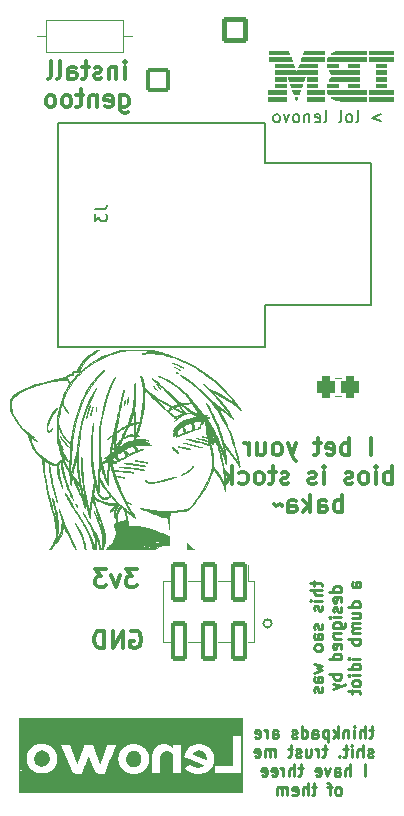
<source format=gbo>
G04 #@! TF.GenerationSoftware,KiCad,Pcbnew,6.0.9*
G04 #@! TF.CreationDate,2022-11-23T21:17:52-08:00*
G04 #@! TF.ProjectId,shitpad,73686974-7061-4642-9e6b-696361645f70,rev?*
G04 #@! TF.SameCoordinates,Original*
G04 #@! TF.FileFunction,Legend,Bot*
G04 #@! TF.FilePolarity,Positive*
%FSLAX46Y46*%
G04 Gerber Fmt 4.6, Leading zero omitted, Abs format (unit mm)*
G04 Created by KiCad (PCBNEW 6.0.9) date 2022-11-23 21:17:52*
%MOMM*%
%LPD*%
G01*
G04 APERTURE LIST*
G04 Aperture macros list*
%AMRoundRect*
0 Rectangle with rounded corners*
0 $1 Rounding radius*
0 $2 $3 $4 $5 $6 $7 $8 $9 X,Y pos of 4 corners*
0 Add a 4 corners polygon primitive as box body*
4,1,4,$2,$3,$4,$5,$6,$7,$8,$9,$2,$3,0*
0 Add four circle primitives for the rounded corners*
1,1,$1+$1,$2,$3*
1,1,$1+$1,$4,$5*
1,1,$1+$1,$6,$7*
1,1,$1+$1,$8,$9*
0 Add four rect primitives between the rounded corners*
20,1,$1+$1,$2,$3,$4,$5,0*
20,1,$1+$1,$4,$5,$6,$7,0*
20,1,$1+$1,$6,$7,$8,$9,0*
20,1,$1+$1,$8,$9,$2,$3,0*%
G04 Aperture macros list end*
%ADD10C,0.150000*%
%ADD11C,0.250000*%
%ADD12C,0.375000*%
%ADD13C,0.300000*%
%ADD14C,0.120000*%
%ADD15C,0.010000*%
%ADD16RoundRect,0.200000X0.850000X-0.850000X0.850000X0.850000X-0.850000X0.850000X-0.850000X-0.850000X0*%
%ADD17O,2.100000X2.100000*%
%ADD18RoundRect,0.200000X0.900000X0.900000X-0.900000X0.900000X-0.900000X-0.900000X0.900000X-0.900000X0*%
%ADD19C,2.200000*%
%ADD20RoundRect,0.450000X0.337500X0.475000X-0.337500X0.475000X-0.337500X-0.475000X0.337500X-0.475000X0*%
%ADD21C,2.279600*%
%ADD22RoundRect,0.200000X0.500000X-1.500000X0.500000X1.500000X-0.500000X1.500000X-0.500000X-1.500000X0*%
%ADD23C,2.000000*%
%ADD24O,2.000000X2.000000*%
G04 APERTURE END LIST*
D10*
X96353553Y-82000000D02*
G75*
G03*
X96353553Y-82000000I-353553J0D01*
G01*
D11*
X99955714Y-78451904D02*
X99955714Y-78832857D01*
X99622380Y-78594761D02*
X100479523Y-78594761D01*
X100574761Y-78642380D01*
X100622380Y-78737619D01*
X100622380Y-78832857D01*
X100622380Y-79166190D02*
X99622380Y-79166190D01*
X100622380Y-79594761D02*
X100098571Y-79594761D01*
X100003333Y-79547142D01*
X99955714Y-79451904D01*
X99955714Y-79309047D01*
X100003333Y-79213809D01*
X100050952Y-79166190D01*
X100622380Y-80070952D02*
X99955714Y-80070952D01*
X99622380Y-80070952D02*
X99670000Y-80023333D01*
X99717619Y-80070952D01*
X99670000Y-80118571D01*
X99622380Y-80070952D01*
X99717619Y-80070952D01*
X100574761Y-80499523D02*
X100622380Y-80594761D01*
X100622380Y-80785238D01*
X100574761Y-80880476D01*
X100479523Y-80928095D01*
X100431904Y-80928095D01*
X100336666Y-80880476D01*
X100289047Y-80785238D01*
X100289047Y-80642380D01*
X100241428Y-80547142D01*
X100146190Y-80499523D01*
X100098571Y-80499523D01*
X100003333Y-80547142D01*
X99955714Y-80642380D01*
X99955714Y-80785238D01*
X100003333Y-80880476D01*
X100574761Y-82070952D02*
X100622380Y-82166190D01*
X100622380Y-82356666D01*
X100574761Y-82451904D01*
X100479523Y-82499523D01*
X100431904Y-82499523D01*
X100336666Y-82451904D01*
X100289047Y-82356666D01*
X100289047Y-82213809D01*
X100241428Y-82118571D01*
X100146190Y-82070952D01*
X100098571Y-82070952D01*
X100003333Y-82118571D01*
X99955714Y-82213809D01*
X99955714Y-82356666D01*
X100003333Y-82451904D01*
X100622380Y-83356666D02*
X100098571Y-83356666D01*
X100003333Y-83309047D01*
X99955714Y-83213809D01*
X99955714Y-83023333D01*
X100003333Y-82928095D01*
X100574761Y-83356666D02*
X100622380Y-83261428D01*
X100622380Y-83023333D01*
X100574761Y-82928095D01*
X100479523Y-82880476D01*
X100384285Y-82880476D01*
X100289047Y-82928095D01*
X100241428Y-83023333D01*
X100241428Y-83261428D01*
X100193809Y-83356666D01*
X100622380Y-83975714D02*
X100574761Y-83880476D01*
X100527142Y-83832857D01*
X100431904Y-83785238D01*
X100146190Y-83785238D01*
X100050952Y-83832857D01*
X100003333Y-83880476D01*
X99955714Y-83975714D01*
X99955714Y-84118571D01*
X100003333Y-84213809D01*
X100050952Y-84261428D01*
X100146190Y-84309047D01*
X100431904Y-84309047D01*
X100527142Y-84261428D01*
X100574761Y-84213809D01*
X100622380Y-84118571D01*
X100622380Y-83975714D01*
X99955714Y-85404285D02*
X100622380Y-85594761D01*
X100146190Y-85785238D01*
X100622380Y-85975714D01*
X99955714Y-86166190D01*
X100622380Y-86975714D02*
X100098571Y-86975714D01*
X100003333Y-86928095D01*
X99955714Y-86832857D01*
X99955714Y-86642380D01*
X100003333Y-86547142D01*
X100574761Y-86975714D02*
X100622380Y-86880476D01*
X100622380Y-86642380D01*
X100574761Y-86547142D01*
X100479523Y-86499523D01*
X100384285Y-86499523D01*
X100289047Y-86547142D01*
X100241428Y-86642380D01*
X100241428Y-86880476D01*
X100193809Y-86975714D01*
X100574761Y-87404285D02*
X100622380Y-87499523D01*
X100622380Y-87690000D01*
X100574761Y-87785238D01*
X100479523Y-87832857D01*
X100431904Y-87832857D01*
X100336666Y-87785238D01*
X100289047Y-87690000D01*
X100289047Y-87547142D01*
X100241428Y-87451904D01*
X100146190Y-87404285D01*
X100098571Y-87404285D01*
X100003333Y-87451904D01*
X99955714Y-87547142D01*
X99955714Y-87690000D01*
X100003333Y-87785238D01*
X102232380Y-79332857D02*
X101232380Y-79332857D01*
X102184761Y-79332857D02*
X102232380Y-79237619D01*
X102232380Y-79047142D01*
X102184761Y-78951904D01*
X102137142Y-78904285D01*
X102041904Y-78856666D01*
X101756190Y-78856666D01*
X101660952Y-78904285D01*
X101613333Y-78951904D01*
X101565714Y-79047142D01*
X101565714Y-79237619D01*
X101613333Y-79332857D01*
X102184761Y-80190000D02*
X102232380Y-80094761D01*
X102232380Y-79904285D01*
X102184761Y-79809047D01*
X102089523Y-79761428D01*
X101708571Y-79761428D01*
X101613333Y-79809047D01*
X101565714Y-79904285D01*
X101565714Y-80094761D01*
X101613333Y-80190000D01*
X101708571Y-80237619D01*
X101803809Y-80237619D01*
X101899047Y-79761428D01*
X102184761Y-80618571D02*
X102232380Y-80713809D01*
X102232380Y-80904285D01*
X102184761Y-80999523D01*
X102089523Y-81047142D01*
X102041904Y-81047142D01*
X101946666Y-80999523D01*
X101899047Y-80904285D01*
X101899047Y-80761428D01*
X101851428Y-80666190D01*
X101756190Y-80618571D01*
X101708571Y-80618571D01*
X101613333Y-80666190D01*
X101565714Y-80761428D01*
X101565714Y-80904285D01*
X101613333Y-80999523D01*
X102232380Y-81475714D02*
X101565714Y-81475714D01*
X101232380Y-81475714D02*
X101280000Y-81428095D01*
X101327619Y-81475714D01*
X101280000Y-81523333D01*
X101232380Y-81475714D01*
X101327619Y-81475714D01*
X101565714Y-82380476D02*
X102375238Y-82380476D01*
X102470476Y-82332857D01*
X102518095Y-82285238D01*
X102565714Y-82190000D01*
X102565714Y-82047142D01*
X102518095Y-81951904D01*
X102184761Y-82380476D02*
X102232380Y-82285238D01*
X102232380Y-82094761D01*
X102184761Y-81999523D01*
X102137142Y-81951904D01*
X102041904Y-81904285D01*
X101756190Y-81904285D01*
X101660952Y-81951904D01*
X101613333Y-81999523D01*
X101565714Y-82094761D01*
X101565714Y-82285238D01*
X101613333Y-82380476D01*
X101565714Y-82856666D02*
X102232380Y-82856666D01*
X101660952Y-82856666D02*
X101613333Y-82904285D01*
X101565714Y-82999523D01*
X101565714Y-83142380D01*
X101613333Y-83237619D01*
X101708571Y-83285238D01*
X102232380Y-83285238D01*
X102184761Y-84142380D02*
X102232380Y-84047142D01*
X102232380Y-83856666D01*
X102184761Y-83761428D01*
X102089523Y-83713809D01*
X101708571Y-83713809D01*
X101613333Y-83761428D01*
X101565714Y-83856666D01*
X101565714Y-84047142D01*
X101613333Y-84142380D01*
X101708571Y-84190000D01*
X101803809Y-84190000D01*
X101899047Y-83713809D01*
X102232380Y-85047142D02*
X101232380Y-85047142D01*
X102184761Y-85047142D02*
X102232380Y-84951904D01*
X102232380Y-84761428D01*
X102184761Y-84666190D01*
X102137142Y-84618571D01*
X102041904Y-84570952D01*
X101756190Y-84570952D01*
X101660952Y-84618571D01*
X101613333Y-84666190D01*
X101565714Y-84761428D01*
X101565714Y-84951904D01*
X101613333Y-85047142D01*
X102232380Y-86285238D02*
X101232380Y-86285238D01*
X101613333Y-86285238D02*
X101565714Y-86380476D01*
X101565714Y-86570952D01*
X101613333Y-86666190D01*
X101660952Y-86713809D01*
X101756190Y-86761428D01*
X102041904Y-86761428D01*
X102137142Y-86713809D01*
X102184761Y-86666190D01*
X102232380Y-86570952D01*
X102232380Y-86380476D01*
X102184761Y-86285238D01*
X101565714Y-87094761D02*
X102232380Y-87332857D01*
X101565714Y-87570952D02*
X102232380Y-87332857D01*
X102470476Y-87237619D01*
X102518095Y-87190000D01*
X102565714Y-87094761D01*
X103842380Y-78951904D02*
X103318571Y-78951904D01*
X103223333Y-78904285D01*
X103175714Y-78809047D01*
X103175714Y-78618571D01*
X103223333Y-78523333D01*
X103794761Y-78951904D02*
X103842380Y-78856666D01*
X103842380Y-78618571D01*
X103794761Y-78523333D01*
X103699523Y-78475714D01*
X103604285Y-78475714D01*
X103509047Y-78523333D01*
X103461428Y-78618571D01*
X103461428Y-78856666D01*
X103413809Y-78951904D01*
X103842380Y-80618571D02*
X102842380Y-80618571D01*
X103794761Y-80618571D02*
X103842380Y-80523333D01*
X103842380Y-80332857D01*
X103794761Y-80237619D01*
X103747142Y-80190000D01*
X103651904Y-80142380D01*
X103366190Y-80142380D01*
X103270952Y-80190000D01*
X103223333Y-80237619D01*
X103175714Y-80332857D01*
X103175714Y-80523333D01*
X103223333Y-80618571D01*
X103175714Y-81523333D02*
X103842380Y-81523333D01*
X103175714Y-81094761D02*
X103699523Y-81094761D01*
X103794761Y-81142380D01*
X103842380Y-81237619D01*
X103842380Y-81380476D01*
X103794761Y-81475714D01*
X103747142Y-81523333D01*
X103842380Y-81999523D02*
X103175714Y-81999523D01*
X103270952Y-81999523D02*
X103223333Y-82047142D01*
X103175714Y-82142380D01*
X103175714Y-82285238D01*
X103223333Y-82380476D01*
X103318571Y-82428095D01*
X103842380Y-82428095D01*
X103318571Y-82428095D02*
X103223333Y-82475714D01*
X103175714Y-82570952D01*
X103175714Y-82713809D01*
X103223333Y-82809047D01*
X103318571Y-82856666D01*
X103842380Y-82856666D01*
X103842380Y-83332857D02*
X102842380Y-83332857D01*
X103223333Y-83332857D02*
X103175714Y-83428095D01*
X103175714Y-83618571D01*
X103223333Y-83713809D01*
X103270952Y-83761428D01*
X103366190Y-83809047D01*
X103651904Y-83809047D01*
X103747142Y-83761428D01*
X103794761Y-83713809D01*
X103842380Y-83618571D01*
X103842380Y-83428095D01*
X103794761Y-83332857D01*
X103842380Y-84999523D02*
X103175714Y-84999523D01*
X102842380Y-84999523D02*
X102890000Y-84951904D01*
X102937619Y-84999523D01*
X102890000Y-85047142D01*
X102842380Y-84999523D01*
X102937619Y-84999523D01*
X103842380Y-85904285D02*
X102842380Y-85904285D01*
X103794761Y-85904285D02*
X103842380Y-85809047D01*
X103842380Y-85618571D01*
X103794761Y-85523333D01*
X103747142Y-85475714D01*
X103651904Y-85428095D01*
X103366190Y-85428095D01*
X103270952Y-85475714D01*
X103223333Y-85523333D01*
X103175714Y-85618571D01*
X103175714Y-85809047D01*
X103223333Y-85904285D01*
X103842380Y-86380476D02*
X103175714Y-86380476D01*
X102842380Y-86380476D02*
X102890000Y-86332857D01*
X102937619Y-86380476D01*
X102890000Y-86428095D01*
X102842380Y-86380476D01*
X102937619Y-86380476D01*
X103842380Y-86999523D02*
X103794761Y-86904285D01*
X103747142Y-86856666D01*
X103651904Y-86809047D01*
X103366190Y-86809047D01*
X103270952Y-86856666D01*
X103223333Y-86904285D01*
X103175714Y-86999523D01*
X103175714Y-87142380D01*
X103223333Y-87237619D01*
X103270952Y-87285238D01*
X103366190Y-87332857D01*
X103651904Y-87332857D01*
X103747142Y-87285238D01*
X103794761Y-87237619D01*
X103842380Y-87142380D01*
X103842380Y-86999523D01*
X103175714Y-87618571D02*
X103175714Y-87999523D01*
X102842380Y-87761428D02*
X103699523Y-87761428D01*
X103794761Y-87809047D01*
X103842380Y-87904285D01*
X103842380Y-87999523D01*
D12*
X104785714Y-67763571D02*
X104785714Y-66263571D01*
X102928571Y-67763571D02*
X102928571Y-66263571D01*
X102928571Y-66835000D02*
X102785714Y-66763571D01*
X102500000Y-66763571D01*
X102357142Y-66835000D01*
X102285714Y-66906428D01*
X102214285Y-67049285D01*
X102214285Y-67477857D01*
X102285714Y-67620714D01*
X102357142Y-67692142D01*
X102500000Y-67763571D01*
X102785714Y-67763571D01*
X102928571Y-67692142D01*
X101000000Y-67692142D02*
X101142857Y-67763571D01*
X101428571Y-67763571D01*
X101571428Y-67692142D01*
X101642857Y-67549285D01*
X101642857Y-66977857D01*
X101571428Y-66835000D01*
X101428571Y-66763571D01*
X101142857Y-66763571D01*
X101000000Y-66835000D01*
X100928571Y-66977857D01*
X100928571Y-67120714D01*
X101642857Y-67263571D01*
X100500000Y-66763571D02*
X99928571Y-66763571D01*
X100285714Y-66263571D02*
X100285714Y-67549285D01*
X100214285Y-67692142D01*
X100071428Y-67763571D01*
X99928571Y-67763571D01*
X98428571Y-66763571D02*
X98071428Y-67763571D01*
X97714285Y-66763571D02*
X98071428Y-67763571D01*
X98214285Y-68120714D01*
X98285714Y-68192142D01*
X98428571Y-68263571D01*
X96928571Y-67763571D02*
X97071428Y-67692142D01*
X97142857Y-67620714D01*
X97214285Y-67477857D01*
X97214285Y-67049285D01*
X97142857Y-66906428D01*
X97071428Y-66835000D01*
X96928571Y-66763571D01*
X96714285Y-66763571D01*
X96571428Y-66835000D01*
X96500000Y-66906428D01*
X96428571Y-67049285D01*
X96428571Y-67477857D01*
X96500000Y-67620714D01*
X96571428Y-67692142D01*
X96714285Y-67763571D01*
X96928571Y-67763571D01*
X95142857Y-66763571D02*
X95142857Y-67763571D01*
X95785714Y-66763571D02*
X95785714Y-67549285D01*
X95714285Y-67692142D01*
X95571428Y-67763571D01*
X95357142Y-67763571D01*
X95214285Y-67692142D01*
X95142857Y-67620714D01*
X94428571Y-67763571D02*
X94428571Y-66763571D01*
X94428571Y-67049285D02*
X94357142Y-66906428D01*
X94285714Y-66835000D01*
X94142857Y-66763571D01*
X94000000Y-66763571D01*
X106535714Y-70178571D02*
X106535714Y-68678571D01*
X106535714Y-69250000D02*
X106392857Y-69178571D01*
X106107142Y-69178571D01*
X105964285Y-69250000D01*
X105892857Y-69321428D01*
X105821428Y-69464285D01*
X105821428Y-69892857D01*
X105892857Y-70035714D01*
X105964285Y-70107142D01*
X106107142Y-70178571D01*
X106392857Y-70178571D01*
X106535714Y-70107142D01*
X105178571Y-70178571D02*
X105178571Y-69178571D01*
X105178571Y-68678571D02*
X105250000Y-68750000D01*
X105178571Y-68821428D01*
X105107142Y-68750000D01*
X105178571Y-68678571D01*
X105178571Y-68821428D01*
X104250000Y-70178571D02*
X104392857Y-70107142D01*
X104464285Y-70035714D01*
X104535714Y-69892857D01*
X104535714Y-69464285D01*
X104464285Y-69321428D01*
X104392857Y-69250000D01*
X104250000Y-69178571D01*
X104035714Y-69178571D01*
X103892857Y-69250000D01*
X103821428Y-69321428D01*
X103750000Y-69464285D01*
X103750000Y-69892857D01*
X103821428Y-70035714D01*
X103892857Y-70107142D01*
X104035714Y-70178571D01*
X104250000Y-70178571D01*
X103178571Y-70107142D02*
X103035714Y-70178571D01*
X102750000Y-70178571D01*
X102607142Y-70107142D01*
X102535714Y-69964285D01*
X102535714Y-69892857D01*
X102607142Y-69750000D01*
X102750000Y-69678571D01*
X102964285Y-69678571D01*
X103107142Y-69607142D01*
X103178571Y-69464285D01*
X103178571Y-69392857D01*
X103107142Y-69250000D01*
X102964285Y-69178571D01*
X102750000Y-69178571D01*
X102607142Y-69250000D01*
X100750000Y-70178571D02*
X100750000Y-69178571D01*
X100750000Y-68678571D02*
X100821428Y-68750000D01*
X100750000Y-68821428D01*
X100678571Y-68750000D01*
X100750000Y-68678571D01*
X100750000Y-68821428D01*
X100107142Y-70107142D02*
X99964285Y-70178571D01*
X99678571Y-70178571D01*
X99535714Y-70107142D01*
X99464285Y-69964285D01*
X99464285Y-69892857D01*
X99535714Y-69750000D01*
X99678571Y-69678571D01*
X99892857Y-69678571D01*
X100035714Y-69607142D01*
X100107142Y-69464285D01*
X100107142Y-69392857D01*
X100035714Y-69250000D01*
X99892857Y-69178571D01*
X99678571Y-69178571D01*
X99535714Y-69250000D01*
X97750000Y-70107142D02*
X97607142Y-70178571D01*
X97321428Y-70178571D01*
X97178571Y-70107142D01*
X97107142Y-69964285D01*
X97107142Y-69892857D01*
X97178571Y-69750000D01*
X97321428Y-69678571D01*
X97535714Y-69678571D01*
X97678571Y-69607142D01*
X97750000Y-69464285D01*
X97750000Y-69392857D01*
X97678571Y-69250000D01*
X97535714Y-69178571D01*
X97321428Y-69178571D01*
X97178571Y-69250000D01*
X96678571Y-69178571D02*
X96107142Y-69178571D01*
X96464285Y-68678571D02*
X96464285Y-69964285D01*
X96392857Y-70107142D01*
X96250000Y-70178571D01*
X96107142Y-70178571D01*
X95392857Y-70178571D02*
X95535714Y-70107142D01*
X95607142Y-70035714D01*
X95678571Y-69892857D01*
X95678571Y-69464285D01*
X95607142Y-69321428D01*
X95535714Y-69250000D01*
X95392857Y-69178571D01*
X95178571Y-69178571D01*
X95035714Y-69250000D01*
X94964285Y-69321428D01*
X94892857Y-69464285D01*
X94892857Y-69892857D01*
X94964285Y-70035714D01*
X95035714Y-70107142D01*
X95178571Y-70178571D01*
X95392857Y-70178571D01*
X93607142Y-70107142D02*
X93750000Y-70178571D01*
X94035714Y-70178571D01*
X94178571Y-70107142D01*
X94250000Y-70035714D01*
X94321428Y-69892857D01*
X94321428Y-69464285D01*
X94250000Y-69321428D01*
X94178571Y-69250000D01*
X94035714Y-69178571D01*
X93750000Y-69178571D01*
X93607142Y-69250000D01*
X92964285Y-70178571D02*
X92964285Y-68678571D01*
X92821428Y-69607142D02*
X92392857Y-70178571D01*
X92392857Y-69178571D02*
X92964285Y-69750000D01*
X102321428Y-72593571D02*
X102321428Y-71093571D01*
X102321428Y-71665000D02*
X102178571Y-71593571D01*
X101892857Y-71593571D01*
X101750000Y-71665000D01*
X101678571Y-71736428D01*
X101607142Y-71879285D01*
X101607142Y-72307857D01*
X101678571Y-72450714D01*
X101750000Y-72522142D01*
X101892857Y-72593571D01*
X102178571Y-72593571D01*
X102321428Y-72522142D01*
X100321428Y-72593571D02*
X100321428Y-71807857D01*
X100392857Y-71665000D01*
X100535714Y-71593571D01*
X100821428Y-71593571D01*
X100964285Y-71665000D01*
X100321428Y-72522142D02*
X100464285Y-72593571D01*
X100821428Y-72593571D01*
X100964285Y-72522142D01*
X101035714Y-72379285D01*
X101035714Y-72236428D01*
X100964285Y-72093571D01*
X100821428Y-72022142D01*
X100464285Y-72022142D01*
X100321428Y-71950714D01*
X99607142Y-72593571D02*
X99607142Y-71093571D01*
X99464285Y-72022142D02*
X99035714Y-72593571D01*
X99035714Y-71593571D02*
X99607142Y-72165000D01*
X97750000Y-72593571D02*
X97750000Y-71807857D01*
X97821428Y-71665000D01*
X97964285Y-71593571D01*
X98250000Y-71593571D01*
X98392857Y-71665000D01*
X97750000Y-72522142D02*
X97892857Y-72593571D01*
X98250000Y-72593571D01*
X98392857Y-72522142D01*
X98464285Y-72379285D01*
X98464285Y-72236428D01*
X98392857Y-72093571D01*
X98250000Y-72022142D01*
X97892857Y-72022142D01*
X97750000Y-71950714D01*
X97250000Y-72022142D02*
X97178571Y-71950714D01*
X97035714Y-71879285D01*
X96750000Y-72022142D01*
X96607142Y-71950714D01*
X96535714Y-71879285D01*
D10*
X105639619Y-38901714D02*
X104877714Y-39187428D01*
X105639619Y-39473142D01*
X103496761Y-39568380D02*
X103592000Y-39520761D01*
X103639619Y-39425523D01*
X103639619Y-38568380D01*
X102972952Y-39568380D02*
X103068190Y-39520761D01*
X103115809Y-39473142D01*
X103163428Y-39377904D01*
X103163428Y-39092190D01*
X103115809Y-38996952D01*
X103068190Y-38949333D01*
X102972952Y-38901714D01*
X102830095Y-38901714D01*
X102734857Y-38949333D01*
X102687238Y-38996952D01*
X102639619Y-39092190D01*
X102639619Y-39377904D01*
X102687238Y-39473142D01*
X102734857Y-39520761D01*
X102830095Y-39568380D01*
X102972952Y-39568380D01*
X102068190Y-39568380D02*
X102163428Y-39520761D01*
X102211047Y-39425523D01*
X102211047Y-38568380D01*
X100782476Y-39568380D02*
X100877714Y-39520761D01*
X100925333Y-39425523D01*
X100925333Y-38568380D01*
X100020571Y-39520761D02*
X100115809Y-39568380D01*
X100306285Y-39568380D01*
X100401523Y-39520761D01*
X100449142Y-39425523D01*
X100449142Y-39044571D01*
X100401523Y-38949333D01*
X100306285Y-38901714D01*
X100115809Y-38901714D01*
X100020571Y-38949333D01*
X99972952Y-39044571D01*
X99972952Y-39139809D01*
X100449142Y-39235047D01*
X99544380Y-38901714D02*
X99544380Y-39568380D01*
X99544380Y-38996952D02*
X99496761Y-38949333D01*
X99401523Y-38901714D01*
X99258666Y-38901714D01*
X99163428Y-38949333D01*
X99115809Y-39044571D01*
X99115809Y-39568380D01*
X98496761Y-39568380D02*
X98592000Y-39520761D01*
X98639619Y-39473142D01*
X98687238Y-39377904D01*
X98687238Y-39092190D01*
X98639619Y-38996952D01*
X98592000Y-38949333D01*
X98496761Y-38901714D01*
X98353904Y-38901714D01*
X98258666Y-38949333D01*
X98211047Y-38996952D01*
X98163428Y-39092190D01*
X98163428Y-39377904D01*
X98211047Y-39473142D01*
X98258666Y-39520761D01*
X98353904Y-39568380D01*
X98496761Y-39568380D01*
X97830095Y-38901714D02*
X97592000Y-39568380D01*
X97353904Y-38901714D01*
X96830095Y-39568380D02*
X96925333Y-39520761D01*
X96972952Y-39473142D01*
X97020571Y-39377904D01*
X97020571Y-39092190D01*
X96972952Y-38996952D01*
X96925333Y-38949333D01*
X96830095Y-38901714D01*
X96687238Y-38901714D01*
X96592000Y-38949333D01*
X96544380Y-38996952D01*
X96496761Y-39092190D01*
X96496761Y-39377904D01*
X96544380Y-39473142D01*
X96592000Y-39520761D01*
X96687238Y-39568380D01*
X96830095Y-39568380D01*
D12*
X83918571Y-35881071D02*
X83918571Y-34881071D01*
X83918571Y-34381071D02*
X83990000Y-34452500D01*
X83918571Y-34523928D01*
X83847142Y-34452500D01*
X83918571Y-34381071D01*
X83918571Y-34523928D01*
X83204285Y-34881071D02*
X83204285Y-35881071D01*
X83204285Y-35023928D02*
X83132857Y-34952500D01*
X82990000Y-34881071D01*
X82775714Y-34881071D01*
X82632857Y-34952500D01*
X82561428Y-35095357D01*
X82561428Y-35881071D01*
X81918571Y-35809642D02*
X81775714Y-35881071D01*
X81490000Y-35881071D01*
X81347142Y-35809642D01*
X81275714Y-35666785D01*
X81275714Y-35595357D01*
X81347142Y-35452500D01*
X81490000Y-35381071D01*
X81704285Y-35381071D01*
X81847142Y-35309642D01*
X81918571Y-35166785D01*
X81918571Y-35095357D01*
X81847142Y-34952500D01*
X81704285Y-34881071D01*
X81490000Y-34881071D01*
X81347142Y-34952500D01*
X80847142Y-34881071D02*
X80275714Y-34881071D01*
X80632857Y-34381071D02*
X80632857Y-35666785D01*
X80561428Y-35809642D01*
X80418571Y-35881071D01*
X80275714Y-35881071D01*
X79132857Y-35881071D02*
X79132857Y-35095357D01*
X79204285Y-34952500D01*
X79347142Y-34881071D01*
X79632857Y-34881071D01*
X79775714Y-34952500D01*
X79132857Y-35809642D02*
X79275714Y-35881071D01*
X79632857Y-35881071D01*
X79775714Y-35809642D01*
X79847142Y-35666785D01*
X79847142Y-35523928D01*
X79775714Y-35381071D01*
X79632857Y-35309642D01*
X79275714Y-35309642D01*
X79132857Y-35238214D01*
X78204285Y-35881071D02*
X78347142Y-35809642D01*
X78418571Y-35666785D01*
X78418571Y-34381071D01*
X77418571Y-35881071D02*
X77561428Y-35809642D01*
X77632857Y-35666785D01*
X77632857Y-34381071D01*
X83525714Y-37296071D02*
X83525714Y-38510357D01*
X83597142Y-38653214D01*
X83668571Y-38724642D01*
X83811428Y-38796071D01*
X84025714Y-38796071D01*
X84168571Y-38724642D01*
X83525714Y-38224642D02*
X83668571Y-38296071D01*
X83954285Y-38296071D01*
X84097142Y-38224642D01*
X84168571Y-38153214D01*
X84240000Y-38010357D01*
X84240000Y-37581785D01*
X84168571Y-37438928D01*
X84097142Y-37367500D01*
X83954285Y-37296071D01*
X83668571Y-37296071D01*
X83525714Y-37367500D01*
X82240000Y-38224642D02*
X82382857Y-38296071D01*
X82668571Y-38296071D01*
X82811428Y-38224642D01*
X82882857Y-38081785D01*
X82882857Y-37510357D01*
X82811428Y-37367500D01*
X82668571Y-37296071D01*
X82382857Y-37296071D01*
X82240000Y-37367500D01*
X82168571Y-37510357D01*
X82168571Y-37653214D01*
X82882857Y-37796071D01*
X81525714Y-37296071D02*
X81525714Y-38296071D01*
X81525714Y-37438928D02*
X81454285Y-37367500D01*
X81311428Y-37296071D01*
X81097142Y-37296071D01*
X80954285Y-37367500D01*
X80882857Y-37510357D01*
X80882857Y-38296071D01*
X80382857Y-37296071D02*
X79811428Y-37296071D01*
X80168571Y-36796071D02*
X80168571Y-38081785D01*
X80097142Y-38224642D01*
X79954285Y-38296071D01*
X79811428Y-38296071D01*
X79097142Y-38296071D02*
X79240000Y-38224642D01*
X79311428Y-38153214D01*
X79382857Y-38010357D01*
X79382857Y-37581785D01*
X79311428Y-37438928D01*
X79240000Y-37367500D01*
X79097142Y-37296071D01*
X78882857Y-37296071D01*
X78740000Y-37367500D01*
X78668571Y-37438928D01*
X78597142Y-37581785D01*
X78597142Y-38010357D01*
X78668571Y-38153214D01*
X78740000Y-38224642D01*
X78882857Y-38296071D01*
X79097142Y-38296071D01*
X77740000Y-38296071D02*
X77882857Y-38224642D01*
X77954285Y-38153214D01*
X78025714Y-38010357D01*
X78025714Y-37581785D01*
X77954285Y-37438928D01*
X77882857Y-37367500D01*
X77740000Y-37296071D01*
X77525714Y-37296071D01*
X77382857Y-37367500D01*
X77311428Y-37438928D01*
X77240000Y-37581785D01*
X77240000Y-38010357D01*
X77311428Y-38153214D01*
X77382857Y-38224642D01*
X77525714Y-38296071D01*
X77740000Y-38296071D01*
D11*
X104942380Y-91040714D02*
X104561428Y-91040714D01*
X104799523Y-90707380D02*
X104799523Y-91564523D01*
X104751904Y-91659761D01*
X104656666Y-91707380D01*
X104561428Y-91707380D01*
X104228095Y-91707380D02*
X104228095Y-90707380D01*
X103799523Y-91707380D02*
X103799523Y-91183571D01*
X103847142Y-91088333D01*
X103942380Y-91040714D01*
X104085238Y-91040714D01*
X104180476Y-91088333D01*
X104228095Y-91135952D01*
X103323333Y-91707380D02*
X103323333Y-91040714D01*
X103323333Y-90707380D02*
X103370952Y-90755000D01*
X103323333Y-90802619D01*
X103275714Y-90755000D01*
X103323333Y-90707380D01*
X103323333Y-90802619D01*
X102847142Y-91040714D02*
X102847142Y-91707380D01*
X102847142Y-91135952D02*
X102799523Y-91088333D01*
X102704285Y-91040714D01*
X102561428Y-91040714D01*
X102466190Y-91088333D01*
X102418571Y-91183571D01*
X102418571Y-91707380D01*
X101942380Y-91707380D02*
X101942380Y-90707380D01*
X101847142Y-91326428D02*
X101561428Y-91707380D01*
X101561428Y-91040714D02*
X101942380Y-91421666D01*
X101132857Y-91040714D02*
X101132857Y-92040714D01*
X101132857Y-91088333D02*
X101037619Y-91040714D01*
X100847142Y-91040714D01*
X100751904Y-91088333D01*
X100704285Y-91135952D01*
X100656666Y-91231190D01*
X100656666Y-91516904D01*
X100704285Y-91612142D01*
X100751904Y-91659761D01*
X100847142Y-91707380D01*
X101037619Y-91707380D01*
X101132857Y-91659761D01*
X99799523Y-91707380D02*
X99799523Y-91183571D01*
X99847142Y-91088333D01*
X99942380Y-91040714D01*
X100132857Y-91040714D01*
X100228095Y-91088333D01*
X99799523Y-91659761D02*
X99894761Y-91707380D01*
X100132857Y-91707380D01*
X100228095Y-91659761D01*
X100275714Y-91564523D01*
X100275714Y-91469285D01*
X100228095Y-91374047D01*
X100132857Y-91326428D01*
X99894761Y-91326428D01*
X99799523Y-91278809D01*
X98894761Y-91707380D02*
X98894761Y-90707380D01*
X98894761Y-91659761D02*
X98990000Y-91707380D01*
X99180476Y-91707380D01*
X99275714Y-91659761D01*
X99323333Y-91612142D01*
X99370952Y-91516904D01*
X99370952Y-91231190D01*
X99323333Y-91135952D01*
X99275714Y-91088333D01*
X99180476Y-91040714D01*
X98990000Y-91040714D01*
X98894761Y-91088333D01*
X98466190Y-91659761D02*
X98370952Y-91707380D01*
X98180476Y-91707380D01*
X98085238Y-91659761D01*
X98037619Y-91564523D01*
X98037619Y-91516904D01*
X98085238Y-91421666D01*
X98180476Y-91374047D01*
X98323333Y-91374047D01*
X98418571Y-91326428D01*
X98466190Y-91231190D01*
X98466190Y-91183571D01*
X98418571Y-91088333D01*
X98323333Y-91040714D01*
X98180476Y-91040714D01*
X98085238Y-91088333D01*
X96418571Y-91707380D02*
X96418571Y-91183571D01*
X96466190Y-91088333D01*
X96561428Y-91040714D01*
X96751904Y-91040714D01*
X96847142Y-91088333D01*
X96418571Y-91659761D02*
X96513809Y-91707380D01*
X96751904Y-91707380D01*
X96847142Y-91659761D01*
X96894761Y-91564523D01*
X96894761Y-91469285D01*
X96847142Y-91374047D01*
X96751904Y-91326428D01*
X96513809Y-91326428D01*
X96418571Y-91278809D01*
X95942380Y-91707380D02*
X95942380Y-91040714D01*
X95942380Y-91231190D02*
X95894761Y-91135952D01*
X95847142Y-91088333D01*
X95751904Y-91040714D01*
X95656666Y-91040714D01*
X94942380Y-91659761D02*
X95037619Y-91707380D01*
X95228095Y-91707380D01*
X95323333Y-91659761D01*
X95370952Y-91564523D01*
X95370952Y-91183571D01*
X95323333Y-91088333D01*
X95228095Y-91040714D01*
X95037619Y-91040714D01*
X94942380Y-91088333D01*
X94894761Y-91183571D01*
X94894761Y-91278809D01*
X95370952Y-91374047D01*
X104894761Y-93269761D02*
X104799523Y-93317380D01*
X104609047Y-93317380D01*
X104513809Y-93269761D01*
X104466190Y-93174523D01*
X104466190Y-93126904D01*
X104513809Y-93031666D01*
X104609047Y-92984047D01*
X104751904Y-92984047D01*
X104847142Y-92936428D01*
X104894761Y-92841190D01*
X104894761Y-92793571D01*
X104847142Y-92698333D01*
X104751904Y-92650714D01*
X104609047Y-92650714D01*
X104513809Y-92698333D01*
X104037619Y-93317380D02*
X104037619Y-92317380D01*
X103609047Y-93317380D02*
X103609047Y-92793571D01*
X103656666Y-92698333D01*
X103751904Y-92650714D01*
X103894761Y-92650714D01*
X103990000Y-92698333D01*
X104037619Y-92745952D01*
X103132857Y-93317380D02*
X103132857Y-92650714D01*
X103132857Y-92317380D02*
X103180476Y-92365000D01*
X103132857Y-92412619D01*
X103085238Y-92365000D01*
X103132857Y-92317380D01*
X103132857Y-92412619D01*
X102799523Y-92650714D02*
X102418571Y-92650714D01*
X102656666Y-92317380D02*
X102656666Y-93174523D01*
X102609047Y-93269761D01*
X102513809Y-93317380D01*
X102418571Y-93317380D01*
X102085238Y-93222142D02*
X102037619Y-93269761D01*
X102085238Y-93317380D01*
X102132857Y-93269761D01*
X102085238Y-93222142D01*
X102085238Y-93317380D01*
X100990000Y-92650714D02*
X100609047Y-92650714D01*
X100847142Y-92317380D02*
X100847142Y-93174523D01*
X100799523Y-93269761D01*
X100704285Y-93317380D01*
X100609047Y-93317380D01*
X100275714Y-93317380D02*
X100275714Y-92650714D01*
X100275714Y-92841190D02*
X100228095Y-92745952D01*
X100180476Y-92698333D01*
X100085238Y-92650714D01*
X99990000Y-92650714D01*
X99228095Y-92650714D02*
X99228095Y-93317380D01*
X99656666Y-92650714D02*
X99656666Y-93174523D01*
X99609047Y-93269761D01*
X99513809Y-93317380D01*
X99370952Y-93317380D01*
X99275714Y-93269761D01*
X99228095Y-93222142D01*
X98799523Y-93269761D02*
X98704285Y-93317380D01*
X98513809Y-93317380D01*
X98418571Y-93269761D01*
X98370952Y-93174523D01*
X98370952Y-93126904D01*
X98418571Y-93031666D01*
X98513809Y-92984047D01*
X98656666Y-92984047D01*
X98751904Y-92936428D01*
X98799523Y-92841190D01*
X98799523Y-92793571D01*
X98751904Y-92698333D01*
X98656666Y-92650714D01*
X98513809Y-92650714D01*
X98418571Y-92698333D01*
X98085238Y-92650714D02*
X97704285Y-92650714D01*
X97942380Y-92317380D02*
X97942380Y-93174523D01*
X97894761Y-93269761D01*
X97799523Y-93317380D01*
X97704285Y-93317380D01*
X96609047Y-93317380D02*
X96609047Y-92650714D01*
X96609047Y-92745952D02*
X96561428Y-92698333D01*
X96466190Y-92650714D01*
X96323333Y-92650714D01*
X96228095Y-92698333D01*
X96180476Y-92793571D01*
X96180476Y-93317380D01*
X96180476Y-92793571D02*
X96132857Y-92698333D01*
X96037619Y-92650714D01*
X95894761Y-92650714D01*
X95799523Y-92698333D01*
X95751904Y-92793571D01*
X95751904Y-93317380D01*
X94894761Y-93269761D02*
X94990000Y-93317380D01*
X95180476Y-93317380D01*
X95275714Y-93269761D01*
X95323333Y-93174523D01*
X95323333Y-92793571D01*
X95275714Y-92698333D01*
X95180476Y-92650714D01*
X94990000Y-92650714D01*
X94894761Y-92698333D01*
X94847142Y-92793571D01*
X94847142Y-92888809D01*
X95323333Y-92984047D01*
X104251904Y-94927380D02*
X104251904Y-93927380D01*
X103013809Y-94927380D02*
X103013809Y-93927380D01*
X102585238Y-94927380D02*
X102585238Y-94403571D01*
X102632857Y-94308333D01*
X102728095Y-94260714D01*
X102870952Y-94260714D01*
X102966190Y-94308333D01*
X103013809Y-94355952D01*
X101680476Y-94927380D02*
X101680476Y-94403571D01*
X101728095Y-94308333D01*
X101823333Y-94260714D01*
X102013809Y-94260714D01*
X102109047Y-94308333D01*
X101680476Y-94879761D02*
X101775714Y-94927380D01*
X102013809Y-94927380D01*
X102109047Y-94879761D01*
X102156666Y-94784523D01*
X102156666Y-94689285D01*
X102109047Y-94594047D01*
X102013809Y-94546428D01*
X101775714Y-94546428D01*
X101680476Y-94498809D01*
X101299523Y-94260714D02*
X101061428Y-94927380D01*
X100823333Y-94260714D01*
X100061428Y-94879761D02*
X100156666Y-94927380D01*
X100347142Y-94927380D01*
X100442380Y-94879761D01*
X100490000Y-94784523D01*
X100490000Y-94403571D01*
X100442380Y-94308333D01*
X100347142Y-94260714D01*
X100156666Y-94260714D01*
X100061428Y-94308333D01*
X100013809Y-94403571D01*
X100013809Y-94498809D01*
X100490000Y-94594047D01*
X98966190Y-94260714D02*
X98585238Y-94260714D01*
X98823333Y-93927380D02*
X98823333Y-94784523D01*
X98775714Y-94879761D01*
X98680476Y-94927380D01*
X98585238Y-94927380D01*
X98251904Y-94927380D02*
X98251904Y-93927380D01*
X97823333Y-94927380D02*
X97823333Y-94403571D01*
X97870952Y-94308333D01*
X97966190Y-94260714D01*
X98109047Y-94260714D01*
X98204285Y-94308333D01*
X98251904Y-94355952D01*
X97347142Y-94927380D02*
X97347142Y-94260714D01*
X97347142Y-94451190D02*
X97299523Y-94355952D01*
X97251904Y-94308333D01*
X97156666Y-94260714D01*
X97061428Y-94260714D01*
X96347142Y-94879761D02*
X96442380Y-94927380D01*
X96632857Y-94927380D01*
X96728095Y-94879761D01*
X96775714Y-94784523D01*
X96775714Y-94403571D01*
X96728095Y-94308333D01*
X96632857Y-94260714D01*
X96442380Y-94260714D01*
X96347142Y-94308333D01*
X96299523Y-94403571D01*
X96299523Y-94498809D01*
X96775714Y-94594047D01*
X95490000Y-94879761D02*
X95585238Y-94927380D01*
X95775714Y-94927380D01*
X95870952Y-94879761D01*
X95918571Y-94784523D01*
X95918571Y-94403571D01*
X95870952Y-94308333D01*
X95775714Y-94260714D01*
X95585238Y-94260714D01*
X95490000Y-94308333D01*
X95442380Y-94403571D01*
X95442380Y-94498809D01*
X95918571Y-94594047D01*
X102061428Y-96537380D02*
X102156666Y-96489761D01*
X102204285Y-96442142D01*
X102251904Y-96346904D01*
X102251904Y-96061190D01*
X102204285Y-95965952D01*
X102156666Y-95918333D01*
X102061428Y-95870714D01*
X101918571Y-95870714D01*
X101823333Y-95918333D01*
X101775714Y-95965952D01*
X101728095Y-96061190D01*
X101728095Y-96346904D01*
X101775714Y-96442142D01*
X101823333Y-96489761D01*
X101918571Y-96537380D01*
X102061428Y-96537380D01*
X101442380Y-95870714D02*
X101061428Y-95870714D01*
X101299523Y-96537380D02*
X101299523Y-95680238D01*
X101251904Y-95585000D01*
X101156666Y-95537380D01*
X101061428Y-95537380D01*
X100109047Y-95870714D02*
X99728095Y-95870714D01*
X99966190Y-95537380D02*
X99966190Y-96394523D01*
X99918571Y-96489761D01*
X99823333Y-96537380D01*
X99728095Y-96537380D01*
X99394761Y-96537380D02*
X99394761Y-95537380D01*
X98966190Y-96537380D02*
X98966190Y-96013571D01*
X99013809Y-95918333D01*
X99109047Y-95870714D01*
X99251904Y-95870714D01*
X99347142Y-95918333D01*
X99394761Y-95965952D01*
X98109047Y-96489761D02*
X98204285Y-96537380D01*
X98394761Y-96537380D01*
X98490000Y-96489761D01*
X98537619Y-96394523D01*
X98537619Y-96013571D01*
X98490000Y-95918333D01*
X98394761Y-95870714D01*
X98204285Y-95870714D01*
X98109047Y-95918333D01*
X98061428Y-96013571D01*
X98061428Y-96108809D01*
X98537619Y-96204047D01*
X97632857Y-96537380D02*
X97632857Y-95870714D01*
X97632857Y-95965952D02*
X97585238Y-95918333D01*
X97490000Y-95870714D01*
X97347142Y-95870714D01*
X97251904Y-95918333D01*
X97204285Y-96013571D01*
X97204285Y-96537380D01*
X97204285Y-96013571D02*
X97156666Y-95918333D01*
X97061428Y-95870714D01*
X96918571Y-95870714D01*
X96823333Y-95918333D01*
X96775714Y-96013571D01*
X96775714Y-96537380D01*
D13*
X84915714Y-77428571D02*
X83987142Y-77428571D01*
X84487142Y-78000000D01*
X84272857Y-78000000D01*
X84130000Y-78071428D01*
X84058571Y-78142857D01*
X83987142Y-78285714D01*
X83987142Y-78642857D01*
X84058571Y-78785714D01*
X84130000Y-78857142D01*
X84272857Y-78928571D01*
X84701428Y-78928571D01*
X84844285Y-78857142D01*
X84915714Y-78785714D01*
X83487142Y-77928571D02*
X83130000Y-78928571D01*
X82772857Y-77928571D01*
X82344285Y-77428571D02*
X81415714Y-77428571D01*
X81915714Y-78000000D01*
X81701428Y-78000000D01*
X81558571Y-78071428D01*
X81487142Y-78142857D01*
X81415714Y-78285714D01*
X81415714Y-78642857D01*
X81487142Y-78785714D01*
X81558571Y-78857142D01*
X81701428Y-78928571D01*
X82130000Y-78928571D01*
X82272857Y-78857142D01*
X82344285Y-78785714D01*
X84442857Y-82680000D02*
X84585714Y-82608571D01*
X84800000Y-82608571D01*
X85014285Y-82680000D01*
X85157142Y-82822857D01*
X85228571Y-82965714D01*
X85300000Y-83251428D01*
X85300000Y-83465714D01*
X85228571Y-83751428D01*
X85157142Y-83894285D01*
X85014285Y-84037142D01*
X84800000Y-84108571D01*
X84657142Y-84108571D01*
X84442857Y-84037142D01*
X84371428Y-83965714D01*
X84371428Y-83465714D01*
X84657142Y-83465714D01*
X83728571Y-84108571D02*
X83728571Y-82608571D01*
X82871428Y-84108571D01*
X82871428Y-82608571D01*
X82157142Y-84108571D02*
X82157142Y-82608571D01*
X81800000Y-82608571D01*
X81585714Y-82680000D01*
X81442857Y-82822857D01*
X81371428Y-82965714D01*
X81300000Y-83251428D01*
X81300000Y-83465714D01*
X81371428Y-83751428D01*
X81442857Y-83894285D01*
X81585714Y-84037142D01*
X81800000Y-84108571D01*
X82157142Y-84108571D01*
D10*
X81382380Y-46946666D02*
X82096666Y-46946666D01*
X82239523Y-46899047D01*
X82334761Y-46803809D01*
X82382380Y-46660952D01*
X82382380Y-46565714D01*
X81382380Y-47327619D02*
X81382380Y-47946666D01*
X81763333Y-47613333D01*
X81763333Y-47756190D01*
X81810952Y-47851428D01*
X81858571Y-47899047D01*
X81953809Y-47946666D01*
X82191904Y-47946666D01*
X82287142Y-47899047D01*
X82334761Y-47851428D01*
X82382380Y-47756190D01*
X82382380Y-47470476D01*
X82334761Y-47375238D01*
X82287142Y-47327619D01*
D13*
X91482571Y-90778000D02*
X91627714Y-90705428D01*
X91845428Y-90705428D01*
X92063142Y-90778000D01*
X92208285Y-90923142D01*
X92280857Y-91068285D01*
X92353428Y-91358571D01*
X92353428Y-91576285D01*
X92280857Y-91866571D01*
X92208285Y-92011714D01*
X92063142Y-92156857D01*
X91845428Y-92229428D01*
X91700285Y-92229428D01*
X91482571Y-92156857D01*
X91410000Y-92084285D01*
X91410000Y-91576285D01*
X91700285Y-91576285D01*
X90539142Y-90705428D02*
X90539142Y-91068285D01*
X90902000Y-90923142D02*
X90539142Y-91068285D01*
X90176285Y-90923142D01*
X90756857Y-91358571D02*
X90539142Y-91068285D01*
X90321428Y-91358571D01*
X89378000Y-90705428D02*
X89378000Y-91068285D01*
X89740857Y-90923142D02*
X89378000Y-91068285D01*
X89015142Y-90923142D01*
X89595714Y-91358571D02*
X89378000Y-91068285D01*
X89160285Y-91358571D01*
X88216857Y-90705428D02*
X88216857Y-91068285D01*
X88579714Y-90923142D02*
X88216857Y-91068285D01*
X87854000Y-90923142D01*
X88434571Y-91358571D02*
X88216857Y-91068285D01*
X87999142Y-91358571D01*
D14*
X102211252Y-61255000D02*
X101688748Y-61255000D01*
X102211252Y-62725000D02*
X101688748Y-62725000D01*
D10*
X95750000Y-43030000D02*
X95750000Y-39600000D01*
X104750000Y-55060000D02*
X95750000Y-55060000D01*
X95750000Y-58600000D02*
X78250000Y-58600000D01*
X104750000Y-43030000D02*
X95750000Y-43030000D01*
X104750000Y-43030000D02*
X104750000Y-55060000D01*
X78250000Y-58600000D02*
X78250000Y-39600000D01*
X95750000Y-39600000D02*
X78250000Y-39600000D01*
X95750000Y-55060000D02*
X95750000Y-58600000D01*
G36*
X86369734Y-61955469D02*
G01*
X86421453Y-62001078D01*
X86487621Y-62065528D01*
X86541046Y-62121198D01*
X86588756Y-62177160D01*
X86599824Y-62201737D01*
X86573987Y-62193942D01*
X86510982Y-62152789D01*
X86478106Y-62126116D01*
X86423991Y-62071692D01*
X86376046Y-62013437D01*
X86344521Y-61964259D01*
X86339668Y-61937065D01*
X86341741Y-61936755D01*
X86369734Y-61955469D01*
G37*
D15*
X86369734Y-61955469D02*
X86421453Y-62001078D01*
X86487621Y-62065528D01*
X86541046Y-62121198D01*
X86588756Y-62177160D01*
X86599824Y-62201737D01*
X86573987Y-62193942D01*
X86510982Y-62152789D01*
X86478106Y-62126116D01*
X86423991Y-62071692D01*
X86376046Y-62013437D01*
X86344521Y-61964259D01*
X86339668Y-61937065D01*
X86341741Y-61936755D01*
X86369734Y-61955469D01*
G36*
X79767572Y-71882990D02*
G01*
X79807940Y-71934057D01*
X79853736Y-72007553D01*
X79871895Y-72041039D01*
X79895585Y-72090958D01*
X79899523Y-72110600D01*
X79893083Y-72107136D01*
X79863001Y-72074697D01*
X79821057Y-72020222D01*
X79777906Y-71958642D01*
X79744203Y-71904887D01*
X79730600Y-71873886D01*
X79739551Y-71861863D01*
X79767572Y-71882990D01*
G37*
X79767572Y-71882990D02*
X79807940Y-71934057D01*
X79853736Y-72007553D01*
X79871895Y-72041039D01*
X79895585Y-72090958D01*
X79899523Y-72110600D01*
X79893083Y-72107136D01*
X79863001Y-72074697D01*
X79821057Y-72020222D01*
X79777906Y-71958642D01*
X79744203Y-71904887D01*
X79730600Y-71873886D01*
X79739551Y-71861863D01*
X79767572Y-71882990D01*
G36*
X78878811Y-70979507D02*
G01*
X78926623Y-71059182D01*
X78994223Y-71183500D01*
X79015071Y-71222872D01*
X79079801Y-71341750D01*
X79150522Y-71466181D01*
X79230943Y-71602278D01*
X79324772Y-71756151D01*
X79435720Y-71933913D01*
X79567496Y-72141674D01*
X79723809Y-72385547D01*
X79932865Y-72714090D01*
X80199481Y-73145912D01*
X80435614Y-73545190D01*
X80643073Y-73915179D01*
X80823670Y-74259138D01*
X80979215Y-74580324D01*
X81111518Y-74881993D01*
X81149867Y-74978519D01*
X81215623Y-75167643D01*
X81264159Y-75342190D01*
X81293829Y-75494586D01*
X81302986Y-75617254D01*
X81289983Y-75702622D01*
X81276308Y-75722690D01*
X81230167Y-75742800D01*
X81213611Y-75739711D01*
X81194368Y-75717203D01*
X81181429Y-75664194D01*
X81171327Y-75570537D01*
X81159459Y-75480530D01*
X81119885Y-75303213D01*
X81057703Y-75094672D01*
X80975711Y-74862183D01*
X80876706Y-74613026D01*
X80763485Y-74354476D01*
X80638844Y-74093813D01*
X80505581Y-73838314D01*
X80458537Y-73752526D01*
X80395648Y-73639692D01*
X80332235Y-73528615D01*
X80264470Y-73412925D01*
X80188523Y-73286255D01*
X80100564Y-73142236D01*
X79996765Y-72974499D01*
X79873295Y-72776676D01*
X79726326Y-72542400D01*
X79599321Y-72339707D01*
X79468322Y-72128808D01*
X79358365Y-71949125D01*
X79265795Y-71794447D01*
X79186958Y-71658564D01*
X79118200Y-71535265D01*
X79055867Y-71418339D01*
X78996306Y-71301575D01*
X78935288Y-71176270D01*
X78884714Y-71064660D01*
X78853741Y-70987051D01*
X78842408Y-70945569D01*
X78850753Y-70942345D01*
X78878811Y-70979507D01*
G37*
X78878811Y-70979507D02*
X78926623Y-71059182D01*
X78994223Y-71183500D01*
X79015071Y-71222872D01*
X79079801Y-71341750D01*
X79150522Y-71466181D01*
X79230943Y-71602278D01*
X79324772Y-71756151D01*
X79435720Y-71933913D01*
X79567496Y-72141674D01*
X79723809Y-72385547D01*
X79932865Y-72714090D01*
X80199481Y-73145912D01*
X80435614Y-73545190D01*
X80643073Y-73915179D01*
X80823670Y-74259138D01*
X80979215Y-74580324D01*
X81111518Y-74881993D01*
X81149867Y-74978519D01*
X81215623Y-75167643D01*
X81264159Y-75342190D01*
X81293829Y-75494586D01*
X81302986Y-75617254D01*
X81289983Y-75702622D01*
X81276308Y-75722690D01*
X81230167Y-75742800D01*
X81213611Y-75739711D01*
X81194368Y-75717203D01*
X81181429Y-75664194D01*
X81171327Y-75570537D01*
X81159459Y-75480530D01*
X81119885Y-75303213D01*
X81057703Y-75094672D01*
X80975711Y-74862183D01*
X80876706Y-74613026D01*
X80763485Y-74354476D01*
X80638844Y-74093813D01*
X80505581Y-73838314D01*
X80458537Y-73752526D01*
X80395648Y-73639692D01*
X80332235Y-73528615D01*
X80264470Y-73412925D01*
X80188523Y-73286255D01*
X80100564Y-73142236D01*
X79996765Y-72974499D01*
X79873295Y-72776676D01*
X79726326Y-72542400D01*
X79599321Y-72339707D01*
X79468322Y-72128808D01*
X79358365Y-71949125D01*
X79265795Y-71794447D01*
X79186958Y-71658564D01*
X79118200Y-71535265D01*
X79055867Y-71418339D01*
X78996306Y-71301575D01*
X78935288Y-71176270D01*
X78884714Y-71064660D01*
X78853741Y-70987051D01*
X78842408Y-70945569D01*
X78850753Y-70942345D01*
X78878811Y-70979507D01*
G36*
X88012106Y-59928903D02*
G01*
X88095295Y-59957810D01*
X88201160Y-60001047D01*
X88321035Y-60054445D01*
X88446254Y-60113834D01*
X88568148Y-60175045D01*
X88678053Y-60233908D01*
X88767300Y-60286254D01*
X88827223Y-60327913D01*
X88849155Y-60354715D01*
X88848319Y-60355345D01*
X88818672Y-60346087D01*
X88751578Y-60318053D01*
X88653864Y-60274289D01*
X88532359Y-60217837D01*
X88393889Y-60151743D01*
X88366640Y-60138550D01*
X88231449Y-60072248D01*
X88115380Y-60013939D01*
X88025121Y-59967081D01*
X87967359Y-59935133D01*
X87948781Y-59921552D01*
X87960261Y-59918496D01*
X88012106Y-59928903D01*
G37*
X88012106Y-59928903D02*
X88095295Y-59957810D01*
X88201160Y-60001047D01*
X88321035Y-60054445D01*
X88446254Y-60113834D01*
X88568148Y-60175045D01*
X88678053Y-60233908D01*
X88767300Y-60286254D01*
X88827223Y-60327913D01*
X88849155Y-60354715D01*
X88848319Y-60355345D01*
X88818672Y-60346087D01*
X88751578Y-60318053D01*
X88653864Y-60274289D01*
X88532359Y-60217837D01*
X88393889Y-60151743D01*
X88366640Y-60138550D01*
X88231449Y-60072248D01*
X88115380Y-60013939D01*
X88025121Y-59967081D01*
X87967359Y-59935133D01*
X87948781Y-59921552D01*
X87960261Y-59918496D01*
X88012106Y-59928903D01*
G36*
X88503153Y-67013596D02*
G01*
X88588067Y-67027121D01*
X88711449Y-67049212D01*
X88878980Y-67080522D01*
X88964267Y-67096647D01*
X89119840Y-67126429D01*
X89234084Y-67149217D01*
X89312950Y-67166523D01*
X89362386Y-67179855D01*
X89388345Y-67190723D01*
X89396774Y-67200638D01*
X89393626Y-67211109D01*
X89390424Y-67215583D01*
X89357382Y-67233800D01*
X89319654Y-67229338D01*
X89242488Y-67215609D01*
X89137219Y-67194726D01*
X89013586Y-67168841D01*
X88881323Y-67140106D01*
X88750169Y-67110676D01*
X88629860Y-67082703D01*
X88530132Y-67058339D01*
X88460724Y-67039738D01*
X88431370Y-67029053D01*
X88422397Y-67017885D01*
X88426000Y-67009631D01*
X88451025Y-67007984D01*
X88503153Y-67013596D01*
G37*
X88503153Y-67013596D02*
X88588067Y-67027121D01*
X88711449Y-67049212D01*
X88878980Y-67080522D01*
X88964267Y-67096647D01*
X89119840Y-67126429D01*
X89234084Y-67149217D01*
X89312950Y-67166523D01*
X89362386Y-67179855D01*
X89388345Y-67190723D01*
X89396774Y-67200638D01*
X89393626Y-67211109D01*
X89390424Y-67215583D01*
X89357382Y-67233800D01*
X89319654Y-67229338D01*
X89242488Y-67215609D01*
X89137219Y-67194726D01*
X89013586Y-67168841D01*
X88881323Y-67140106D01*
X88750169Y-67110676D01*
X88629860Y-67082703D01*
X88530132Y-67058339D01*
X88460724Y-67039738D01*
X88431370Y-67029053D01*
X88422397Y-67017885D01*
X88426000Y-67009631D01*
X88451025Y-67007984D01*
X88503153Y-67013596D01*
G36*
X81499588Y-63660103D02*
G01*
X81506806Y-63702927D01*
X81508521Y-63768124D01*
X81504739Y-63843779D01*
X81495468Y-63917979D01*
X81480716Y-63978809D01*
X81478296Y-63985606D01*
X81455765Y-64037520D01*
X81438932Y-64058800D01*
X81434720Y-64053122D01*
X81431702Y-64011274D01*
X81434985Y-63940736D01*
X81443057Y-63855885D01*
X81454409Y-63771095D01*
X81467531Y-63700742D01*
X81480912Y-63659203D01*
X81486859Y-63651566D01*
X81499588Y-63660103D01*
G37*
X81499588Y-63660103D02*
X81506806Y-63702927D01*
X81508521Y-63768124D01*
X81504739Y-63843779D01*
X81495468Y-63917979D01*
X81480716Y-63978809D01*
X81478296Y-63985606D01*
X81455765Y-64037520D01*
X81438932Y-64058800D01*
X81434720Y-64053122D01*
X81431702Y-64011274D01*
X81434985Y-63940736D01*
X81443057Y-63855885D01*
X81454409Y-63771095D01*
X81467531Y-63700742D01*
X81480912Y-63659203D01*
X81486859Y-63651566D01*
X81499588Y-63660103D01*
G36*
X79712994Y-73502135D02*
G01*
X79753154Y-73555041D01*
X79807686Y-73640724D01*
X79873171Y-73752745D01*
X79946192Y-73884669D01*
X80023327Y-74030059D01*
X80101158Y-74182478D01*
X80176265Y-74335489D01*
X80245230Y-74482656D01*
X80304633Y-74617541D01*
X80351055Y-74733708D01*
X80356674Y-74749019D01*
X80413004Y-74917798D01*
X80467649Y-75106205D01*
X80516331Y-75297536D01*
X80554768Y-75475086D01*
X80578680Y-75622150D01*
X80581737Y-75648893D01*
X80584689Y-75709489D01*
X80573988Y-75736578D01*
X80546238Y-75742800D01*
X80537219Y-75742102D01*
X80516077Y-75729433D01*
X80499924Y-75693741D01*
X80485669Y-75625828D01*
X80470224Y-75516495D01*
X80436974Y-75324876D01*
X80371485Y-75065040D01*
X80281812Y-74783266D01*
X80171737Y-74489522D01*
X80045041Y-74193775D01*
X79905506Y-73905994D01*
X79756913Y-73636146D01*
X79721463Y-73572177D01*
X79695210Y-73515556D01*
X79689886Y-73489048D01*
X79690627Y-73488442D01*
X79712994Y-73502135D01*
G37*
X79712994Y-73502135D02*
X79753154Y-73555041D01*
X79807686Y-73640724D01*
X79873171Y-73752745D01*
X79946192Y-73884669D01*
X80023327Y-74030059D01*
X80101158Y-74182478D01*
X80176265Y-74335489D01*
X80245230Y-74482656D01*
X80304633Y-74617541D01*
X80351055Y-74733708D01*
X80356674Y-74749019D01*
X80413004Y-74917798D01*
X80467649Y-75106205D01*
X80516331Y-75297536D01*
X80554768Y-75475086D01*
X80578680Y-75622150D01*
X80581737Y-75648893D01*
X80584689Y-75709489D01*
X80573988Y-75736578D01*
X80546238Y-75742800D01*
X80537219Y-75742102D01*
X80516077Y-75729433D01*
X80499924Y-75693741D01*
X80485669Y-75625828D01*
X80470224Y-75516495D01*
X80436974Y-75324876D01*
X80371485Y-75065040D01*
X80281812Y-74783266D01*
X80171737Y-74489522D01*
X80045041Y-74193775D01*
X79905506Y-73905994D01*
X79756913Y-73636146D01*
X79721463Y-73572177D01*
X79695210Y-73515556D01*
X79689886Y-73489048D01*
X79690627Y-73488442D01*
X79712994Y-73502135D01*
G36*
X80950612Y-63529423D02*
G01*
X80944708Y-63569711D01*
X80926478Y-63646369D01*
X80898060Y-63750860D01*
X80861587Y-63874650D01*
X80855504Y-63894661D01*
X80811859Y-64040627D01*
X80769682Y-64185350D01*
X80733514Y-64313076D01*
X80707894Y-64408050D01*
X80703682Y-64424138D01*
X80678378Y-64509409D01*
X80655523Y-64569478D01*
X80639620Y-64592200D01*
X80629499Y-64572314D01*
X80634469Y-64522350D01*
X80672116Y-64363093D01*
X80718965Y-64180221D01*
X80766831Y-64007480D01*
X80813643Y-63851430D01*
X80857332Y-63718635D01*
X80895827Y-63615657D01*
X80927058Y-63549058D01*
X80948955Y-63525400D01*
X80950612Y-63529423D01*
G37*
X80950612Y-63529423D02*
X80944708Y-63569711D01*
X80926478Y-63646369D01*
X80898060Y-63750860D01*
X80861587Y-63874650D01*
X80855504Y-63894661D01*
X80811859Y-64040627D01*
X80769682Y-64185350D01*
X80733514Y-64313076D01*
X80707894Y-64408050D01*
X80703682Y-64424138D01*
X80678378Y-64509409D01*
X80655523Y-64569478D01*
X80639620Y-64592200D01*
X80629499Y-64572314D01*
X80634469Y-64522350D01*
X80672116Y-64363093D01*
X80718965Y-64180221D01*
X80766831Y-64007480D01*
X80813643Y-63851430D01*
X80857332Y-63718635D01*
X80895827Y-63615657D01*
X80927058Y-63549058D01*
X80948955Y-63525400D01*
X80950612Y-63529423D01*
G36*
X90212317Y-65406018D02*
G01*
X90276844Y-65415054D01*
X90309700Y-65430400D01*
X90310627Y-65437515D01*
X90280979Y-65450912D01*
X90211099Y-65455800D01*
X90178484Y-65454781D01*
X90113957Y-65445745D01*
X90081100Y-65430400D01*
X90080174Y-65423284D01*
X90109822Y-65409887D01*
X90179702Y-65405000D01*
X90212317Y-65406018D01*
G37*
X90212317Y-65406018D02*
X90276844Y-65415054D01*
X90309700Y-65430400D01*
X90310627Y-65437515D01*
X90280979Y-65450912D01*
X90211099Y-65455800D01*
X90178484Y-65454781D01*
X90113957Y-65445745D01*
X90081100Y-65430400D01*
X90080174Y-65423284D01*
X90109822Y-65409887D01*
X90179702Y-65405000D01*
X90212317Y-65406018D01*
G36*
X88188800Y-69604205D02*
G01*
X88093680Y-69649363D01*
X87951861Y-69702627D01*
X87776217Y-69759329D01*
X87575195Y-69817353D01*
X87357242Y-69874585D01*
X87130808Y-69928909D01*
X86904338Y-69978210D01*
X86686282Y-70020373D01*
X86485087Y-70053283D01*
X86309200Y-70074824D01*
X86151173Y-70085289D01*
X85962818Y-70082841D01*
X85811326Y-70061437D01*
X85700346Y-70021674D01*
X85633529Y-69964150D01*
X85617571Y-69926743D01*
X85619675Y-69880113D01*
X85643772Y-69853773D01*
X85682615Y-69862700D01*
X85722688Y-69891400D01*
X85780339Y-69932458D01*
X85797439Y-69943594D01*
X85912847Y-69988358D01*
X86070518Y-70011257D01*
X86267600Y-70012615D01*
X86501239Y-69992761D01*
X86768582Y-69952020D01*
X87066775Y-69890719D01*
X87392966Y-69809183D01*
X87744300Y-69707741D01*
X87815924Y-69685920D01*
X87946500Y-69646864D01*
X88058913Y-69614163D01*
X88143051Y-69590734D01*
X88188800Y-69579495D01*
X88252300Y-69568070D01*
X88188800Y-69604205D01*
G37*
X88188800Y-69604205D02*
X88093680Y-69649363D01*
X87951861Y-69702627D01*
X87776217Y-69759329D01*
X87575195Y-69817353D01*
X87357242Y-69874585D01*
X87130808Y-69928909D01*
X86904338Y-69978210D01*
X86686282Y-70020373D01*
X86485087Y-70053283D01*
X86309200Y-70074824D01*
X86151173Y-70085289D01*
X85962818Y-70082841D01*
X85811326Y-70061437D01*
X85700346Y-70021674D01*
X85633529Y-69964150D01*
X85617571Y-69926743D01*
X85619675Y-69880113D01*
X85643772Y-69853773D01*
X85682615Y-69862700D01*
X85722688Y-69891400D01*
X85780339Y-69932458D01*
X85797439Y-69943594D01*
X85912847Y-69988358D01*
X86070518Y-70011257D01*
X86267600Y-70012615D01*
X86501239Y-69992761D01*
X86768582Y-69952020D01*
X87066775Y-69890719D01*
X87392966Y-69809183D01*
X87744300Y-69707741D01*
X87815924Y-69685920D01*
X87946500Y-69646864D01*
X88058913Y-69614163D01*
X88143051Y-69590734D01*
X88188800Y-69579495D01*
X88252300Y-69568070D01*
X88188800Y-69604205D01*
G36*
X76111100Y-66243200D02*
G01*
X76134925Y-66253748D01*
X76145166Y-66263848D01*
X76106250Y-66266814D01*
X76070196Y-66262898D01*
X76034900Y-66243200D01*
X76028964Y-66228289D01*
X76049202Y-66221654D01*
X76111100Y-66243200D01*
G37*
X76111100Y-66243200D02*
X76134925Y-66253748D01*
X76145166Y-66263848D01*
X76106250Y-66266814D01*
X76070196Y-66262898D01*
X76034900Y-66243200D01*
X76028964Y-66228289D01*
X76049202Y-66221654D01*
X76111100Y-66243200D01*
G36*
X88125300Y-60275965D02*
G01*
X88125991Y-60276210D01*
X88175708Y-60298955D01*
X88248883Y-60338149D01*
X88334179Y-60386987D01*
X88420256Y-60438665D01*
X88495778Y-60486380D01*
X88549405Y-60523328D01*
X88569800Y-60542704D01*
X88569797Y-60542913D01*
X88550750Y-60553176D01*
X88528765Y-60544490D01*
X88472256Y-60514894D01*
X88394104Y-60470890D01*
X88306051Y-60419370D01*
X88219838Y-60367223D01*
X88147207Y-60321339D01*
X88099900Y-60288608D01*
X88069511Y-60263469D01*
X88075968Y-60259723D01*
X88125300Y-60275965D01*
G37*
X88125300Y-60275965D02*
X88125991Y-60276210D01*
X88175708Y-60298955D01*
X88248883Y-60338149D01*
X88334179Y-60386987D01*
X88420256Y-60438665D01*
X88495778Y-60486380D01*
X88549405Y-60523328D01*
X88569800Y-60542704D01*
X88569797Y-60542913D01*
X88550750Y-60553176D01*
X88528765Y-60544490D01*
X88472256Y-60514894D01*
X88394104Y-60470890D01*
X88306051Y-60419370D01*
X88219838Y-60367223D01*
X88147207Y-60321339D01*
X88099900Y-60288608D01*
X88069511Y-60263469D01*
X88075968Y-60259723D01*
X88125300Y-60275965D01*
G36*
X84172180Y-62875586D02*
G01*
X84176049Y-62882620D01*
X84178342Y-62929309D01*
X84172057Y-63007914D01*
X84159006Y-63105940D01*
X84141000Y-63210894D01*
X84119850Y-63310280D01*
X84097368Y-63391605D01*
X84078259Y-63443296D01*
X84062753Y-63466869D01*
X84056989Y-63446712D01*
X84060956Y-63386247D01*
X84074644Y-63288899D01*
X84098044Y-63158090D01*
X84115382Y-63067509D01*
X84133400Y-62971437D01*
X84145669Y-62903640D01*
X84150200Y-62874911D01*
X84151041Y-62871901D01*
X84172180Y-62875586D01*
G37*
X84172180Y-62875586D02*
X84176049Y-62882620D01*
X84178342Y-62929309D01*
X84172057Y-63007914D01*
X84159006Y-63105940D01*
X84141000Y-63210894D01*
X84119850Y-63310280D01*
X84097368Y-63391605D01*
X84078259Y-63443296D01*
X84062753Y-63466869D01*
X84056989Y-63446712D01*
X84060956Y-63386247D01*
X84074644Y-63288899D01*
X84098044Y-63158090D01*
X84115382Y-63067509D01*
X84133400Y-62971437D01*
X84145669Y-62903640D01*
X84150200Y-62874911D01*
X84151041Y-62871901D01*
X84172180Y-62875586D01*
G36*
X83200849Y-68309438D02*
G01*
X83175156Y-68363307D01*
X83139051Y-68408476D01*
X83110593Y-68427600D01*
X83099120Y-68419704D01*
X83100116Y-68384211D01*
X83119102Y-68337235D01*
X83150259Y-68297812D01*
X83167330Y-68285507D01*
X83197114Y-68280541D01*
X83200849Y-68309438D01*
G37*
X83200849Y-68309438D02*
X83175156Y-68363307D01*
X83139051Y-68408476D01*
X83110593Y-68427600D01*
X83099120Y-68419704D01*
X83100116Y-68384211D01*
X83119102Y-68337235D01*
X83150259Y-68297812D01*
X83167330Y-68285507D01*
X83197114Y-68280541D01*
X83200849Y-68309438D01*
G36*
X81447621Y-74408803D02*
G01*
X81472755Y-74460100D01*
X81528136Y-74573135D01*
X81588199Y-74714100D01*
X81628158Y-74823001D01*
X81693529Y-75030957D01*
X81743986Y-75233150D01*
X81776490Y-75416582D01*
X81788000Y-75568256D01*
X81787919Y-75588960D01*
X81783977Y-75679435D01*
X81773050Y-75728210D01*
X81753660Y-75742800D01*
X81743880Y-75739239D01*
X81727313Y-75706979D01*
X81714609Y-75636112D01*
X81704419Y-75520550D01*
X81687018Y-75370259D01*
X81644175Y-75156888D01*
X81583139Y-74939118D01*
X81509252Y-74738348D01*
X81486785Y-74688530D01*
X81470872Y-74661599D01*
X81470422Y-74676000D01*
X81471045Y-74678947D01*
X81477868Y-74732480D01*
X81485634Y-74823546D01*
X81493433Y-74940170D01*
X81500355Y-75070376D01*
X81505496Y-75222947D01*
X81505771Y-75395725D01*
X81499433Y-75539488D01*
X81486925Y-75648847D01*
X81468689Y-75718413D01*
X81445167Y-75742800D01*
X81436566Y-75740268D01*
X81425248Y-75718751D01*
X81419948Y-75669051D01*
X81420151Y-75583694D01*
X81425342Y-75455207D01*
X81429060Y-75344847D01*
X81426957Y-75215108D01*
X81415387Y-75089402D01*
X81392486Y-74957484D01*
X81356386Y-74809107D01*
X81305222Y-74634028D01*
X81249362Y-74460100D01*
X81305400Y-74460100D01*
X81318100Y-74472800D01*
X81330800Y-74460100D01*
X81318100Y-74447400D01*
X81305400Y-74460100D01*
X81249362Y-74460100D01*
X81237126Y-74422000D01*
X81224392Y-74383900D01*
X81280000Y-74383900D01*
X81292700Y-74396600D01*
X81305400Y-74383900D01*
X81292700Y-74371200D01*
X81280000Y-74383900D01*
X81224392Y-74383900D01*
X81181122Y-74254442D01*
X81130312Y-74109456D01*
X81186878Y-74109456D01*
X81199917Y-74154523D01*
X81226875Y-74221447D01*
X81244537Y-74259784D01*
X81268177Y-74304898D01*
X81278206Y-74314564D01*
X81278281Y-74312945D01*
X81269915Y-74276355D01*
X81249454Y-74219736D01*
X81224087Y-74160090D01*
X81201002Y-74114424D01*
X81187390Y-74099743D01*
X81186878Y-74109456D01*
X81130312Y-74109456D01*
X81121352Y-74083890D01*
X81109796Y-74053700D01*
X81153000Y-74053700D01*
X81165700Y-74066400D01*
X81178400Y-74053700D01*
X81165700Y-74041000D01*
X81153000Y-74053700D01*
X81109796Y-74053700D01*
X81067110Y-73942183D01*
X81013590Y-73818335D01*
X80955987Y-73701361D01*
X80889494Y-73580278D01*
X80809305Y-73444100D01*
X80791467Y-73414314D01*
X80700803Y-73259243D01*
X80613878Y-73104927D01*
X80534418Y-72958503D01*
X80466151Y-72827111D01*
X80412802Y-72717887D01*
X80378097Y-72637971D01*
X80365765Y-72594501D01*
X80365831Y-72593469D01*
X80378596Y-72601704D01*
X80410315Y-72647217D01*
X80456428Y-72722939D01*
X80512375Y-72821800D01*
X80566998Y-72918675D01*
X80646776Y-73055645D01*
X80739500Y-73211503D01*
X80837657Y-73373635D01*
X80933736Y-73529425D01*
X81062855Y-73738483D01*
X81217031Y-73995188D01*
X81250625Y-74053700D01*
X81344603Y-74217391D01*
X81396031Y-74312945D01*
X81434219Y-74383900D01*
X81447621Y-74408803D01*
G37*
X81447621Y-74408803D02*
X81472755Y-74460100D01*
X81528136Y-74573135D01*
X81588199Y-74714100D01*
X81628158Y-74823001D01*
X81693529Y-75030957D01*
X81743986Y-75233150D01*
X81776490Y-75416582D01*
X81788000Y-75568256D01*
X81787919Y-75588960D01*
X81783977Y-75679435D01*
X81773050Y-75728210D01*
X81753660Y-75742800D01*
X81743880Y-75739239D01*
X81727313Y-75706979D01*
X81714609Y-75636112D01*
X81704419Y-75520550D01*
X81687018Y-75370259D01*
X81644175Y-75156888D01*
X81583139Y-74939118D01*
X81509252Y-74738348D01*
X81486785Y-74688530D01*
X81470872Y-74661599D01*
X81470422Y-74676000D01*
X81471045Y-74678947D01*
X81477868Y-74732480D01*
X81485634Y-74823546D01*
X81493433Y-74940170D01*
X81500355Y-75070376D01*
X81505496Y-75222947D01*
X81505771Y-75395725D01*
X81499433Y-75539488D01*
X81486925Y-75648847D01*
X81468689Y-75718413D01*
X81445167Y-75742800D01*
X81436566Y-75740268D01*
X81425248Y-75718751D01*
X81419948Y-75669051D01*
X81420151Y-75583694D01*
X81425342Y-75455207D01*
X81429060Y-75344847D01*
X81426957Y-75215108D01*
X81415387Y-75089402D01*
X81392486Y-74957484D01*
X81356386Y-74809107D01*
X81305222Y-74634028D01*
X81249362Y-74460100D01*
X81305400Y-74460100D01*
X81318100Y-74472800D01*
X81330800Y-74460100D01*
X81318100Y-74447400D01*
X81305400Y-74460100D01*
X81249362Y-74460100D01*
X81237126Y-74422000D01*
X81224392Y-74383900D01*
X81280000Y-74383900D01*
X81292700Y-74396600D01*
X81305400Y-74383900D01*
X81292700Y-74371200D01*
X81280000Y-74383900D01*
X81224392Y-74383900D01*
X81181122Y-74254442D01*
X81130312Y-74109456D01*
X81186878Y-74109456D01*
X81199917Y-74154523D01*
X81226875Y-74221447D01*
X81244537Y-74259784D01*
X81268177Y-74304898D01*
X81278206Y-74314564D01*
X81278281Y-74312945D01*
X81269915Y-74276355D01*
X81249454Y-74219736D01*
X81224087Y-74160090D01*
X81201002Y-74114424D01*
X81187390Y-74099743D01*
X81186878Y-74109456D01*
X81130312Y-74109456D01*
X81121352Y-74083890D01*
X81109796Y-74053700D01*
X81153000Y-74053700D01*
X81165700Y-74066400D01*
X81178400Y-74053700D01*
X81165700Y-74041000D01*
X81153000Y-74053700D01*
X81109796Y-74053700D01*
X81067110Y-73942183D01*
X81013590Y-73818335D01*
X80955987Y-73701361D01*
X80889494Y-73580278D01*
X80809305Y-73444100D01*
X80791467Y-73414314D01*
X80700803Y-73259243D01*
X80613878Y-73104927D01*
X80534418Y-72958503D01*
X80466151Y-72827111D01*
X80412802Y-72717887D01*
X80378097Y-72637971D01*
X80365765Y-72594501D01*
X80365831Y-72593469D01*
X80378596Y-72601704D01*
X80410315Y-72647217D01*
X80456428Y-72722939D01*
X80512375Y-72821800D01*
X80566998Y-72918675D01*
X80646776Y-73055645D01*
X80739500Y-73211503D01*
X80837657Y-73373635D01*
X80933736Y-73529425D01*
X81062855Y-73738483D01*
X81217031Y-73995188D01*
X81250625Y-74053700D01*
X81344603Y-74217391D01*
X81396031Y-74312945D01*
X81434219Y-74383900D01*
X81447621Y-74408803D01*
G36*
X83972656Y-68414380D02*
G01*
X84084735Y-68421903D01*
X84228024Y-68435460D01*
X84396036Y-68454320D01*
X84582286Y-68477749D01*
X84780287Y-68505016D01*
X84983554Y-68535388D01*
X85185599Y-68568134D01*
X85241062Y-68577641D01*
X85401005Y-68607286D01*
X85516817Y-68633278D01*
X85593430Y-68657064D01*
X85635780Y-68680088D01*
X85648800Y-68703795D01*
X85645281Y-68706762D01*
X85606533Y-68706968D01*
X85534067Y-68697327D01*
X85439250Y-68679177D01*
X85417068Y-68674503D01*
X85276256Y-68647460D01*
X85099802Y-68616791D01*
X84900110Y-68584404D01*
X84689582Y-68552205D01*
X84480622Y-68522103D01*
X84285632Y-68496005D01*
X84117015Y-68475818D01*
X84029914Y-68465457D01*
X83929143Y-68449589D01*
X83876052Y-68434419D01*
X83868727Y-68419513D01*
X83898274Y-68413622D01*
X83972656Y-68414380D01*
G37*
X83972656Y-68414380D02*
X84084735Y-68421903D01*
X84228024Y-68435460D01*
X84396036Y-68454320D01*
X84582286Y-68477749D01*
X84780287Y-68505016D01*
X84983554Y-68535388D01*
X85185599Y-68568134D01*
X85241062Y-68577641D01*
X85401005Y-68607286D01*
X85516817Y-68633278D01*
X85593430Y-68657064D01*
X85635780Y-68680088D01*
X85648800Y-68703795D01*
X85645281Y-68706762D01*
X85606533Y-68706968D01*
X85534067Y-68697327D01*
X85439250Y-68679177D01*
X85417068Y-68674503D01*
X85276256Y-68647460D01*
X85099802Y-68616791D01*
X84900110Y-68584404D01*
X84689582Y-68552205D01*
X84480622Y-68522103D01*
X84285632Y-68496005D01*
X84117015Y-68475818D01*
X84029914Y-68465457D01*
X83929143Y-68449589D01*
X83876052Y-68434419D01*
X83868727Y-68419513D01*
X83898274Y-68413622D01*
X83972656Y-68414380D01*
G36*
X89697203Y-68670508D02*
G01*
X89702266Y-68704866D01*
X89677437Y-68779857D01*
X89612646Y-68867796D01*
X89512407Y-68964561D01*
X89381237Y-69066031D01*
X89223652Y-69168083D01*
X89044166Y-69266595D01*
X89001344Y-69288151D01*
X88876680Y-69349733D01*
X88789529Y-69390196D01*
X88734256Y-69411829D01*
X88705225Y-69416922D01*
X88696800Y-69407767D01*
X88696850Y-69407541D01*
X88719674Y-69391085D01*
X88778233Y-69355825D01*
X88863929Y-69306793D01*
X88968164Y-69249017D01*
X89153888Y-69139040D01*
X89337947Y-69005409D01*
X89474036Y-68873430D01*
X89560815Y-68744242D01*
X89584040Y-68700889D01*
X89629147Y-68644507D01*
X89667946Y-68633798D01*
X89697203Y-68670508D01*
G37*
X89697203Y-68670508D02*
X89702266Y-68704866D01*
X89677437Y-68779857D01*
X89612646Y-68867796D01*
X89512407Y-68964561D01*
X89381237Y-69066031D01*
X89223652Y-69168083D01*
X89044166Y-69266595D01*
X89001344Y-69288151D01*
X88876680Y-69349733D01*
X88789529Y-69390196D01*
X88734256Y-69411829D01*
X88705225Y-69416922D01*
X88696800Y-69407767D01*
X88696850Y-69407541D01*
X88719674Y-69391085D01*
X88778233Y-69355825D01*
X88863929Y-69306793D01*
X88968164Y-69249017D01*
X89153888Y-69139040D01*
X89337947Y-69005409D01*
X89474036Y-68873430D01*
X89560815Y-68744242D01*
X89584040Y-68700889D01*
X89629147Y-68644507D01*
X89667946Y-68633798D01*
X89697203Y-68670508D01*
G36*
X81011287Y-64314794D02*
G01*
X81013300Y-64338200D01*
X81008087Y-64345801D01*
X80986401Y-64363600D01*
X80983867Y-64362939D01*
X80975200Y-64338200D01*
X80976234Y-64331238D01*
X81002100Y-64312800D01*
X81011287Y-64314794D01*
G37*
X81011287Y-64314794D02*
X81013300Y-64338200D01*
X81008087Y-64345801D01*
X80986401Y-64363600D01*
X80983867Y-64362939D01*
X80975200Y-64338200D01*
X80976234Y-64331238D01*
X81002100Y-64312800D01*
X81011287Y-64314794D01*
G36*
X90071762Y-65512091D02*
G01*
X90122806Y-65532340D01*
X90144600Y-65556362D01*
X90139460Y-65562458D01*
X90100576Y-65566214D01*
X90037614Y-65558671D01*
X89967512Y-65541273D01*
X89943770Y-65527978D01*
X89964814Y-65507827D01*
X89967965Y-65506142D01*
X90012978Y-65501423D01*
X90071762Y-65512091D01*
G37*
X90071762Y-65512091D02*
X90122806Y-65532340D01*
X90144600Y-65556362D01*
X90139460Y-65562458D01*
X90100576Y-65566214D01*
X90037614Y-65558671D01*
X89967512Y-65541273D01*
X89943770Y-65527978D01*
X89964814Y-65507827D01*
X89967965Y-65506142D01*
X90012978Y-65501423D01*
X90071762Y-65512091D01*
G36*
X92417900Y-70802500D02*
G01*
X92344854Y-70573900D01*
X92305023Y-70458319D01*
X92192377Y-70190363D01*
X92044014Y-69901184D01*
X91858284Y-69587705D01*
X91633539Y-69246851D01*
X91581382Y-69171607D01*
X91508164Y-69067861D01*
X91448095Y-68985040D01*
X91406307Y-68930176D01*
X91387932Y-68910301D01*
X91377115Y-68930063D01*
X91360081Y-68987319D01*
X91341258Y-69068950D01*
X91314440Y-69177130D01*
X91251829Y-69369281D01*
X91165746Y-69589321D01*
X91059826Y-69829160D01*
X90937703Y-70080712D01*
X90803011Y-70335887D01*
X90659383Y-70586600D01*
X90543556Y-70775607D01*
X90382301Y-71024850D01*
X90216635Y-71266681D01*
X90050228Y-71496495D01*
X89886750Y-71709687D01*
X89729871Y-71901652D01*
X89583263Y-72067786D01*
X89450594Y-72203484D01*
X89335537Y-72304141D01*
X89241759Y-72365152D01*
X89148358Y-72401771D01*
X88986353Y-72445264D01*
X88775306Y-72485884D01*
X88516158Y-72523456D01*
X88209853Y-72557804D01*
X88189853Y-72559788D01*
X88034262Y-72575545D01*
X87920998Y-72588353D01*
X87842637Y-72599911D01*
X87791752Y-72611917D01*
X87760918Y-72626069D01*
X87742710Y-72644065D01*
X87729701Y-72667603D01*
X87727702Y-72672090D01*
X87710726Y-72740707D01*
X87697838Y-72848570D01*
X87689316Y-72985349D01*
X87688514Y-73017448D01*
X87685435Y-73140710D01*
X87686472Y-73304323D01*
X87692701Y-73465855D01*
X87704399Y-73614974D01*
X87708557Y-73654353D01*
X87732714Y-73855330D01*
X87759925Y-74018338D01*
X87794185Y-74154293D01*
X87839488Y-74274113D01*
X87899830Y-74388715D01*
X87979203Y-74509018D01*
X88081603Y-74645938D01*
X88082038Y-74646500D01*
X88134724Y-74712460D01*
X88181557Y-74762439D01*
X88233047Y-74803632D01*
X88299705Y-74843236D01*
X88392041Y-74888445D01*
X88520566Y-74946455D01*
X88524920Y-74948391D01*
X88659322Y-75006478D01*
X88793720Y-75061791D01*
X88912742Y-75108156D01*
X89001014Y-75139398D01*
X89050903Y-75156296D01*
X89172326Y-75211350D01*
X89180709Y-75217866D01*
X89218830Y-75247500D01*
X89251505Y-75272900D01*
X89260250Y-75279698D01*
X89274056Y-75298300D01*
X89327661Y-75370527D01*
X89340944Y-75388820D01*
X89395532Y-75444542D01*
X89474869Y-75512472D01*
X89566750Y-75581827D01*
X89616735Y-75617500D01*
X89692264Y-75673031D01*
X89744250Y-75713458D01*
X89763600Y-75731849D01*
X89744939Y-75734972D01*
X89682970Y-75738099D01*
X89585413Y-75740578D01*
X89460367Y-75742211D01*
X89315932Y-75742800D01*
X88868264Y-75742800D01*
X88585846Y-75638878D01*
X88319381Y-75547733D01*
X88057202Y-75471272D01*
X87807103Y-75411133D01*
X87575779Y-75368546D01*
X87369925Y-75344743D01*
X87196236Y-75340957D01*
X87061407Y-75358418D01*
X87025522Y-75370438D01*
X86932898Y-75414686D01*
X86817905Y-75481684D01*
X86691640Y-75565225D01*
X86437970Y-75742800D01*
X85763100Y-75740634D01*
X85877400Y-75639166D01*
X85923202Y-75600147D01*
X86055354Y-75499200D01*
X86202852Y-75398969D01*
X86348315Y-75310889D01*
X86372919Y-75298300D01*
X87960200Y-75298300D01*
X87972900Y-75311000D01*
X87985600Y-75298300D01*
X87972900Y-75285600D01*
X87960200Y-75298300D01*
X86372919Y-75298300D01*
X86422561Y-75272900D01*
X87884000Y-75272900D01*
X87896700Y-75285600D01*
X87909400Y-75272900D01*
X87896700Y-75260200D01*
X87884000Y-75272900D01*
X86422561Y-75272900D01*
X86472203Y-75247500D01*
X87807800Y-75247500D01*
X87820500Y-75260200D01*
X87833200Y-75247500D01*
X87820500Y-75234800D01*
X87807800Y-75247500D01*
X86472203Y-75247500D01*
X86474361Y-75246396D01*
X86528271Y-75225506D01*
X87710693Y-75225506D01*
X87731600Y-75234800D01*
X87745047Y-75232966D01*
X87748534Y-75217866D01*
X87744811Y-75214826D01*
X87714667Y-75217866D01*
X87710693Y-75225506D01*
X86528271Y-75225506D01*
X86605773Y-75195474D01*
X86737880Y-75161735D01*
X86881395Y-75144532D01*
X87048968Y-75142358D01*
X87253248Y-75153709D01*
X87276774Y-75155562D01*
X87404973Y-75166593D01*
X87516179Y-75177650D01*
X87599164Y-75187541D01*
X87642700Y-75195073D01*
X87653163Y-75197617D01*
X87648073Y-75190863D01*
X87604600Y-75168994D01*
X87464525Y-75119217D01*
X87276467Y-75079853D01*
X87063461Y-75056760D01*
X86837842Y-75050715D01*
X86611943Y-75062498D01*
X86398100Y-75092885D01*
X86222890Y-75132560D01*
X86003274Y-75203306D01*
X85803102Y-75297736D01*
X85608043Y-75422961D01*
X85403766Y-75586088D01*
X85222231Y-75742800D01*
X83784516Y-75742800D01*
X83586693Y-75742592D01*
X83333006Y-75741689D01*
X83098479Y-75740133D01*
X82887632Y-75737994D01*
X82704986Y-75735339D01*
X82555060Y-75732239D01*
X82442373Y-75728760D01*
X82371447Y-75724972D01*
X82346800Y-75720944D01*
X82354448Y-75697773D01*
X82386643Y-75641110D01*
X82435520Y-75568565D01*
X82491808Y-75493664D01*
X82546238Y-75429936D01*
X82584896Y-75393375D01*
X82661904Y-75330709D01*
X82746127Y-75270308D01*
X82774947Y-75250724D01*
X82843934Y-75194879D01*
X82885754Y-75137596D01*
X82914730Y-75061099D01*
X82918287Y-75049281D01*
X82953466Y-74944469D01*
X82992826Y-74843647D01*
X83031421Y-74757902D01*
X83064304Y-74698323D01*
X83086528Y-74676000D01*
X83090652Y-74674339D01*
X83103588Y-74641563D01*
X83108800Y-74580051D01*
X83108941Y-74571874D01*
X83121883Y-74491007D01*
X83149434Y-74426090D01*
X83165219Y-74397365D01*
X83177088Y-74335921D01*
X83167888Y-74253517D01*
X83136390Y-74142353D01*
X83081364Y-73994630D01*
X83042419Y-73884814D01*
X83010576Y-73733599D01*
X83017311Y-73614263D01*
X83062730Y-73525961D01*
X83146939Y-73467847D01*
X83179440Y-73455589D01*
X83272252Y-73426508D01*
X83391741Y-73393776D01*
X83525326Y-73360354D01*
X83660428Y-73329204D01*
X83784469Y-73303287D01*
X83884869Y-73285565D01*
X83949050Y-73279000D01*
X84041274Y-73279000D01*
X84007597Y-73082150D01*
X83997112Y-73024626D01*
X83970815Y-72894565D01*
X83939066Y-72749552D01*
X83906593Y-72611602D01*
X83897598Y-72575245D01*
X83868423Y-72464091D01*
X83843203Y-72387689D01*
X83816388Y-72334273D01*
X83782431Y-72292076D01*
X83735783Y-72249330D01*
X83632303Y-72160754D01*
X83538279Y-72252566D01*
X83534821Y-72255965D01*
X83427002Y-72388226D01*
X83336621Y-72556646D01*
X83259996Y-72768039D01*
X83242345Y-72829605D01*
X83220128Y-72934363D01*
X83213137Y-73036291D01*
X83218602Y-73161739D01*
X83221018Y-73195363D01*
X83225810Y-73282097D01*
X83224348Y-73327408D01*
X83215779Y-73338374D01*
X83199249Y-73322073D01*
X83190315Y-73306169D01*
X83166405Y-73242899D01*
X83138926Y-73150426D01*
X83112217Y-73042673D01*
X83097422Y-72976870D01*
X83071016Y-72860607D01*
X83053710Y-72788279D01*
X83044126Y-72755966D01*
X83040882Y-72759746D01*
X83042600Y-72795698D01*
X83047900Y-72859900D01*
X83054669Y-72928213D01*
X83065279Y-73010644D01*
X83075064Y-73063100D01*
X83078177Y-73074898D01*
X83078870Y-73098657D01*
X83054505Y-73080879D01*
X83039279Y-73052576D01*
X83028056Y-72991723D01*
X83021825Y-72893269D01*
X83019900Y-72750679D01*
X83019929Y-72721371D01*
X83020224Y-72697621D01*
X83088660Y-72697621D01*
X83092611Y-72802920D01*
X83104286Y-72885300D01*
X83110832Y-72911247D01*
X83124864Y-72959928D01*
X83131649Y-72972514D01*
X83158936Y-72836153D01*
X83233596Y-72573841D01*
X83330574Y-72353828D01*
X83450991Y-72173307D01*
X83494013Y-72119292D01*
X83518801Y-72078389D01*
X83517490Y-72051561D01*
X83493960Y-72025464D01*
X83478629Y-72012544D01*
X83449937Y-72001482D01*
X83414285Y-72016406D01*
X83356282Y-72061324D01*
X83341037Y-72074594D01*
X83251539Y-72181342D01*
X83174879Y-72319476D01*
X83118869Y-72472416D01*
X83091322Y-72623586D01*
X83088660Y-72697621D01*
X83020224Y-72697621D01*
X83021469Y-72597512D01*
X83026822Y-72508662D01*
X83038017Y-72441619D01*
X83057081Y-72383182D01*
X83086043Y-72320150D01*
X83114456Y-72260565D01*
X83136964Y-72207316D01*
X83141420Y-72186800D01*
X83134097Y-72188494D01*
X83090533Y-72213327D01*
X83024555Y-72260885D01*
X82947483Y-72322272D01*
X82870634Y-72388591D01*
X82805330Y-72450945D01*
X82792317Y-72464119D01*
X82727199Y-72520953D01*
X82686377Y-72540502D01*
X82668452Y-72528273D01*
X82672025Y-72489773D01*
X82695699Y-72430508D01*
X82738073Y-72355986D01*
X82797751Y-72271711D01*
X82873333Y-72183192D01*
X82933761Y-72122626D01*
X82986391Y-72077540D01*
X83017026Y-72060604D01*
X83020722Y-72061462D01*
X83013615Y-72079779D01*
X82974476Y-72114232D01*
X82928060Y-72157882D01*
X82865096Y-72231247D01*
X82803026Y-72315234D01*
X82776743Y-72354550D01*
X82731631Y-72426186D01*
X82707653Y-72470337D01*
X82706124Y-72483022D01*
X82728359Y-72460261D01*
X82775671Y-72398074D01*
X82891473Y-72266131D01*
X83040457Y-72149659D01*
X83230622Y-72043356D01*
X83243197Y-72037241D01*
X83330053Y-71992801D01*
X83377935Y-71961668D01*
X83393876Y-71938044D01*
X83384907Y-71916131D01*
X83355016Y-71894886D01*
X83288485Y-71896901D01*
X83286172Y-71897524D01*
X83226184Y-71909004D01*
X83135426Y-71921638D01*
X83032600Y-71932801D01*
X82842100Y-71950533D01*
X83041067Y-71954366D01*
X83079325Y-71955335D01*
X83171058Y-71961255D01*
X83219339Y-71972235D01*
X83229668Y-71989297D01*
X83207962Y-72013209D01*
X83138403Y-72031599D01*
X83025142Y-72032915D01*
X82870528Y-72017319D01*
X82676913Y-71984969D01*
X82446646Y-71936026D01*
X82409720Y-71926735D01*
X82275514Y-71884884D01*
X82116309Y-71826348D01*
X81944346Y-71756449D01*
X81771870Y-71680509D01*
X81611123Y-71603850D01*
X81474348Y-71531794D01*
X81373788Y-71469663D01*
X81365738Y-71464099D01*
X81316894Y-71436166D01*
X81290624Y-71431110D01*
X81288995Y-71433411D01*
X81287486Y-71475320D01*
X81301993Y-71558753D01*
X81330895Y-71678439D01*
X81372571Y-71829105D01*
X81425401Y-72005482D01*
X81487764Y-72202296D01*
X81558039Y-72414276D01*
X81634607Y-72636151D01*
X81715846Y-72862650D01*
X81800136Y-73088500D01*
X81886076Y-73318401D01*
X81990897Y-73615662D01*
X82074182Y-73875891D01*
X82137373Y-74103670D01*
X82181909Y-74303584D01*
X82205041Y-74463640D01*
X82218235Y-74681247D01*
X82214472Y-74904240D01*
X82194594Y-75119037D01*
X82159438Y-75312055D01*
X82109844Y-75469709D01*
X82108989Y-75471774D01*
X82079833Y-75557468D01*
X82057535Y-75647550D01*
X82044220Y-75701457D01*
X82019555Y-75734822D01*
X81974632Y-75742800D01*
X81957210Y-75742365D01*
X81924100Y-75731293D01*
X81928554Y-75698350D01*
X81929147Y-75696956D01*
X81973930Y-75548979D01*
X82001754Y-75362255D01*
X82012527Y-75145854D01*
X82006158Y-74908848D01*
X81982554Y-74660306D01*
X81941624Y-74409300D01*
X81935241Y-74378297D01*
X81887323Y-74180684D01*
X81821968Y-73952428D01*
X81743386Y-73706225D01*
X81655781Y-73454772D01*
X81563361Y-73210765D01*
X81470333Y-72986900D01*
X81439652Y-72916632D01*
X81364537Y-72741015D01*
X81309988Y-72607887D01*
X81275848Y-72517809D01*
X81261963Y-72471344D01*
X81268175Y-72469053D01*
X81294330Y-72511498D01*
X81340270Y-72599241D01*
X81405840Y-72732844D01*
X81490884Y-72912869D01*
X81543375Y-73026347D01*
X81656596Y-73279017D01*
X81750557Y-73504296D01*
X81828670Y-73713324D01*
X81894348Y-73917241D01*
X81951003Y-74127187D01*
X82002046Y-74354302D01*
X82050891Y-74609726D01*
X82100949Y-74904600D01*
X82104714Y-74923720D01*
X82110271Y-74928368D01*
X82113253Y-74894967D01*
X82113790Y-74831981D01*
X82112010Y-74747874D01*
X82108043Y-74651109D01*
X82102018Y-74550150D01*
X82094063Y-74453460D01*
X82082329Y-74342931D01*
X82058535Y-74171168D01*
X82027157Y-74007303D01*
X81985371Y-73840568D01*
X81930355Y-73660200D01*
X81859283Y-73455432D01*
X81769331Y-73215500D01*
X81769224Y-73215219D01*
X81683002Y-72987281D01*
X81597679Y-72755098D01*
X81515166Y-72524417D01*
X81437373Y-72300983D01*
X81366212Y-72090541D01*
X81303595Y-71898838D01*
X81251433Y-71731618D01*
X81211638Y-71594628D01*
X81186120Y-71493612D01*
X81176790Y-71434317D01*
X81173648Y-71380121D01*
X81165118Y-71363577D01*
X81151435Y-71396783D01*
X81132690Y-71479324D01*
X81108977Y-71610785D01*
X81080386Y-71790752D01*
X81047011Y-72018810D01*
X81035671Y-72097182D01*
X81011655Y-72253358D01*
X80988925Y-72388863D01*
X80968830Y-72496274D01*
X80952719Y-72568170D01*
X80941939Y-72597129D01*
X80940782Y-72598046D01*
X80929971Y-72635934D01*
X80927573Y-72717854D01*
X80933781Y-72838136D01*
X80939550Y-72940157D01*
X80937841Y-73013953D01*
X80927600Y-73040117D01*
X80909412Y-73019859D01*
X80883867Y-72954389D01*
X80851553Y-72844918D01*
X80813056Y-72692656D01*
X80768965Y-72498814D01*
X80763462Y-72473709D01*
X80730117Y-72327781D01*
X80699256Y-72202609D01*
X80672833Y-72105442D01*
X80652798Y-72043525D01*
X80641103Y-72024108D01*
X80624869Y-72012736D01*
X80615732Y-71966049D01*
X80611265Y-71903721D01*
X80602051Y-71851312D01*
X80584132Y-71803239D01*
X80576184Y-71780793D01*
X80571570Y-71739739D01*
X80572309Y-71725766D01*
X80561378Y-71678800D01*
X80549432Y-71642082D01*
X80534207Y-71577200D01*
X80530638Y-71569506D01*
X80529306Y-71599986D01*
X80530486Y-71663111D01*
X80533749Y-71749259D01*
X80538663Y-71848809D01*
X80544799Y-71952139D01*
X80551726Y-72049628D01*
X80559013Y-72131655D01*
X80564713Y-72193282D01*
X80564535Y-72239341D01*
X80552674Y-72252277D01*
X80526186Y-72241980D01*
X80510519Y-72228131D01*
X80488470Y-72187158D01*
X80464856Y-72115361D01*
X80437656Y-72006275D01*
X80404851Y-71853431D01*
X80378259Y-71727085D01*
X80350003Y-71608116D01*
X80321199Y-71512803D01*
X80286683Y-71426708D01*
X80241292Y-71335392D01*
X80213170Y-71284589D01*
X80269427Y-71284589D01*
X80272467Y-71314733D01*
X80280107Y-71318707D01*
X80289400Y-71297800D01*
X80287567Y-71284353D01*
X80272467Y-71280866D01*
X80269427Y-71284589D01*
X80213170Y-71284589D01*
X80179862Y-71224419D01*
X80111195Y-71099326D01*
X80021169Y-70925243D01*
X79930324Y-70739808D01*
X79841706Y-70550068D01*
X79758363Y-70363066D01*
X79683341Y-70185848D01*
X79619687Y-70025460D01*
X79586785Y-69934239D01*
X79688694Y-69934239D01*
X79692969Y-69956865D01*
X79714844Y-70019797D01*
X79751926Y-70115935D01*
X79801381Y-70238385D01*
X79860379Y-70380250D01*
X79926084Y-70534635D01*
X79995666Y-70694645D01*
X80066290Y-70853384D01*
X80073533Y-70869431D01*
X80127292Y-70986919D01*
X80175541Y-71089731D01*
X80213247Y-71167281D01*
X80235377Y-71208984D01*
X80235664Y-71209444D01*
X80248092Y-71229312D01*
X80256414Y-71239563D01*
X80259831Y-71234446D01*
X80257547Y-71208211D01*
X80248762Y-71155109D01*
X80232679Y-71069389D01*
X80208499Y-70945303D01*
X80175424Y-70777100D01*
X80105502Y-70421500D01*
X79973709Y-70269100D01*
X79970197Y-70265034D01*
X79894985Y-70176203D01*
X79823228Y-70088645D01*
X79770016Y-70020758D01*
X79745844Y-69989733D01*
X79707815Y-69946911D01*
X79688694Y-69934239D01*
X79586785Y-69934239D01*
X79570448Y-69888945D01*
X79570194Y-69888100D01*
X79654400Y-69888100D01*
X79667100Y-69900800D01*
X79679800Y-69888100D01*
X79667100Y-69875400D01*
X79654400Y-69888100D01*
X79570194Y-69888100D01*
X79538670Y-69783349D01*
X79527400Y-69715717D01*
X79515231Y-69675151D01*
X79481109Y-69620660D01*
X79472931Y-69610660D01*
X79453970Y-69591915D01*
X79440612Y-69595016D01*
X79429932Y-69627109D01*
X79419006Y-69695343D01*
X79404909Y-69806862D01*
X79398751Y-69859154D01*
X79386584Y-69977422D01*
X79378153Y-70080902D01*
X79375000Y-70151817D01*
X79374107Y-70184192D01*
X79361517Y-70249978D01*
X79335303Y-70269732D01*
X79297065Y-70241609D01*
X79292157Y-70233333D01*
X79277911Y-70178128D01*
X79265110Y-70077090D01*
X79253579Y-69928567D01*
X79243143Y-69730905D01*
X79222112Y-69259833D01*
X79086373Y-69015166D01*
X79027953Y-68907668D01*
X78950103Y-68760271D01*
X78869711Y-68604575D01*
X78797141Y-68460455D01*
X78771962Y-68409626D01*
X78717760Y-68301535D01*
X78680264Y-68231585D01*
X78655241Y-68194377D01*
X78638455Y-68184513D01*
X78625673Y-68196593D01*
X78612661Y-68225218D01*
X78611353Y-68228427D01*
X78600613Y-68261945D01*
X78594591Y-68302287D01*
X78593884Y-68355625D01*
X78599092Y-68428128D01*
X78610812Y-68525965D01*
X78629643Y-68655307D01*
X78656184Y-68822322D01*
X78691032Y-69033181D01*
X78752893Y-69359362D01*
X78835432Y-69698744D01*
X78939109Y-70042092D01*
X79068902Y-70407509D01*
X79114146Y-70525623D01*
X79187571Y-70711918D01*
X79264238Y-70901034D01*
X79339931Y-71082894D01*
X79410437Y-71247419D01*
X79471543Y-71384532D01*
X79519035Y-71484153D01*
X79543054Y-71535632D01*
X79557643Y-71579449D01*
X79551119Y-71588860D01*
X79529592Y-71561436D01*
X79490437Y-71493740D01*
X79438197Y-71393776D01*
X79376437Y-71269035D01*
X79308725Y-71127005D01*
X79238626Y-70975178D01*
X79169707Y-70821041D01*
X79105535Y-70672085D01*
X79049676Y-70535800D01*
X78941583Y-70248639D01*
X78816149Y-69874473D01*
X78706155Y-69498598D01*
X78614573Y-69132148D01*
X78544376Y-68786254D01*
X78498538Y-68472050D01*
X78489596Y-68408445D01*
X78476170Y-68348962D01*
X78463525Y-68326000D01*
X78456557Y-68327924D01*
X78419466Y-68356147D01*
X78370124Y-68406921D01*
X78321671Y-68465883D01*
X78287247Y-68518670D01*
X78279084Y-68548462D01*
X78273403Y-68629494D01*
X78275263Y-68745222D01*
X78283893Y-68886373D01*
X78298519Y-69043678D01*
X78318369Y-69207864D01*
X78342672Y-69369662D01*
X78370653Y-69519800D01*
X78401515Y-69657618D01*
X78442512Y-69826360D01*
X78487598Y-70001361D01*
X78531391Y-70161150D01*
X78545867Y-70212652D01*
X78577137Y-70330007D01*
X78599875Y-70424488D01*
X78612100Y-70487487D01*
X78611829Y-70510400D01*
X78611615Y-70510391D01*
X78592308Y-70487133D01*
X78560413Y-70425373D01*
X78519784Y-70334478D01*
X78474277Y-70223814D01*
X78427745Y-70102749D01*
X78384043Y-69980649D01*
X78347025Y-69866880D01*
X78345061Y-69860407D01*
X78256869Y-69523039D01*
X78195130Y-69186340D01*
X78163309Y-68869121D01*
X78148584Y-68586743D01*
X77920049Y-68569491D01*
X77879699Y-68565953D01*
X77769289Y-68551568D01*
X77675938Y-68533029D01*
X77616497Y-68513446D01*
X77610410Y-68510365D01*
X77557209Y-68489364D01*
X77527978Y-68488155D01*
X77524103Y-68508573D01*
X77525515Y-68573544D01*
X77533381Y-68674621D01*
X77546788Y-68803861D01*
X77564827Y-68953321D01*
X77586584Y-69115059D01*
X77611149Y-69281133D01*
X77637611Y-69443600D01*
X77654039Y-69536178D01*
X77705336Y-69799946D01*
X77768128Y-70095386D01*
X77839574Y-70410502D01*
X77916831Y-70733300D01*
X77997059Y-71051784D01*
X78077415Y-71353960D01*
X78155059Y-71627832D01*
X78158055Y-71638187D01*
X78174240Y-71702328D01*
X78180428Y-71742132D01*
X78177875Y-71755712D01*
X78165718Y-71743325D01*
X78143159Y-71687779D01*
X78109667Y-71587555D01*
X78064713Y-71441134D01*
X78007769Y-71247000D01*
X77913132Y-70911049D01*
X77774849Y-70380963D01*
X77662244Y-69893020D01*
X77575397Y-69447596D01*
X77514385Y-69045068D01*
X77479286Y-68685811D01*
X77477593Y-68660212D01*
X77469424Y-68552829D01*
X77460273Y-68483775D01*
X77447097Y-68442629D01*
X77426851Y-68418968D01*
X77396490Y-68402371D01*
X77346615Y-68375614D01*
X77269020Y-68328382D01*
X77184250Y-68272766D01*
X77038200Y-68173207D01*
X77038287Y-68370253D01*
X77039224Y-68444285D01*
X77050550Y-68674618D01*
X77074154Y-68943982D01*
X77109324Y-69245076D01*
X77155347Y-69570600D01*
X77198554Y-69843988D01*
X77247204Y-70126600D01*
X77298549Y-70395514D01*
X77354897Y-70661017D01*
X77418554Y-70933399D01*
X77491827Y-71222947D01*
X77577023Y-71539951D01*
X77676449Y-71894700D01*
X77726505Y-72073548D01*
X77788924Y-72302432D01*
X77853332Y-72543713D01*
X77914529Y-72777892D01*
X77967317Y-72985470D01*
X77988219Y-73068714D01*
X78027441Y-73221936D01*
X78062365Y-73354559D01*
X78091048Y-73459397D01*
X78111546Y-73529263D01*
X78121914Y-73556970D01*
X78123376Y-73557693D01*
X78128584Y-73534956D01*
X78128128Y-73472094D01*
X78122722Y-73377906D01*
X78113076Y-73261193D01*
X78099904Y-73130752D01*
X78083917Y-72995384D01*
X78065827Y-72863886D01*
X78053208Y-72786753D01*
X78025275Y-72636588D01*
X77989105Y-72457254D01*
X77947343Y-72260829D01*
X77902633Y-72059394D01*
X77857620Y-71865028D01*
X77814949Y-71689811D01*
X77777263Y-71545823D01*
X77773845Y-71533351D01*
X77750805Y-71441611D01*
X77743159Y-71394370D01*
X77749228Y-71388661D01*
X77767328Y-71421517D01*
X77795779Y-71489973D01*
X77832900Y-71591060D01*
X77877009Y-71721813D01*
X77914918Y-71840507D01*
X78037786Y-72266677D01*
X78130287Y-72666779D01*
X78194203Y-73050984D01*
X78231319Y-73429466D01*
X78243417Y-73812400D01*
X78243151Y-73902476D01*
X78238648Y-74122264D01*
X78227263Y-74307291D01*
X78207283Y-74469196D01*
X78176998Y-74619614D01*
X78134695Y-74770183D01*
X78078664Y-74932540D01*
X78065127Y-74969490D01*
X78033571Y-75057756D01*
X78011627Y-75122303D01*
X78003400Y-75151207D01*
X78007980Y-75154959D01*
X78032961Y-75131478D01*
X78074300Y-75078722D01*
X78125848Y-75005553D01*
X78181454Y-74920835D01*
X78234971Y-74833429D01*
X78280247Y-74752200D01*
X78382054Y-74527308D01*
X78485146Y-74196120D01*
X78546597Y-73838660D01*
X78565889Y-73457274D01*
X78565036Y-73365821D01*
X78561127Y-73250602D01*
X78551787Y-73154056D01*
X78534417Y-73059447D01*
X78506416Y-72950041D01*
X78465183Y-72809100D01*
X78409449Y-72618876D01*
X78369063Y-72471269D01*
X78345089Y-72371361D01*
X78337117Y-72319332D01*
X78344736Y-72315364D01*
X78367537Y-72359636D01*
X78405109Y-72452329D01*
X78457043Y-72593624D01*
X78522928Y-72783700D01*
X78533300Y-72814063D01*
X78602308Y-73008252D01*
X78686579Y-73235150D01*
X78781547Y-73483229D01*
X78882648Y-73740963D01*
X78985318Y-73996824D01*
X79084994Y-74239285D01*
X79177110Y-74456819D01*
X79257102Y-74637900D01*
X79291818Y-74712474D01*
X79355697Y-74845457D01*
X79431598Y-75000038D01*
X79512813Y-75162591D01*
X79592633Y-75319489D01*
X79602191Y-75338093D01*
X79676741Y-75484866D01*
X79729361Y-75592737D01*
X79762147Y-75666875D01*
X79777192Y-75712450D01*
X79776592Y-75734632D01*
X79762441Y-75738589D01*
X79746688Y-75728989D01*
X79716881Y-75693138D01*
X79674577Y-75627806D01*
X79617900Y-75529720D01*
X79544974Y-75395606D01*
X79453925Y-75222190D01*
X79342877Y-75006200D01*
X79324290Y-74969754D01*
X79187381Y-74698795D01*
X79070764Y-74462702D01*
X78970468Y-74253032D01*
X78882524Y-74061338D01*
X78802959Y-73879176D01*
X78727802Y-73698100D01*
X78719407Y-73687071D01*
X78706482Y-73706062D01*
X78691752Y-73769225D01*
X78674260Y-73879806D01*
X78671983Y-73895400D01*
X78626410Y-74118029D01*
X78558025Y-74344338D01*
X78471219Y-74565266D01*
X78370383Y-74771756D01*
X78259908Y-74954747D01*
X78144184Y-75105180D01*
X78027604Y-75213996D01*
X78012744Y-75225914D01*
X77948159Y-75295034D01*
X77895881Y-75374500D01*
X77886562Y-75392165D01*
X77831229Y-75483955D01*
X77771494Y-75568562D01*
X77721142Y-75620063D01*
X77647633Y-75673161D01*
X77571216Y-75712186D01*
X77505394Y-75730440D01*
X77463669Y-75721228D01*
X77457489Y-75702506D01*
X77490501Y-75680854D01*
X77495535Y-75679158D01*
X77577255Y-75627837D01*
X77665037Y-75533132D01*
X77755200Y-75401074D01*
X77844061Y-75237695D01*
X77927939Y-75049027D01*
X78003152Y-74841100D01*
X78020003Y-74788698D01*
X78046989Y-74699868D01*
X78064674Y-74626139D01*
X78074500Y-74554340D01*
X78077908Y-74471297D01*
X78076340Y-74363841D01*
X78071235Y-74218800D01*
X78068050Y-74145606D01*
X78057152Y-73977087D01*
X78040520Y-73809649D01*
X78016928Y-73637113D01*
X77985149Y-73453297D01*
X77943958Y-73252021D01*
X77892127Y-73027103D01*
X77828432Y-72772364D01*
X77751645Y-72481623D01*
X77660541Y-72148700D01*
X77620518Y-72003866D01*
X77550288Y-71746645D01*
X77490474Y-71521815D01*
X77438468Y-71318495D01*
X77391667Y-71125803D01*
X77347465Y-70932859D01*
X77303255Y-70728781D01*
X77256434Y-70502688D01*
X77204395Y-70243700D01*
X77127426Y-69843635D01*
X77051010Y-69410506D01*
X76990209Y-69020013D01*
X76945300Y-68673963D01*
X76916563Y-68374168D01*
X76894613Y-68079436D01*
X76654628Y-67840768D01*
X76541844Y-67723880D01*
X76410048Y-67570747D01*
X76291165Y-67409493D01*
X76180147Y-67231886D01*
X76071944Y-67029694D01*
X75961509Y-66794685D01*
X75843792Y-66518628D01*
X75823458Y-66468326D01*
X75765520Y-66311536D01*
X75729676Y-66189338D01*
X75717400Y-66106536D01*
X75717400Y-66001922D01*
X75812650Y-66104507D01*
X75858059Y-66146788D01*
X75944648Y-66215109D01*
X76051138Y-66290657D01*
X76163975Y-66363441D01*
X76259772Y-66423429D01*
X76351881Y-66484276D01*
X76420726Y-66533287D01*
X76456075Y-66563453D01*
X76473775Y-66585895D01*
X76473441Y-66595312D01*
X76434351Y-66576344D01*
X76401181Y-66557314D01*
X76330359Y-66514633D01*
X76237346Y-66457352D01*
X76133584Y-66392468D01*
X76045068Y-66337979D01*
X75962072Y-66289692D01*
X75903720Y-66259005D01*
X75879012Y-66250921D01*
X75878863Y-66251108D01*
X75883194Y-66279416D01*
X75902413Y-66345290D01*
X75933501Y-66439117D01*
X75973435Y-66551288D01*
X76069916Y-66797724D01*
X76198744Y-67075087D01*
X76337516Y-67313661D01*
X76491412Y-67520204D01*
X76665614Y-67701474D01*
X76865302Y-67864228D01*
X77095656Y-68015225D01*
X77201387Y-68079869D01*
X77294086Y-68139678D01*
X77362731Y-68187380D01*
X77397352Y-68216330D01*
X77424339Y-68239463D01*
X77494755Y-68283286D01*
X77592447Y-68335426D01*
X77705540Y-68390399D01*
X77822159Y-68442723D01*
X77930431Y-68486914D01*
X78018480Y-68517489D01*
X78074432Y-68528966D01*
X78106987Y-68527397D01*
X78160022Y-68506402D01*
X78201432Y-68449798D01*
X78228979Y-68402334D01*
X78336483Y-68264710D01*
X78459145Y-68174342D01*
X78513330Y-68145652D01*
X78565583Y-68109272D01*
X78591078Y-68068209D01*
X78591791Y-68011842D01*
X78569697Y-67929548D01*
X78526772Y-67810706D01*
X78491932Y-67708105D01*
X78448355Y-67564017D01*
X78399753Y-67391623D01*
X78348956Y-67201764D01*
X78298795Y-67005282D01*
X78252103Y-66813016D01*
X78211708Y-66635808D01*
X78180443Y-66484500D01*
X78169358Y-66411750D01*
X78155634Y-66267558D01*
X78145378Y-66088988D01*
X78138773Y-65885801D01*
X78136006Y-65667757D01*
X78137264Y-65444615D01*
X78139685Y-65347868D01*
X78233435Y-65347868D01*
X78234712Y-65467257D01*
X78239595Y-65630976D01*
X78248585Y-65830135D01*
X78267178Y-66066561D01*
X78295386Y-66271731D01*
X78335777Y-66456779D01*
X78390916Y-66632842D01*
X78463371Y-66811053D01*
X78555706Y-67002548D01*
X78560992Y-67012926D01*
X78614421Y-67123315D01*
X78644202Y-67195659D01*
X78650787Y-67228348D01*
X78634633Y-67219777D01*
X78596195Y-67168336D01*
X78535928Y-67072419D01*
X78512365Y-67033987D01*
X78486883Y-66997579D01*
X78476733Y-66994100D01*
X78482564Y-67026420D01*
X78505025Y-67097410D01*
X78544763Y-67209941D01*
X78602427Y-67366883D01*
X78626734Y-67430223D01*
X78747732Y-67695495D01*
X78902768Y-67963245D01*
X78926068Y-68000137D01*
X78989980Y-68104362D01*
X79039822Y-68190233D01*
X79071032Y-68249688D01*
X79079045Y-68274662D01*
X79077855Y-68275593D01*
X79057599Y-68268090D01*
X79019452Y-68229067D01*
X78961121Y-68155655D01*
X78880312Y-68044989D01*
X78774732Y-67894200D01*
X78741886Y-67846793D01*
X78687969Y-67770891D01*
X78653072Y-67727449D01*
X78636928Y-67719012D01*
X78639270Y-67748121D01*
X78659828Y-67817322D01*
X78698336Y-67929158D01*
X78754526Y-68086172D01*
X78801445Y-68214305D01*
X78880481Y-68417053D01*
X78955703Y-68590093D01*
X79032750Y-68746037D01*
X79117261Y-68897500D01*
X79221702Y-69075300D01*
X79222916Y-68872100D01*
X79223149Y-68834849D01*
X79225245Y-68582320D01*
X79228146Y-68334717D01*
X79231722Y-68097774D01*
X79235844Y-67877226D01*
X79240384Y-67678807D01*
X79245211Y-67508250D01*
X79250196Y-67371291D01*
X79255211Y-67273662D01*
X79260125Y-67221100D01*
X79262878Y-67204550D01*
X79267205Y-67144261D01*
X79249017Y-67107782D01*
X79199539Y-67073770D01*
X79160553Y-67047618D01*
X79065611Y-66966756D01*
X78956015Y-66856481D01*
X78839613Y-66726177D01*
X78724248Y-66585231D01*
X78617766Y-66443029D01*
X78528013Y-66308956D01*
X78462834Y-66192400D01*
X78432332Y-66128900D01*
X78478216Y-66183006D01*
X78501715Y-66212912D01*
X78551584Y-66280239D01*
X78615880Y-66369508D01*
X78686460Y-66469513D01*
X78709123Y-66500811D01*
X78776628Y-66586394D01*
X78857905Y-66682000D01*
X78946309Y-66780647D01*
X79035197Y-66875354D01*
X79117926Y-66959138D01*
X79187853Y-67025018D01*
X79238334Y-67066013D01*
X79262726Y-67075140D01*
X79265782Y-67065061D01*
X79274573Y-67014182D01*
X79286301Y-66930827D01*
X79299282Y-66826460D01*
X79300820Y-66813433D01*
X79361374Y-66370121D01*
X79438757Y-65912659D01*
X79530502Y-65451866D01*
X79634139Y-64998560D01*
X79747200Y-64563559D01*
X79867217Y-64157681D01*
X79991721Y-63791745D01*
X80098372Y-63515396D01*
X80226409Y-63210022D01*
X80364253Y-62904092D01*
X80507135Y-62607480D01*
X80650288Y-62330064D01*
X80788944Y-62081719D01*
X80918335Y-61872321D01*
X80955551Y-61816916D01*
X81078228Y-61645115D01*
X81213901Y-61468607D01*
X81357308Y-61293185D01*
X81503186Y-61124642D01*
X81646270Y-60968769D01*
X81781299Y-60831361D01*
X81903008Y-60718208D01*
X82006136Y-60635104D01*
X82085418Y-60587841D01*
X82101380Y-60581492D01*
X82158520Y-60564548D01*
X82188869Y-60565001D01*
X82188077Y-60569071D01*
X82163300Y-60602502D01*
X82109418Y-60664406D01*
X82031393Y-60749342D01*
X81934187Y-60851867D01*
X81822761Y-60966539D01*
X81549675Y-61257743D01*
X81267094Y-61593830D01*
X81009923Y-61941834D01*
X80775716Y-62306572D01*
X80562027Y-62692863D01*
X80366408Y-63105525D01*
X80186414Y-63549378D01*
X80019597Y-64029238D01*
X79863511Y-64549925D01*
X79715710Y-65116257D01*
X79693620Y-65208333D01*
X79601970Y-65635400D01*
X79523368Y-66083733D01*
X79457290Y-66558092D01*
X79403208Y-67063237D01*
X79360598Y-67603929D01*
X79328934Y-68184928D01*
X79307690Y-68810993D01*
X79306541Y-68858361D01*
X79302188Y-69086544D01*
X79301053Y-69264590D01*
X79303141Y-69392974D01*
X79308461Y-69472173D01*
X79317017Y-69502660D01*
X79325780Y-69503039D01*
X79344358Y-69470600D01*
X79356347Y-69412161D01*
X79467430Y-69412161D01*
X79554565Y-69548266D01*
X79604654Y-69622073D01*
X79682654Y-69728077D01*
X79759236Y-69824335D01*
X79813226Y-69888100D01*
X79834609Y-69913356D01*
X79928051Y-70021038D01*
X79998719Y-70098882D01*
X80043616Y-70143620D01*
X80059743Y-70151984D01*
X80059695Y-70150146D01*
X80055112Y-70112800D01*
X80044249Y-70036913D01*
X80028557Y-69932377D01*
X80009485Y-69809084D01*
X79989657Y-69682384D01*
X79964326Y-69520083D01*
X79940297Y-69365713D01*
X79920863Y-69240400D01*
X79906385Y-69137655D01*
X79887808Y-68985994D01*
X79870089Y-68822671D01*
X79855648Y-68668900D01*
X79843816Y-68532428D01*
X79830930Y-68390182D01*
X79819055Y-68264973D01*
X79809749Y-68173600D01*
X79791756Y-68008500D01*
X79674052Y-68491100D01*
X79638737Y-68637423D01*
X79598937Y-68805716D01*
X79562569Y-68962881D01*
X79532573Y-69096194D01*
X79511888Y-69192930D01*
X79467430Y-69412161D01*
X79356347Y-69412161D01*
X79359142Y-69398538D01*
X79359159Y-69398412D01*
X79373159Y-69317028D01*
X79398423Y-69194531D01*
X79433047Y-69038850D01*
X79475125Y-68857918D01*
X79522751Y-68659663D01*
X79574022Y-68452018D01*
X79627031Y-68242914D01*
X79679873Y-68040280D01*
X79730644Y-67852049D01*
X79764969Y-67722981D01*
X79802239Y-67571166D01*
X79831556Y-67438037D01*
X79850745Y-67333597D01*
X79857631Y-67267849D01*
X79860751Y-67182935D01*
X79871372Y-67046586D01*
X79888425Y-66878228D01*
X79910768Y-66687530D01*
X79937260Y-66484163D01*
X79966758Y-66277797D01*
X79998121Y-66078100D01*
X80011267Y-66000365D01*
X80109319Y-65501407D01*
X80230784Y-64997722D01*
X80372926Y-64497217D01*
X80533011Y-64007799D01*
X80708305Y-63537374D01*
X80896074Y-63093849D01*
X81093583Y-62685131D01*
X81298097Y-62319127D01*
X81363052Y-62214396D01*
X81418986Y-62129409D01*
X81458769Y-62074485D01*
X81480023Y-62052082D01*
X81480370Y-62064661D01*
X81457433Y-62114680D01*
X81408832Y-62204600D01*
X81177438Y-62647120D01*
X80956175Y-63131339D01*
X80748817Y-63647051D01*
X80558690Y-64184854D01*
X80389115Y-64735348D01*
X80243416Y-65289130D01*
X80124916Y-65836800D01*
X80078828Y-66094408D01*
X79996236Y-66701798D01*
X79949378Y-67317896D01*
X79938375Y-67947147D01*
X79963346Y-68593997D01*
X80024410Y-69262891D01*
X80121687Y-69958276D01*
X80157321Y-70151984D01*
X80255297Y-70684597D01*
X80277807Y-70795835D01*
X80313310Y-70974182D01*
X80348614Y-71154325D01*
X80364019Y-71234446D01*
X80376200Y-71297800D01*
X80378641Y-71310500D01*
X80436398Y-71615300D01*
X80439433Y-71297800D01*
X80437110Y-71137383D01*
X80421094Y-70881114D01*
X80391886Y-70624700D01*
X80355655Y-70354120D01*
X80289563Y-69745444D01*
X80244005Y-69138426D01*
X80220760Y-68554600D01*
X80218441Y-68429140D01*
X80216213Y-68237713D01*
X80216628Y-68094163D01*
X80219725Y-67996643D01*
X80225545Y-67943304D01*
X80234127Y-67932300D01*
X80237194Y-67938174D01*
X80246851Y-67986783D01*
X80257304Y-68077339D01*
X80267970Y-68203290D01*
X80278269Y-68358086D01*
X80287620Y-68535176D01*
X80307792Y-68900496D01*
X80349076Y-69429008D01*
X80405538Y-69955959D01*
X80478968Y-70497354D01*
X80571157Y-71069200D01*
X80593150Y-71192978D01*
X80630623Y-71393889D01*
X80672855Y-71611650D01*
X80716143Y-71827254D01*
X80756782Y-72021700D01*
X80769717Y-72081905D01*
X80803284Y-72236171D01*
X80828557Y-72346987D01*
X80847071Y-72419096D01*
X80860364Y-72457246D01*
X80869974Y-72466182D01*
X80877437Y-72450652D01*
X80884290Y-72415400D01*
X80892741Y-72366191D01*
X80909523Y-72271883D01*
X80932793Y-72142929D01*
X80961104Y-71987309D01*
X80993008Y-71813005D01*
X81027059Y-71628000D01*
X81045773Y-71526133D01*
X81087107Y-71298442D01*
X81105469Y-71195956D01*
X81182717Y-71195956D01*
X81194083Y-71229760D01*
X81233286Y-71273272D01*
X81269603Y-71303259D01*
X81323822Y-71341950D01*
X81348135Y-71350121D01*
X81339032Y-71327696D01*
X81293005Y-71274596D01*
X81246993Y-71230410D01*
X81203177Y-71197801D01*
X81182790Y-71195732D01*
X81182717Y-71195956D01*
X81105469Y-71195956D01*
X81125905Y-71081900D01*
X81206566Y-71081900D01*
X81404938Y-71274050D01*
X81488121Y-71350121D01*
X81489699Y-71351565D01*
X81715372Y-71517740D01*
X81965662Y-71646945D01*
X82246221Y-71741772D01*
X82562700Y-71804812D01*
X82667577Y-71816549D01*
X82810135Y-71825063D01*
X82951101Y-71826746D01*
X83074242Y-71821478D01*
X83163325Y-71809144D01*
X83176686Y-71805660D01*
X83194821Y-71796392D01*
X83197038Y-71779541D01*
X83179443Y-71749332D01*
X83138143Y-71699995D01*
X83069244Y-71625756D01*
X82968852Y-71520842D01*
X82707154Y-71248584D01*
X82609527Y-71314624D01*
X82589327Y-71328507D01*
X82508523Y-71387147D01*
X82440102Y-71440832D01*
X82416893Y-71457996D01*
X82313999Y-71496189D01*
X82191464Y-71493553D01*
X82055277Y-71451720D01*
X81911425Y-71372323D01*
X81765897Y-71256996D01*
X81700608Y-71191111D01*
X81645336Y-71120748D01*
X81621339Y-71068836D01*
X81613976Y-71032937D01*
X81592623Y-70956471D01*
X81683803Y-70956471D01*
X81690502Y-71024862D01*
X81710852Y-71077855D01*
X81749459Y-71134378D01*
X81775349Y-71163809D01*
X81857221Y-71232436D01*
X81950128Y-71287585D01*
X82017146Y-71315091D01*
X82170631Y-71347177D01*
X82326067Y-71333381D01*
X82492850Y-71273458D01*
X82577664Y-71230250D01*
X82634655Y-71190705D01*
X82649644Y-71159406D01*
X82626132Y-71132657D01*
X82624251Y-71131323D01*
X82593561Y-71098746D01*
X82539303Y-71032520D01*
X82466645Y-70939595D01*
X82380757Y-70826922D01*
X82286809Y-70701453D01*
X82189971Y-70570140D01*
X82095413Y-70439934D01*
X82008303Y-70317786D01*
X81933812Y-70210648D01*
X81877109Y-70125471D01*
X81724917Y-69888100D01*
X81708510Y-70294500D01*
X81705865Y-70360084D01*
X81699628Y-70515181D01*
X81693771Y-70661385D01*
X81688853Y-70784741D01*
X81685433Y-70871295D01*
X81683803Y-70956471D01*
X81592623Y-70956471D01*
X81592086Y-70954548D01*
X81562823Y-70866000D01*
X81559571Y-70856691D01*
X81529861Y-70757346D01*
X81499361Y-70635033D01*
X81474194Y-70514061D01*
X81468218Y-70481713D01*
X81446262Y-70373684D01*
X81428336Y-70308678D01*
X81412431Y-70280740D01*
X81396537Y-70283916D01*
X81392209Y-70295335D01*
X81377525Y-70348737D01*
X81355222Y-70437767D01*
X81327441Y-70553797D01*
X81296319Y-70688200D01*
X81206566Y-71081900D01*
X81125905Y-71081900D01*
X81129891Y-71059653D01*
X81171417Y-70825024D01*
X81208978Y-70609809D01*
X81239864Y-70429265D01*
X81328440Y-69903630D01*
X81253408Y-69522091D01*
X81164692Y-68999112D01*
X81090161Y-68357821D01*
X81047729Y-67695510D01*
X81037760Y-67022373D01*
X81060616Y-66348605D01*
X81116661Y-65684400D01*
X81117419Y-65677569D01*
X81142819Y-65460462D01*
X81165496Y-65291620D01*
X81185905Y-65168673D01*
X81204501Y-65089253D01*
X81221737Y-65050990D01*
X81238069Y-65051516D01*
X81239248Y-65062499D01*
X81236129Y-65114566D01*
X81227444Y-65198702D01*
X81214279Y-65303400D01*
X81201716Y-65407980D01*
X81182228Y-65625628D01*
X81165927Y-65880614D01*
X81152910Y-66164437D01*
X81143271Y-66468595D01*
X81137110Y-66784587D01*
X81134521Y-67103913D01*
X81135601Y-67418071D01*
X81140446Y-67718560D01*
X81149154Y-67996878D01*
X81161820Y-68244525D01*
X81178542Y-68453000D01*
X81190206Y-68556813D01*
X81213958Y-68733493D01*
X81244071Y-68929708D01*
X81279251Y-69139118D01*
X81318206Y-69355387D01*
X81359644Y-69572174D01*
X81402271Y-69783142D01*
X81444795Y-69981952D01*
X81485923Y-70162265D01*
X81524364Y-70317744D01*
X81558823Y-70442050D01*
X81588010Y-70528845D01*
X81610630Y-70571789D01*
X81621340Y-70559452D01*
X81629221Y-70497674D01*
X81634020Y-70387395D01*
X81635657Y-70229729D01*
X81635854Y-70176201D01*
X81640205Y-69936058D01*
X81649669Y-69664062D01*
X81655953Y-69532500D01*
X81729584Y-69532500D01*
X81818971Y-69735700D01*
X81858035Y-69819690D01*
X81953442Y-70002502D01*
X82070159Y-70204721D01*
X82200687Y-70413609D01*
X82337528Y-70616430D01*
X82415813Y-70722848D01*
X82569864Y-70914622D01*
X82755651Y-71129202D01*
X82783308Y-71159406D01*
X82968160Y-71361283D01*
X83202375Y-71605562D01*
X83376168Y-71779541D01*
X83453280Y-71856736D01*
X83683540Y-72078389D01*
X83715861Y-72109502D01*
X83985100Y-72358557D01*
X83994696Y-72367251D01*
X84117555Y-72478748D01*
X84233290Y-72584079D01*
X84334262Y-72676268D01*
X84412828Y-72748342D01*
X84461350Y-72793324D01*
X84498173Y-72826629D01*
X84540227Y-72860019D01*
X84556600Y-72865928D01*
X84551317Y-72853119D01*
X84523779Y-72804355D01*
X84478007Y-72729491D01*
X84420007Y-72638524D01*
X84247764Y-72361422D01*
X84002433Y-71925905D01*
X83757266Y-71442485D01*
X83511917Y-70910441D01*
X83266045Y-70329053D01*
X83019305Y-69697600D01*
X83011373Y-69676968D01*
X82972121Y-69585362D01*
X82935148Y-69513746D01*
X82907537Y-69476157D01*
X82887895Y-69456247D01*
X82897709Y-69444407D01*
X82909373Y-69437522D01*
X82909080Y-69399675D01*
X82886727Y-69322950D01*
X82875753Y-69289633D01*
X82847712Y-69200561D01*
X82811008Y-69080923D01*
X82769151Y-68942207D01*
X82725652Y-68795900D01*
X82693847Y-68690985D01*
X82656757Y-68576483D01*
X82625796Y-68489716D01*
X82603514Y-68437737D01*
X82592462Y-68427600D01*
X82589276Y-68438012D01*
X82575271Y-68512274D01*
X82561501Y-68627306D01*
X82548474Y-68774950D01*
X82536697Y-68947046D01*
X82526679Y-69135435D01*
X82518926Y-69331957D01*
X82513946Y-69528454D01*
X82512248Y-69716765D01*
X82512245Y-69744302D01*
X82511037Y-69925639D01*
X82507885Y-70073645D01*
X82502973Y-70183955D01*
X82496487Y-70252207D01*
X82488612Y-70274037D01*
X82474790Y-70257361D01*
X82444133Y-70201857D01*
X82403435Y-70117249D01*
X82357739Y-70013571D01*
X82315964Y-69915274D01*
X82251320Y-69764027D01*
X82182869Y-69604616D01*
X82119868Y-69458638D01*
X82073889Y-69348121D01*
X82010245Y-69183828D01*
X81951054Y-69019658D01*
X81904826Y-68878569D01*
X81886335Y-68817562D01*
X81859883Y-68733780D01*
X81839367Y-68680595D01*
X81823330Y-68660866D01*
X81810315Y-68677455D01*
X81798864Y-68733222D01*
X81787522Y-68831028D01*
X81774829Y-68973734D01*
X81759330Y-69164200D01*
X81729584Y-69532500D01*
X81655953Y-69532500D01*
X81663472Y-69375066D01*
X81680838Y-69083921D01*
X81700991Y-68805482D01*
X81723154Y-68554600D01*
X81726295Y-68522213D01*
X81730953Y-68465260D01*
X81977828Y-68465260D01*
X81980236Y-68521245D01*
X81996480Y-68616302D01*
X82025044Y-68744314D01*
X82064414Y-68899169D01*
X82113077Y-69074750D01*
X82169517Y-69264945D01*
X82232220Y-69463637D01*
X82275344Y-69595082D01*
X82316271Y-69717410D01*
X82349527Y-69814216D01*
X82372493Y-69877884D01*
X82382549Y-69900800D01*
X82383068Y-69900225D01*
X82387720Y-69869594D01*
X82393955Y-69799166D01*
X82401022Y-69698449D01*
X82408168Y-69576950D01*
X82411679Y-69515931D01*
X82420851Y-69376944D01*
X82432268Y-69222399D01*
X82445190Y-69060576D01*
X82458881Y-68899753D01*
X82472602Y-68748208D01*
X82485615Y-68614218D01*
X82497184Y-68506062D01*
X82506570Y-68432019D01*
X82513034Y-68400365D01*
X82512775Y-68396005D01*
X82484603Y-68377061D01*
X82426382Y-68355414D01*
X82390522Y-68346034D01*
X82331416Y-68340631D01*
X82263125Y-68351475D01*
X82166864Y-68380371D01*
X82083506Y-68409576D01*
X82016014Y-68436391D01*
X81982162Y-68453938D01*
X81977828Y-68465260D01*
X81730953Y-68465260D01*
X81739196Y-68364488D01*
X81743786Y-68242753D01*
X81740197Y-68145020D01*
X81728558Y-68059300D01*
X81726431Y-68046097D01*
X81718718Y-67963115D01*
X81712189Y-67833540D01*
X81706929Y-67660722D01*
X81703023Y-67448010D01*
X81700555Y-67198753D01*
X81699612Y-66916300D01*
X81699597Y-66858025D01*
X81700237Y-66574224D01*
X81702580Y-66330580D01*
X81707308Y-66118130D01*
X81715106Y-65927915D01*
X81726655Y-65750973D01*
X81742639Y-65578345D01*
X81763741Y-65401070D01*
X81790644Y-65210188D01*
X81824030Y-64996738D01*
X81864582Y-64751759D01*
X81945113Y-64314050D01*
X82050773Y-63826119D01*
X82169687Y-63353172D01*
X82298846Y-62907088D01*
X82435238Y-62499747D01*
X82482915Y-62370159D01*
X82566863Y-62151056D01*
X82652052Y-61938925D01*
X82735871Y-61739607D01*
X82815710Y-61558944D01*
X82888958Y-61402777D01*
X82953007Y-61276947D01*
X83005244Y-61187294D01*
X83043059Y-61139660D01*
X83067097Y-61123034D01*
X83079344Y-61126547D01*
X83074586Y-61157895D01*
X83051474Y-61221517D01*
X83008662Y-61321855D01*
X82944800Y-61463348D01*
X82851622Y-61672577D01*
X82582223Y-62350260D01*
X82346458Y-63061565D01*
X82145743Y-63801932D01*
X81981492Y-64566800D01*
X81936475Y-64820283D01*
X81838612Y-65530181D01*
X81786231Y-66219016D01*
X81779341Y-66886414D01*
X81817950Y-67532001D01*
X81902066Y-68155401D01*
X81906847Y-68182220D01*
X81924741Y-68273495D01*
X81940389Y-68340510D01*
X81950856Y-68370321D01*
X81950907Y-68370371D01*
X81976281Y-68362641D01*
X82029282Y-68329636D01*
X82098504Y-68278454D01*
X82117372Y-68263503D01*
X82208588Y-68188780D01*
X82266309Y-68139130D01*
X82751192Y-68139130D01*
X82813365Y-68167458D01*
X82824646Y-68172349D01*
X82896815Y-68198711D01*
X82979469Y-68223772D01*
X83005845Y-68231590D01*
X83061310Y-68254207D01*
X83083400Y-68273547D01*
X83081915Y-68279624D01*
X83056431Y-68314000D01*
X83010062Y-68359281D01*
X82956813Y-68403567D01*
X82910687Y-68434957D01*
X82885687Y-68441553D01*
X82884415Y-68439574D01*
X82891957Y-68407647D01*
X82922756Y-68357119D01*
X82974403Y-68287263D01*
X82876502Y-68296599D01*
X82828891Y-68303288D01*
X82789028Y-68321921D01*
X82778600Y-68357733D01*
X82782567Y-68388490D01*
X82785084Y-68400365D01*
X82798153Y-68462024D01*
X82822395Y-68561534D01*
X82851897Y-68674451D01*
X82883263Y-68788208D01*
X82913096Y-68890238D01*
X82937999Y-68967973D01*
X82954576Y-69008847D01*
X82958726Y-69013082D01*
X82999869Y-69027476D01*
X83083844Y-69040467D01*
X83213305Y-69052386D01*
X83390909Y-69063568D01*
X83620681Y-69077450D01*
X83974698Y-69105915D01*
X84280738Y-69140350D01*
X84537550Y-69180629D01*
X84558175Y-69185089D01*
X84603713Y-69204366D01*
X84605664Y-69223018D01*
X84569189Y-69234208D01*
X84499450Y-69231099D01*
X84405790Y-69217702D01*
X84224013Y-69193923D01*
X84033447Y-69171425D01*
X83840670Y-69150760D01*
X83652261Y-69132479D01*
X83474798Y-69117135D01*
X83314858Y-69105280D01*
X83179021Y-69097465D01*
X83073863Y-69094243D01*
X83005963Y-69096164D01*
X82981900Y-69103782D01*
X82985938Y-69137878D01*
X83003564Y-69210230D01*
X83030266Y-69295228D01*
X83060628Y-69377408D01*
X83089233Y-69441303D01*
X83110664Y-69471449D01*
X83140420Y-69480962D01*
X83212096Y-69498196D01*
X83312118Y-69519421D01*
X83428724Y-69542028D01*
X83474268Y-69550644D01*
X83617996Y-69580591D01*
X83728741Y-69608209D01*
X83802195Y-69632156D01*
X83834051Y-69651095D01*
X83820000Y-69663684D01*
X83816283Y-69664133D01*
X83769812Y-69659875D01*
X83684764Y-69645811D01*
X83570209Y-69623756D01*
X83435220Y-69595524D01*
X83288868Y-69562927D01*
X83140224Y-69527780D01*
X83134387Y-69526148D01*
X83119620Y-69521011D01*
X83108417Y-69518624D01*
X83102124Y-69523498D01*
X83102088Y-69540144D01*
X83109653Y-69573075D01*
X83126166Y-69626801D01*
X83152972Y-69705834D01*
X83191417Y-69814684D01*
X83242847Y-69957864D01*
X83308608Y-70139885D01*
X83390044Y-70365257D01*
X83405759Y-70408088D01*
X83465743Y-70562253D01*
X83534530Y-70727636D01*
X83608990Y-70897772D01*
X83685993Y-71066197D01*
X83762408Y-71226446D01*
X83835105Y-71372055D01*
X83900954Y-71496559D01*
X83956825Y-71593494D01*
X83999586Y-71656396D01*
X84026108Y-71678800D01*
X84029099Y-71678971D01*
X84070889Y-71691160D01*
X84136595Y-71718390D01*
X84214475Y-71754757D01*
X84292791Y-71794352D01*
X84359802Y-71831268D01*
X84403768Y-71859600D01*
X84412949Y-71873439D01*
X84383160Y-71874216D01*
X84316407Y-71864358D01*
X84231483Y-71845217D01*
X84159884Y-71827122D01*
X84094745Y-71811721D01*
X84063619Y-71805800D01*
X84059884Y-71813632D01*
X84075687Y-71858559D01*
X84117092Y-71940696D01*
X84182368Y-72057002D01*
X84269785Y-72204433D01*
X84377613Y-72379946D01*
X84504121Y-72580500D01*
X84576284Y-72694392D01*
X84663950Y-72836172D01*
X84681383Y-72865928D01*
X84725667Y-72941520D01*
X84763208Y-73013676D01*
X84778346Y-73055881D01*
X84772857Y-73071375D01*
X84767818Y-73071784D01*
X84734992Y-73061182D01*
X84680498Y-73028961D01*
X84601061Y-72972712D01*
X84493405Y-72890027D01*
X84354254Y-72778497D01*
X84180333Y-72635713D01*
X84108964Y-72577558D01*
X84034708Y-72519358D01*
X83982722Y-72481396D01*
X83961283Y-72469934D01*
X83960956Y-72473414D01*
X83967570Y-72513518D01*
X83984240Y-72590762D01*
X84008920Y-72695997D01*
X84039564Y-72820072D01*
X84084003Y-73012768D01*
X84121764Y-73236799D01*
X84141658Y-73457539D01*
X84157590Y-73753832D01*
X84634516Y-73770417D01*
X84867139Y-73781114D01*
X85087809Y-73797975D01*
X85295735Y-73822544D01*
X85498216Y-73856646D01*
X85702549Y-73902105D01*
X85916033Y-73960746D01*
X86145966Y-74034393D01*
X86399646Y-74124872D01*
X86684372Y-74234005D01*
X87007441Y-74363618D01*
X87054649Y-74382780D01*
X87225467Y-74450960D01*
X87392490Y-74516002D01*
X87544944Y-74573805D01*
X87672056Y-74620267D01*
X87763052Y-74651286D01*
X87985003Y-74721477D01*
X87897256Y-74618964D01*
X87871629Y-74586229D01*
X87812449Y-74491441D01*
X87771101Y-74399376D01*
X87740201Y-74286594D01*
X87707597Y-74134384D01*
X87676169Y-73958990D01*
X87648036Y-73774348D01*
X87625318Y-73594395D01*
X87610133Y-73433069D01*
X87604600Y-73304307D01*
X87604600Y-73061630D01*
X87372005Y-73029952D01*
X87299000Y-73016997D01*
X87517742Y-73016997D01*
X87553800Y-73020989D01*
X87588741Y-73017448D01*
X87585550Y-73008178D01*
X87574053Y-73004823D01*
X87522050Y-73008178D01*
X87517742Y-73016997D01*
X87299000Y-73016997D01*
X87256837Y-73009515D01*
X87083631Y-72967451D01*
X86893646Y-72911712D01*
X86700236Y-72846836D01*
X86516756Y-72777362D01*
X86356559Y-72707831D01*
X86233000Y-72642782D01*
X86207804Y-72627968D01*
X86068714Y-72557505D01*
X85904826Y-72488095D01*
X85736800Y-72427952D01*
X85585300Y-72385291D01*
X85483422Y-72360880D01*
X85380445Y-72332739D01*
X85316174Y-72310357D01*
X85294322Y-72295085D01*
X85318600Y-72288272D01*
X85320839Y-72288125D01*
X85329426Y-72276112D01*
X85293200Y-72247808D01*
X85229700Y-72209016D01*
X85293200Y-72223597D01*
X85334283Y-72233655D01*
X85416369Y-72254542D01*
X85523826Y-72282334D01*
X85644000Y-72313779D01*
X85841740Y-72358074D01*
X86104105Y-72400927D01*
X86399767Y-72435758D01*
X86719705Y-72461988D01*
X87054898Y-72479036D01*
X87396325Y-72486323D01*
X87734966Y-72483268D01*
X88061800Y-72469290D01*
X88237563Y-72457820D01*
X88430537Y-72442823D01*
X88588799Y-72426684D01*
X88721475Y-72408071D01*
X88837692Y-72385653D01*
X88946577Y-72358099D01*
X89057257Y-72324077D01*
X89141944Y-72293990D01*
X89239809Y-72249774D01*
X89329177Y-72194278D01*
X89419850Y-72120206D01*
X89521632Y-72020263D01*
X89644325Y-71887152D01*
X89715167Y-71803662D01*
X89828270Y-71658357D01*
X89956592Y-71482980D01*
X90094695Y-71285753D01*
X90237137Y-71074898D01*
X90378479Y-70858637D01*
X90513281Y-70645195D01*
X90636103Y-70442793D01*
X90741505Y-70259653D01*
X90824046Y-70104000D01*
X90939466Y-69866467D01*
X91048090Y-69625821D01*
X91134175Y-69410498D01*
X91200710Y-69211431D01*
X91250683Y-69019552D01*
X91287086Y-68825793D01*
X91312906Y-68621086D01*
X91326152Y-68439488D01*
X91327524Y-68254336D01*
X91315167Y-68064280D01*
X91287945Y-67860914D01*
X91244723Y-67635826D01*
X91184366Y-67380610D01*
X91105737Y-67086855D01*
X91086066Y-67017209D01*
X91034779Y-66845083D01*
X90992067Y-66717011D01*
X90958591Y-66634873D01*
X90935009Y-66600547D01*
X90934492Y-66600277D01*
X90893645Y-66585161D01*
X90815062Y-66560687D01*
X90777007Y-66549653D01*
X91090628Y-66549653D01*
X91097100Y-66573400D01*
X91102319Y-66580918D01*
X91125499Y-66598800D01*
X91128973Y-66597146D01*
X91122500Y-66573400D01*
X91117282Y-66565881D01*
X91094102Y-66548000D01*
X91090628Y-66549653D01*
X90777007Y-66549653D01*
X90709846Y-66530180D01*
X90589100Y-66496963D01*
X90506580Y-66474756D01*
X90313340Y-66421825D01*
X90165567Y-66379661D01*
X90060409Y-66347355D01*
X89995016Y-66324001D01*
X89966537Y-66308690D01*
X89972118Y-66300515D01*
X89973115Y-66300338D01*
X90013654Y-66304781D01*
X90096084Y-66321772D01*
X90213945Y-66349679D01*
X90360781Y-66386867D01*
X90530134Y-66431706D01*
X90715547Y-66482562D01*
X90910562Y-66537801D01*
X90924277Y-66540899D01*
X90939606Y-66534050D01*
X90938381Y-66500316D01*
X90921721Y-66428768D01*
X90900300Y-66344800D01*
X91043051Y-66344800D01*
X91044434Y-66355624D01*
X91064501Y-66399447D01*
X91100210Y-66465450D01*
X91116385Y-66493570D01*
X91168739Y-66579129D01*
X91182609Y-66597146D01*
X91200627Y-66620554D01*
X91211400Y-66616961D01*
X91203379Y-66595577D01*
X91175706Y-66544118D01*
X91136832Y-66478753D01*
X91095762Y-66414039D01*
X91090979Y-66407128D01*
X91144250Y-66407128D01*
X91160600Y-66446400D01*
X91180088Y-66477729D01*
X91200488Y-66497200D01*
X91202351Y-66485671D01*
X91186000Y-66446400D01*
X91166513Y-66415070D01*
X91146113Y-66395600D01*
X91144250Y-66407128D01*
X91090979Y-66407128D01*
X91061500Y-66364536D01*
X91054923Y-66357500D01*
X91109800Y-66357500D01*
X91122500Y-66370200D01*
X91135200Y-66357500D01*
X91122500Y-66344800D01*
X91109800Y-66357500D01*
X91054923Y-66357500D01*
X91043051Y-66344800D01*
X90900300Y-66344800D01*
X90890818Y-66307629D01*
X90796042Y-66281300D01*
X91059000Y-66281300D01*
X91071700Y-66294000D01*
X91084400Y-66281300D01*
X91071700Y-66268600D01*
X91059000Y-66281300D01*
X90796042Y-66281300D01*
X90694296Y-66253035D01*
X90668916Y-66245890D01*
X90579006Y-66218951D01*
X90512422Y-66196470D01*
X90482054Y-66182720D01*
X90478298Y-66176209D01*
X90498741Y-66167749D01*
X90554031Y-66170251D01*
X90633785Y-66182797D01*
X90727619Y-66204465D01*
X90786494Y-66219500D01*
X90846079Y-66232906D01*
X90871157Y-66235914D01*
X90871481Y-66234343D01*
X90867707Y-66200156D01*
X90856471Y-66131199D01*
X90839778Y-66040000D01*
X90826976Y-65969451D01*
X90796203Y-65769919D01*
X90771404Y-65571234D01*
X90960859Y-65571234D01*
X90970035Y-65592918D01*
X91003191Y-65647972D01*
X91055104Y-65727798D01*
X91120405Y-65823895D01*
X91182804Y-65917175D01*
X91219393Y-65976500D01*
X91234523Y-66001033D01*
X91262217Y-66052700D01*
X91267074Y-66061762D01*
X91275201Y-66090313D01*
X91274415Y-66092604D01*
X91277421Y-66103500D01*
X91284364Y-66128674D01*
X91316231Y-66192561D01*
X91364062Y-66272085D01*
X91371202Y-66283266D01*
X91376437Y-66292346D01*
X91399355Y-66332100D01*
X91417584Y-66363722D01*
X91447101Y-66428980D01*
X91450744Y-66449510D01*
X91453637Y-66465818D01*
X91453353Y-66466601D01*
X91455581Y-66512585D01*
X91478280Y-66573747D01*
X91493509Y-66604116D01*
X91514329Y-66654106D01*
X91510055Y-66663037D01*
X91483104Y-66631653D01*
X91435896Y-66560700D01*
X91352890Y-66428124D01*
X91320037Y-66376050D01*
X91367310Y-66376050D01*
X91385936Y-66414650D01*
X91406515Y-66448868D01*
X91430867Y-66471106D01*
X91440000Y-66449510D01*
X91431929Y-66429788D01*
X91397742Y-66392360D01*
X91376968Y-66375994D01*
X91367310Y-66376050D01*
X91320037Y-66376050D01*
X91292309Y-66332100D01*
X91338400Y-66332100D01*
X91351100Y-66344800D01*
X91363800Y-66332100D01*
X91351100Y-66319400D01*
X91338400Y-66332100D01*
X91292309Y-66332100D01*
X91237266Y-66244853D01*
X91293828Y-66244853D01*
X91300300Y-66268600D01*
X91305519Y-66276118D01*
X91328699Y-66294000D01*
X91332173Y-66292346D01*
X91325700Y-66268600D01*
X91320482Y-66261081D01*
X91297302Y-66243200D01*
X91293828Y-66244853D01*
X91237266Y-66244853D01*
X91232694Y-66237606D01*
X91146838Y-66103500D01*
X91186000Y-66103500D01*
X91198700Y-66116200D01*
X91211400Y-66103500D01*
X91198700Y-66090800D01*
X91186000Y-66103500D01*
X91146838Y-66103500D01*
X91136483Y-66087325D01*
X91113754Y-66052700D01*
X91160600Y-66052700D01*
X91173300Y-66065400D01*
X91186000Y-66052700D01*
X91173300Y-66040000D01*
X91160600Y-66052700D01*
X91113754Y-66052700D01*
X91063733Y-65976500D01*
X91109800Y-65976500D01*
X91122500Y-65989200D01*
X91135200Y-65976500D01*
X91122500Y-65963800D01*
X91109800Y-65976500D01*
X91063733Y-65976500D01*
X91062885Y-65975208D01*
X91010528Y-65899178D01*
X90978040Y-65857162D01*
X90964050Y-65847083D01*
X90972183Y-65870664D01*
X91003675Y-65930331D01*
X91054636Y-66019028D01*
X91121062Y-66129789D01*
X91198950Y-66255650D01*
X91275122Y-66378615D01*
X91341959Y-66489723D01*
X91393476Y-66578886D01*
X91425661Y-66639152D01*
X91434498Y-66663569D01*
X91427721Y-66659388D01*
X91397513Y-66622110D01*
X91348183Y-66552679D01*
X91284634Y-66458101D01*
X91211769Y-66345380D01*
X91170262Y-66280332D01*
X91102231Y-66175083D01*
X91046632Y-66090818D01*
X91008337Y-66034877D01*
X90992217Y-66014600D01*
X90985566Y-66017184D01*
X90985983Y-66035355D01*
X91003294Y-66075342D01*
X91040229Y-66142317D01*
X91099515Y-66241456D01*
X91124147Y-66281300D01*
X91171254Y-66357500D01*
X91183884Y-66377931D01*
X91220174Y-66436754D01*
X91249351Y-66485671D01*
X91282370Y-66541030D01*
X91329399Y-66624649D01*
X91357194Y-66680232D01*
X91361684Y-66700400D01*
X91357740Y-66700126D01*
X91337487Y-66681350D01*
X91336158Y-66676393D01*
X91313542Y-66639295D01*
X91272031Y-66586100D01*
X91268876Y-66582381D01*
X91239337Y-66549355D01*
X91232154Y-66548057D01*
X91248292Y-66582601D01*
X91266938Y-66616961D01*
X91288722Y-66657106D01*
X91327275Y-66732185D01*
X91351816Y-66790725D01*
X91356051Y-66818216D01*
X91352599Y-66819312D01*
X91329561Y-66798305D01*
X91298324Y-66747378D01*
X91295093Y-66741151D01*
X91267046Y-66692701D01*
X91250273Y-66685058D01*
X91235678Y-66713268D01*
X91229375Y-66729470D01*
X91214989Y-66748164D01*
X91199463Y-66721413D01*
X91186705Y-66699047D01*
X91148656Y-66666104D01*
X91141479Y-66664113D01*
X91132209Y-66668249D01*
X91129685Y-66687534D01*
X91135041Y-66727602D01*
X91149415Y-66794088D01*
X91173941Y-66892627D01*
X91209757Y-67028852D01*
X91257998Y-67208400D01*
X91262485Y-67225075D01*
X91323613Y-67469202D01*
X91367002Y-67684989D01*
X91395037Y-67889598D01*
X91410108Y-68100186D01*
X91413071Y-68254336D01*
X91414600Y-68333916D01*
X91414600Y-68716178D01*
X91538100Y-68895739D01*
X91546376Y-68907830D01*
X91610514Y-69003884D01*
X91690380Y-69126383D01*
X91776604Y-69260847D01*
X91859815Y-69392800D01*
X91861422Y-69395375D01*
X91949994Y-69540428D01*
X92044786Y-69700699D01*
X92134540Y-69856889D01*
X92207999Y-69989700D01*
X92357969Y-70269100D01*
X92341977Y-70015100D01*
X92338172Y-69959087D01*
X92314726Y-69697647D01*
X92280742Y-69405370D01*
X92238217Y-69097015D01*
X92189151Y-68787338D01*
X92135543Y-68491100D01*
X92115118Y-68387711D01*
X92060126Y-68125625D01*
X92002377Y-67871211D01*
X91943240Y-67629159D01*
X91884085Y-67404161D01*
X91826281Y-67200908D01*
X91771197Y-67024090D01*
X91720203Y-66878400D01*
X91674667Y-66768527D01*
X91635959Y-66699163D01*
X91605448Y-66675000D01*
X91587319Y-66669832D01*
X91557018Y-66634822D01*
X91543341Y-66590173D01*
X91550271Y-66577916D01*
X91580508Y-66610004D01*
X91605324Y-66636824D01*
X91617236Y-66635404D01*
X91617225Y-66635098D01*
X91602037Y-66599505D01*
X91567000Y-66548000D01*
X91532567Y-66488402D01*
X91516765Y-66427736D01*
X91508237Y-66403931D01*
X91476759Y-66344536D01*
X91426807Y-66259334D01*
X91363370Y-66156016D01*
X91291438Y-66042266D01*
X91258144Y-65990853D01*
X91319228Y-65990853D01*
X91325700Y-66014600D01*
X91330919Y-66022118D01*
X91354099Y-66040000D01*
X91357573Y-66038346D01*
X91351100Y-66014600D01*
X91345882Y-66007081D01*
X91322702Y-65989200D01*
X91319228Y-65990853D01*
X91258144Y-65990853D01*
X91216001Y-65925774D01*
X91215952Y-65925700D01*
X91262200Y-65925700D01*
X91274900Y-65938400D01*
X91287600Y-65925700D01*
X91274900Y-65913000D01*
X91262200Y-65925700D01*
X91215952Y-65925700D01*
X91142047Y-65814227D01*
X91074566Y-65715311D01*
X91018548Y-65636716D01*
X90978983Y-65586127D01*
X90960859Y-65571234D01*
X90771404Y-65571234D01*
X90769285Y-65554256D01*
X90747936Y-65338909D01*
X90733870Y-65140326D01*
X90728800Y-64974953D01*
X90728800Y-64735095D01*
X90650770Y-64809697D01*
X90630085Y-64830634D01*
X90569038Y-64898291D01*
X90494350Y-64986267D01*
X90417726Y-65080939D01*
X90373598Y-65136144D01*
X90314580Y-65207183D01*
X90272494Y-65254264D01*
X90254391Y-65269256D01*
X90257605Y-65245380D01*
X90274064Y-65187017D01*
X90299494Y-65108216D01*
X90329401Y-65022874D01*
X90359290Y-64944888D01*
X90362713Y-64932758D01*
X90352732Y-64912709D01*
X90310796Y-64898857D01*
X90227505Y-64887078D01*
X90140515Y-64882979D01*
X90013600Y-64886985D01*
X89876981Y-64898592D01*
X89750809Y-64916026D01*
X89655234Y-64937509D01*
X89627343Y-64950139D01*
X89627984Y-64972382D01*
X89658747Y-65019493D01*
X89665771Y-65029952D01*
X89709723Y-65118825D01*
X89749339Y-65232950D01*
X89777978Y-65350415D01*
X89789000Y-65449306D01*
X89789851Y-65473838D01*
X89790170Y-65483036D01*
X89802486Y-65521982D01*
X89833450Y-65527662D01*
X89858272Y-65527391D01*
X89890600Y-65545116D01*
X89890770Y-65545705D01*
X89868893Y-65562092D01*
X89806317Y-65590963D01*
X89710212Y-65629438D01*
X89587749Y-65674635D01*
X89446100Y-65723674D01*
X89391864Y-65741982D01*
X89085549Y-65849507D01*
X88821061Y-65950297D01*
X88591523Y-66047078D01*
X88390055Y-66142581D01*
X88334963Y-66170189D01*
X88266868Y-66202305D01*
X88230311Y-66214207D01*
X88216673Y-66208066D01*
X88217331Y-66186050D01*
X88218239Y-66163211D01*
X88211510Y-66104593D01*
X88197824Y-66039117D01*
X88181517Y-65985880D01*
X88166924Y-65963982D01*
X88156560Y-65971159D01*
X88123922Y-66010244D01*
X88081253Y-66071932D01*
X88075112Y-66081406D01*
X88036733Y-66135531D01*
X88017090Y-66149054D01*
X88011403Y-66125651D01*
X88011894Y-66115348D01*
X88025254Y-66050699D01*
X88051251Y-65975271D01*
X88091501Y-65878939D01*
X88025851Y-65921955D01*
X87977070Y-65947642D01*
X87963950Y-65937371D01*
X87986525Y-65891075D01*
X88044803Y-65808702D01*
X88047133Y-65805497D01*
X88298045Y-65805497D01*
X88298992Y-65889818D01*
X88340922Y-65982850D01*
X88375606Y-66035706D01*
X88406850Y-66058548D01*
X88449080Y-66050658D01*
X88519000Y-66015058D01*
X88565152Y-65991914D01*
X88657269Y-65950591D01*
X88753950Y-65911426D01*
X88821317Y-65883231D01*
X88878156Y-65853264D01*
X88900000Y-65832809D01*
X88890381Y-65802733D01*
X88862059Y-65751706D01*
X88848740Y-65728578D01*
X88819141Y-65646474D01*
X88805746Y-65558099D01*
X88810109Y-65480983D01*
X88833783Y-65432654D01*
X88870370Y-65412552D01*
X88910361Y-65428458D01*
X88930256Y-65448646D01*
X88977864Y-65526370D01*
X89013182Y-65623277D01*
X89027000Y-65716619D01*
X89027000Y-65804661D01*
X89331624Y-65700080D01*
X89636247Y-65595500D01*
X89636424Y-65473838D01*
X89636391Y-65467863D01*
X89618396Y-65344914D01*
X89572332Y-65231207D01*
X89505486Y-65137127D01*
X89425147Y-65073063D01*
X89338604Y-65049400D01*
X89313612Y-65051932D01*
X89227233Y-65079097D01*
X89114682Y-65131500D01*
X88984804Y-65203488D01*
X88846439Y-65289404D01*
X88708431Y-65383595D01*
X88579621Y-65480406D01*
X88468851Y-65574181D01*
X88384965Y-65659266D01*
X88339747Y-65717641D01*
X88298045Y-65805497D01*
X88047133Y-65805497D01*
X88092438Y-65743166D01*
X88161200Y-65643115D01*
X88225404Y-65544700D01*
X88278840Y-65463193D01*
X88333362Y-65386041D01*
X88373829Y-65335150D01*
X88377149Y-65331473D01*
X88403820Y-65293585D01*
X88400454Y-65278000D01*
X88387871Y-65283905D01*
X88344587Y-65319247D01*
X88282000Y-65378546D01*
X88209047Y-65452622D01*
X88134660Y-65532294D01*
X88067775Y-65608380D01*
X88017327Y-65671700D01*
X88005786Y-65686906D01*
X87974116Y-65720329D01*
X87961005Y-65719937D01*
X87963489Y-65708347D01*
X87991192Y-65657506D01*
X88043765Y-65582681D01*
X88113914Y-65492979D01*
X88194344Y-65397506D01*
X88277762Y-65305369D01*
X88356874Y-65225675D01*
X88446377Y-65145384D01*
X88693443Y-64959057D01*
X88963589Y-64798995D01*
X89246131Y-64670342D01*
X89530388Y-64578245D01*
X89782423Y-64532106D01*
X90530093Y-64532106D01*
X90551000Y-64541400D01*
X90564447Y-64539566D01*
X90567934Y-64524466D01*
X90564211Y-64521426D01*
X90534067Y-64524466D01*
X90530093Y-64532106D01*
X89782423Y-64532106D01*
X89805677Y-64527849D01*
X89806103Y-64527805D01*
X89896366Y-64517009D01*
X89966219Y-64506098D01*
X90000571Y-64497426D01*
X89998368Y-64488626D01*
X89964907Y-64456382D01*
X89901804Y-64407381D01*
X89817083Y-64348152D01*
X89786123Y-64327459D01*
X89699405Y-64271427D01*
X89657351Y-64248970D01*
X89919113Y-64248970D01*
X89924393Y-64267216D01*
X89963208Y-64301012D01*
X90040379Y-64355966D01*
X90097706Y-64394350D01*
X90160276Y-64429992D01*
X90188787Y-64432718D01*
X90186541Y-64401999D01*
X90156839Y-64337306D01*
X90124413Y-64291899D01*
X90045251Y-64245414D01*
X89941362Y-64240844D01*
X89919113Y-64248970D01*
X89657351Y-64248970D01*
X89635127Y-64237102D01*
X89578050Y-64219167D01*
X89512933Y-64212305D01*
X89424538Y-64211199D01*
X89393748Y-64211341D01*
X89257182Y-64216360D01*
X89200404Y-64223125D01*
X89159111Y-64228045D01*
X89103567Y-64245695D01*
X89094585Y-64268608D01*
X89096320Y-64272222D01*
X89079604Y-64283642D01*
X89017644Y-64277003D01*
X88920442Y-64280641D01*
X88795561Y-64325279D01*
X88745445Y-64354337D01*
X88649353Y-64410053D01*
X88484541Y-64533374D01*
X88303843Y-64693653D01*
X88254673Y-64740265D01*
X88166416Y-64823044D01*
X88112076Y-64871699D01*
X88089826Y-64887052D01*
X88097840Y-64869922D01*
X88134292Y-64821130D01*
X88197356Y-64741496D01*
X88291199Y-64624093D01*
X88216904Y-64593319D01*
X88206638Y-64589203D01*
X88141992Y-64575357D01*
X88083155Y-64593768D01*
X88048085Y-64611482D01*
X88039004Y-64609692D01*
X88067562Y-64575496D01*
X88081272Y-64559054D01*
X88090754Y-64535497D01*
X88088226Y-64530934D01*
X88229025Y-64530934D01*
X88239490Y-64553967D01*
X88264212Y-64578012D01*
X88294966Y-64586436D01*
X88337449Y-64571894D01*
X88400661Y-64531082D01*
X88493600Y-64460697D01*
X88552116Y-64413833D01*
X88597351Y-64372094D01*
X88603185Y-64354337D01*
X88568163Y-64360354D01*
X88490830Y-64389934D01*
X88369730Y-64442868D01*
X88293248Y-64478810D01*
X88244454Y-64508006D01*
X88229025Y-64530934D01*
X88088226Y-64530934D01*
X88076868Y-64510437D01*
X88033181Y-64475183D01*
X87953262Y-64421044D01*
X87942992Y-64414191D01*
X87773956Y-64292937D01*
X87577346Y-64138248D01*
X87466858Y-64045683D01*
X87596874Y-64045683D01*
X87598120Y-64049257D01*
X87626201Y-64079980D01*
X87685678Y-64133029D01*
X87769167Y-64202037D01*
X87869284Y-64280633D01*
X87897198Y-64301964D01*
X87995423Y-64375747D01*
X88077130Y-64435176D01*
X88134468Y-64474628D01*
X88159585Y-64488482D01*
X88182101Y-64480388D01*
X88239298Y-64455561D01*
X88315800Y-64420198D01*
X88318279Y-64419028D01*
X88415505Y-64376909D01*
X88535161Y-64330121D01*
X88651930Y-64288578D01*
X88848359Y-64223125D01*
X88405371Y-63995281D01*
X87962382Y-63767438D01*
X87780315Y-63894069D01*
X87745290Y-63918878D01*
X87669774Y-63975892D01*
X87617055Y-64020844D01*
X87596874Y-64045683D01*
X87466858Y-64045683D01*
X87358418Y-63954833D01*
X87122429Y-63747404D01*
X86874634Y-63520670D01*
X86620289Y-63279344D01*
X86364650Y-63028134D01*
X86235987Y-62897066D01*
X86407520Y-62897066D01*
X86428299Y-62923614D01*
X86479482Y-62979637D01*
X86557355Y-63061262D01*
X86658201Y-63164619D01*
X86778305Y-63285834D01*
X86913952Y-63421034D01*
X86938532Y-63445379D01*
X87106585Y-63610694D01*
X87242755Y-63742130D01*
X87349965Y-63842127D01*
X87431133Y-63913128D01*
X87489180Y-63957573D01*
X87527027Y-63977904D01*
X87547594Y-63976562D01*
X87553800Y-63955990D01*
X87553821Y-63955492D01*
X87571693Y-63924437D01*
X87616601Y-63870151D01*
X87679113Y-63804068D01*
X87770972Y-63712209D01*
X88121349Y-63712209D01*
X88133578Y-63736435D01*
X88177120Y-63768740D01*
X88255328Y-63813124D01*
X88371560Y-63873587D01*
X88529168Y-63954127D01*
X88601328Y-63990997D01*
X88713881Y-64048073D01*
X88805002Y-64093732D01*
X88866781Y-64124024D01*
X88891311Y-64135000D01*
X88887495Y-64128028D01*
X88859782Y-64089808D01*
X88811315Y-64025891D01*
X88748908Y-63944993D01*
X88679373Y-63855834D01*
X88609520Y-63767131D01*
X88546164Y-63687602D01*
X88496114Y-63625964D01*
X88466184Y-63590936D01*
X88432582Y-63587486D01*
X88362121Y-63603895D01*
X88264198Y-63638246D01*
X88260445Y-63639700D01*
X88238991Y-63648014D01*
X88177410Y-63671998D01*
X88163827Y-63678755D01*
X88137078Y-63692063D01*
X88121349Y-63712209D01*
X87770972Y-63712209D01*
X87804426Y-63678755D01*
X87730793Y-63639700D01*
X88036400Y-63639700D01*
X88049100Y-63652400D01*
X88061800Y-63639700D01*
X88049100Y-63627000D01*
X88036400Y-63639700D01*
X87730793Y-63639700D01*
X87677292Y-63611323D01*
X88095063Y-63611323D01*
X88104751Y-63624061D01*
X88109941Y-63623032D01*
X88152305Y-63609698D01*
X88216036Y-63586174D01*
X88287333Y-63558027D01*
X88319125Y-63544734D01*
X88586879Y-63544734D01*
X88597021Y-63581653D01*
X88628955Y-63640172D01*
X88685355Y-63724653D01*
X88768899Y-63839459D01*
X88882262Y-63988950D01*
X88911755Y-64026518D01*
X88983408Y-64109812D01*
X89009887Y-64135000D01*
X89039826Y-64163480D01*
X89074624Y-64181142D01*
X89079536Y-64180625D01*
X89131433Y-64176117D01*
X89215430Y-64169527D01*
X89315897Y-64162092D01*
X89515894Y-64147700D01*
X89392097Y-64060109D01*
X89381877Y-64052844D01*
X89308327Y-63999653D01*
X89208307Y-63926337D01*
X89093653Y-63841603D01*
X88976200Y-63754156D01*
X88917928Y-63710579D01*
X88808808Y-63629163D01*
X88731402Y-63572451D01*
X88679342Y-63536579D01*
X88646256Y-63517683D01*
X88625774Y-63511897D01*
X88611525Y-63515358D01*
X88597140Y-63524201D01*
X88595852Y-63525054D01*
X88586879Y-63544734D01*
X88319125Y-63544734D01*
X88352395Y-63530823D01*
X88397421Y-63510128D01*
X88408610Y-63501509D01*
X88396538Y-63502018D01*
X88341327Y-63513347D01*
X88266817Y-63534766D01*
X88190144Y-63560646D01*
X88128449Y-63585356D01*
X88098871Y-63603265D01*
X88095063Y-63611323D01*
X87677292Y-63611323D01*
X87533063Y-63534824D01*
X87519768Y-63527754D01*
X87365086Y-63443587D01*
X87172209Y-63335757D01*
X86945778Y-63206901D01*
X86690428Y-63059657D01*
X86410800Y-62896663D01*
X86407520Y-62897066D01*
X86235987Y-62897066D01*
X86112973Y-62771752D01*
X86091619Y-62749601D01*
X85963963Y-62617915D01*
X85848256Y-62499774D01*
X85749128Y-62399815D01*
X85671208Y-62322676D01*
X85619125Y-62272991D01*
X85597507Y-62255400D01*
X85594155Y-62264372D01*
X85588130Y-62315807D01*
X85581861Y-62406734D01*
X85575728Y-62530100D01*
X85570116Y-62678856D01*
X85565409Y-62845950D01*
X85560019Y-63028850D01*
X85546102Y-63316037D01*
X85526306Y-63560357D01*
X85500283Y-63766700D01*
X85498435Y-63778574D01*
X85467516Y-63963326D01*
X85430998Y-64160864D01*
X85391488Y-64358581D01*
X85351593Y-64543868D01*
X85313921Y-64704119D01*
X85281078Y-64826724D01*
X85270039Y-64865015D01*
X85258163Y-64921494D01*
X85264011Y-64952186D01*
X85288346Y-64972368D01*
X85304074Y-64982180D01*
X85314037Y-64998600D01*
X85314135Y-64998763D01*
X85277739Y-65012917D01*
X85244811Y-65032807D01*
X85240885Y-65039817D01*
X85216951Y-65082552D01*
X85192274Y-65172073D01*
X85186566Y-65196120D01*
X85162062Y-65287263D01*
X85126794Y-65408718D01*
X85084586Y-65547531D01*
X85039259Y-65690750D01*
X85010778Y-65779097D01*
X84973917Y-65895991D01*
X84950917Y-65975821D01*
X84940519Y-66025651D01*
X84941462Y-66052545D01*
X84952484Y-66063570D01*
X84972325Y-66065788D01*
X85007598Y-66069912D01*
X85064600Y-66090800D01*
X85075645Y-66101092D01*
X85076790Y-66102159D01*
X85060527Y-66112511D01*
X84998137Y-66115811D01*
X84939353Y-66118335D01*
X84901045Y-66133214D01*
X84872436Y-66172083D01*
X84839387Y-66246587D01*
X84814361Y-66308783D01*
X84789659Y-66384990D01*
X84789620Y-66426961D01*
X84815290Y-66441709D01*
X84867717Y-66436246D01*
X84895541Y-66431776D01*
X84977538Y-66422484D01*
X85085751Y-66413096D01*
X85204267Y-66405087D01*
X85312154Y-66402293D01*
X85457000Y-66407634D01*
X85595650Y-66421700D01*
X85716966Y-66442884D01*
X85809809Y-66469576D01*
X85863042Y-66500170D01*
X85870731Y-66511012D01*
X85857388Y-66519678D01*
X85801200Y-66512015D01*
X85693941Y-66493351D01*
X85381560Y-66464036D01*
X85085626Y-66473517D01*
X85024993Y-66479893D01*
X84911120Y-66493417D01*
X84835396Y-66506307D01*
X84788999Y-66520966D01*
X84763104Y-66539794D01*
X84748890Y-66565195D01*
X84745946Y-66574008D01*
X84747134Y-66579872D01*
X84749732Y-66592704D01*
X84782430Y-66596813D01*
X84854494Y-66588659D01*
X84890968Y-66583592D01*
X85072278Y-66563107D01*
X85226834Y-66556074D01*
X85373457Y-66562295D01*
X85530967Y-66581574D01*
X85604777Y-66593751D01*
X85709603Y-66615283D01*
X85781595Y-66635573D01*
X85817402Y-66652666D01*
X85813673Y-66664604D01*
X85767056Y-66669432D01*
X85674200Y-66665193D01*
X85652590Y-66663483D01*
X85595239Y-66659761D01*
X85575945Y-66661085D01*
X85597647Y-66668682D01*
X85663286Y-66683780D01*
X85775800Y-66707606D01*
X85834126Y-66719842D01*
X85928805Y-66740533D01*
X85980716Y-66754345D01*
X85994695Y-66763457D01*
X85975578Y-66770050D01*
X85928200Y-66776303D01*
X85813900Y-66789300D01*
X85928200Y-66823784D01*
X85956970Y-66832959D01*
X86041600Y-66864609D01*
X86106000Y-66894899D01*
X86169500Y-66931529D01*
X86093300Y-66918049D01*
X86090415Y-66917557D01*
X86032590Y-66909912D01*
X85937732Y-66899466D01*
X85818336Y-66887529D01*
X85686900Y-66875413D01*
X85589738Y-66867405D01*
X85451644Y-66859690D01*
X85333658Y-66859888D01*
X85216723Y-66868309D01*
X85081782Y-66885263D01*
X84988455Y-66899146D01*
X84891391Y-66915211D01*
X84885778Y-66916300D01*
X84823002Y-66928480D01*
X84794130Y-66937004D01*
X84793632Y-66941700D01*
X84793233Y-66945470D01*
X84801668Y-66967100D01*
X84809342Y-66986779D01*
X84844142Y-67047319D01*
X84855609Y-67065906D01*
X84902702Y-67155676D01*
X84936992Y-67240383D01*
X84944142Y-67261292D01*
X84967370Y-67310316D01*
X84985789Y-67324313D01*
X85020585Y-67308674D01*
X85097395Y-67285085D01*
X85192483Y-67262294D01*
X85289128Y-67243792D01*
X85370607Y-67233069D01*
X85420200Y-67233617D01*
X85422132Y-67234144D01*
X85436680Y-67244039D01*
X85421109Y-67259172D01*
X85370720Y-67281667D01*
X85280817Y-67313646D01*
X85146702Y-67357232D01*
X85138930Y-67359788D01*
X85091188Y-67375491D01*
X84849237Y-67466909D01*
X84578022Y-67585951D01*
X84285427Y-67728814D01*
X83979334Y-67891695D01*
X83667627Y-68070790D01*
X83598138Y-68111831D01*
X83485588Y-68176563D01*
X83391720Y-68228365D01*
X83324770Y-68262742D01*
X83292977Y-68275200D01*
X83278352Y-68270922D01*
X83261200Y-68237319D01*
X83253882Y-68212570D01*
X83222277Y-68154802D01*
X83174173Y-68085427D01*
X83139693Y-68037970D01*
X83095078Y-67968646D01*
X83070862Y-67920108D01*
X83057634Y-67889681D01*
X83036371Y-67868800D01*
X83034496Y-67869228D01*
X83004591Y-67890907D01*
X82951267Y-67938835D01*
X82884679Y-68003965D01*
X82751192Y-68139130D01*
X82266309Y-68139130D01*
X82294410Y-68114958D01*
X82368071Y-68048311D01*
X82422802Y-67995112D01*
X82451835Y-67961634D01*
X82448400Y-67954151D01*
X82426476Y-67961677D01*
X82317194Y-67996827D01*
X82223747Y-68023205D01*
X82156793Y-68038014D01*
X82126994Y-68038459D01*
X82132484Y-68028635D01*
X82171002Y-67995487D01*
X82238282Y-67945850D01*
X82325926Y-67886157D01*
X82381442Y-67848928D01*
X82470603Y-67786228D01*
X82504356Y-67760714D01*
X83226596Y-67760714D01*
X83244679Y-67841555D01*
X83284139Y-67936998D01*
X83341086Y-68034616D01*
X83355807Y-68055174D01*
X83397418Y-68102992D01*
X83426300Y-68121773D01*
X83427051Y-68121701D01*
X83459864Y-68107352D01*
X83526022Y-68071707D01*
X83616291Y-68019916D01*
X83721439Y-67957130D01*
X83991178Y-67793166D01*
X83930989Y-67674278D01*
X83916580Y-67644293D01*
X83878838Y-67533390D01*
X83875333Y-67445793D01*
X83906625Y-67388088D01*
X83932257Y-67376371D01*
X83971034Y-67389168D01*
X84030495Y-67435661D01*
X84049929Y-67453951D01*
X84110835Y-67526050D01*
X84151454Y-67595633D01*
X84155203Y-67605009D01*
X84177778Y-67659673D01*
X84189995Y-67686193D01*
X84214246Y-67680538D01*
X84272881Y-67655077D01*
X84355931Y-67614984D01*
X84453462Y-67565486D01*
X84555539Y-67511806D01*
X84652226Y-67459172D01*
X84733588Y-67412807D01*
X84789692Y-67377937D01*
X84810600Y-67359788D01*
X84805073Y-67320681D01*
X84770414Y-67233093D01*
X84713415Y-67139595D01*
X84645153Y-67057104D01*
X84576704Y-67002538D01*
X84529989Y-66997073D01*
X84443906Y-67013066D01*
X84328828Y-67049522D01*
X84192616Y-67103921D01*
X84043128Y-67173740D01*
X84004420Y-67194158D01*
X83913128Y-67246729D01*
X83802589Y-67314174D01*
X83681765Y-67390619D01*
X83559618Y-67470187D01*
X83445112Y-67547003D01*
X83347208Y-67615192D01*
X83274869Y-67668878D01*
X83237058Y-67702185D01*
X83233777Y-67706900D01*
X83226596Y-67760714D01*
X82504356Y-67760714D01*
X82540147Y-67733660D01*
X82578456Y-67699797D01*
X82585121Y-67689438D01*
X82607465Y-67625806D01*
X82618989Y-67577079D01*
X82711212Y-67577079D01*
X82730333Y-67581996D01*
X82776177Y-67556886D01*
X82854784Y-67500368D01*
X82894610Y-67468881D01*
X82960345Y-67398379D01*
X82993390Y-67318133D01*
X83003824Y-67208400D01*
X83005484Y-67120870D01*
X83083400Y-67120870D01*
X83083825Y-67153716D01*
X83087315Y-67211091D01*
X83093179Y-67233800D01*
X83108633Y-67218527D01*
X83143494Y-67167567D01*
X83190647Y-67091152D01*
X83365888Y-67091152D01*
X83367156Y-67091425D01*
X83396116Y-67077373D01*
X83453306Y-67040884D01*
X83527900Y-66988798D01*
X83559728Y-66967100D01*
X83642200Y-66967100D01*
X83654900Y-66979800D01*
X83667600Y-66967100D01*
X83654900Y-66954400D01*
X83642200Y-66967100D01*
X83559728Y-66967100D01*
X83591362Y-66945534D01*
X83597776Y-66941700D01*
X83693000Y-66941700D01*
X83705700Y-66954400D01*
X83718400Y-66941700D01*
X83705700Y-66929000D01*
X83693000Y-66941700D01*
X83597776Y-66941700D01*
X83640270Y-66916300D01*
X83743800Y-66916300D01*
X83756500Y-66929000D01*
X83769200Y-66916300D01*
X83756500Y-66903600D01*
X83743800Y-66916300D01*
X83640270Y-66916300D01*
X83685529Y-66889247D01*
X83794600Y-66889247D01*
X83800950Y-66901047D01*
X83801382Y-66900868D01*
X83829258Y-66888785D01*
X83890365Y-66862137D01*
X83972400Y-66826288D01*
X84025244Y-66804869D01*
X84142436Y-66763245D01*
X84277492Y-66720427D01*
X84410550Y-66682913D01*
X84489836Y-66661161D01*
X84592987Y-66628289D01*
X84659823Y-66600344D01*
X84683600Y-66579872D01*
X84680827Y-66567178D01*
X84650265Y-66548000D01*
X84617836Y-66552748D01*
X84543464Y-66573231D01*
X84443291Y-66606524D01*
X84326543Y-66648951D01*
X84202445Y-66696830D01*
X84080222Y-66746483D01*
X83969101Y-66794230D01*
X83878307Y-66836393D01*
X83817065Y-66869291D01*
X83794600Y-66889247D01*
X83685529Y-66889247D01*
X83746949Y-66852534D01*
X83927004Y-66757623D01*
X84115235Y-66668714D01*
X84295351Y-66593716D01*
X84451057Y-66540541D01*
X84488883Y-66529224D01*
X84582215Y-66497070D01*
X84652086Y-66466897D01*
X84685618Y-66444004D01*
X84695439Y-66413330D01*
X84704830Y-66342959D01*
X84708612Y-66254696D01*
X84709000Y-66101092D01*
X84537550Y-66109809D01*
X84512486Y-66111206D01*
X84252582Y-66142596D01*
X84032552Y-66202615D01*
X83853668Y-66290924D01*
X83776442Y-66343423D01*
X83712719Y-66391323D01*
X83678234Y-66422968D01*
X83675345Y-66427201D01*
X83650657Y-66471622D01*
X83610538Y-66550248D01*
X83569649Y-66633449D01*
X83559867Y-66653355D01*
X83503521Y-66771220D01*
X83487948Y-66804391D01*
X83437301Y-66914725D01*
X83397615Y-67005014D01*
X83372581Y-67066682D01*
X83365888Y-67091152D01*
X83190647Y-67091152D01*
X83191120Y-67090385D01*
X83245910Y-66996925D01*
X83302264Y-66897130D01*
X83354582Y-66800941D01*
X83397263Y-66718303D01*
X83424708Y-66659158D01*
X83431316Y-66633449D01*
X83420584Y-66638948D01*
X83382201Y-66674484D01*
X83323518Y-66735823D01*
X83252026Y-66815363D01*
X83180534Y-66898538D01*
X83128562Y-66965711D01*
X83099260Y-67017527D01*
X83086313Y-67065431D01*
X83083471Y-67119500D01*
X83083400Y-67120870D01*
X83005484Y-67120870D01*
X83005510Y-67119500D01*
X82955555Y-67179463D01*
X82940841Y-67195870D01*
X82913561Y-67214407D01*
X82907134Y-67199457D01*
X82921451Y-67160446D01*
X82956400Y-67106800D01*
X82956737Y-67106369D01*
X82975743Y-67077287D01*
X82989121Y-67041013D01*
X82997795Y-66988826D01*
X83002688Y-66912008D01*
X83002995Y-66895383D01*
X83093412Y-66895383D01*
X83094080Y-66895185D01*
X83116754Y-66874224D01*
X83166600Y-66824177D01*
X83236986Y-66751782D01*
X83321283Y-66663779D01*
X83333865Y-66650552D01*
X83403836Y-66576058D01*
X83460295Y-66512119D01*
X83508243Y-66450651D01*
X83552681Y-66383571D01*
X83598608Y-66302796D01*
X83610243Y-66280032D01*
X83747320Y-66280032D01*
X83752997Y-66280032D01*
X83789305Y-66262120D01*
X83845400Y-66225310D01*
X83891608Y-66194655D01*
X84001771Y-66131719D01*
X84127962Y-66068895D01*
X84255411Y-66012896D01*
X84369347Y-65970436D01*
X84455000Y-65948228D01*
X84502074Y-65942705D01*
X84543224Y-65944797D01*
X84538365Y-65959541D01*
X84488973Y-65985131D01*
X84396526Y-66019761D01*
X84264500Y-66064608D01*
X84388696Y-66052304D01*
X84420353Y-66049436D01*
X84522686Y-66042694D01*
X84610946Y-66040000D01*
X84709000Y-66040000D01*
X84709000Y-65777132D01*
X84708679Y-65721238D01*
X84705630Y-65577256D01*
X84703294Y-65518284D01*
X84785200Y-65518284D01*
X84785836Y-65616890D01*
X84788787Y-65745507D01*
X84790289Y-65777132D01*
X84793730Y-65849634D01*
X84800205Y-65920501D01*
X84807754Y-65949340D01*
X84824030Y-65940227D01*
X84853124Y-65888332D01*
X84890838Y-65796697D01*
X84935226Y-65670544D01*
X84984346Y-65515093D01*
X85036254Y-65335567D01*
X85065950Y-65227743D01*
X85091628Y-65132946D01*
X85109009Y-65066951D01*
X85115400Y-65039817D01*
X85111489Y-65037579D01*
X85069234Y-65041305D01*
X84979828Y-65058121D01*
X84864859Y-65083266D01*
X84842350Y-65088189D01*
X84822555Y-65093933D01*
X84807008Y-65106091D01*
X84805953Y-65108666D01*
X84796512Y-65131722D01*
X84790075Y-65178292D01*
X84786706Y-65253265D01*
X84785411Y-65364107D01*
X84785200Y-65518284D01*
X84703294Y-65518284D01*
X84700051Y-65436408D01*
X84692792Y-65322522D01*
X84676584Y-65130780D01*
X84664726Y-65134066D01*
X84573067Y-65159466D01*
X84499203Y-65179935D01*
X84482347Y-65184633D01*
X84467740Y-65189100D01*
X84355211Y-65223513D01*
X84265793Y-65261161D01*
X84203122Y-65305017D01*
X84159010Y-65359111D01*
X84156226Y-65362526D01*
X84114134Y-65441127D01*
X84084778Y-65504761D01*
X84058661Y-65565345D01*
X84048600Y-65594481D01*
X84046982Y-65600069D01*
X84029310Y-65642757D01*
X83995249Y-65719424D01*
X83948651Y-65821485D01*
X83893370Y-65940356D01*
X83870452Y-65989542D01*
X83819391Y-66101673D01*
X83779453Y-66193035D01*
X83754231Y-66255274D01*
X83747320Y-66280032D01*
X83610243Y-66280032D01*
X83651025Y-66200242D01*
X83714933Y-66067825D01*
X83795333Y-65897462D01*
X83836856Y-65808814D01*
X83902888Y-65666228D01*
X83958798Y-65543446D01*
X84001664Y-65446986D01*
X84028564Y-65383368D01*
X84036579Y-65359111D01*
X84033760Y-65358533D01*
X83997780Y-65370541D01*
X83928652Y-65401832D01*
X83835200Y-65447873D01*
X83726248Y-65504133D01*
X83610618Y-65566079D01*
X83497133Y-65629178D01*
X83394617Y-65688897D01*
X83282384Y-65761258D01*
X83204665Y-65824101D01*
X83172967Y-65870214D01*
X83172945Y-65870315D01*
X83167294Y-65912694D01*
X83158931Y-65996693D01*
X83148650Y-66113300D01*
X83137245Y-66253506D01*
X83125512Y-66408300D01*
X83124752Y-66418712D01*
X83114021Y-66568171D01*
X83105004Y-66698433D01*
X83098217Y-66801632D01*
X83094181Y-66869904D01*
X83093412Y-66895383D01*
X83002995Y-66895383D01*
X83004724Y-66801839D01*
X83004826Y-66649600D01*
X83003582Y-66255900D01*
X82866412Y-66865500D01*
X82838977Y-66987331D01*
X82802248Y-67150134D01*
X82769809Y-67293579D01*
X82743370Y-67410115D01*
X82724642Y-67492189D01*
X82715337Y-67532250D01*
X82712775Y-67543517D01*
X82711212Y-67577079D01*
X82618989Y-67577079D01*
X82634139Y-67513017D01*
X82664911Y-67352136D01*
X82699547Y-67144227D01*
X82725145Y-66985978D01*
X82756406Y-66800623D01*
X82787700Y-66622252D01*
X82816492Y-66465281D01*
X82840247Y-66344127D01*
X82862714Y-66232888D01*
X82880819Y-66137611D01*
X82891976Y-66072005D01*
X82894369Y-66046078D01*
X82875803Y-66057509D01*
X82826208Y-66096107D01*
X82753485Y-66155776D01*
X82665451Y-66230228D01*
X82582166Y-66300920D01*
X82507114Y-66363249D01*
X82454376Y-66405466D01*
X82431996Y-66421000D01*
X82425538Y-66406723D01*
X82453144Y-66364868D01*
X82511341Y-66300276D01*
X82595737Y-66217808D01*
X82701936Y-66122326D01*
X82927674Y-65926391D01*
X83095150Y-65256783D01*
X83117548Y-65166389D01*
X83174077Y-64932254D01*
X83233133Y-64680498D01*
X83290880Y-64427813D01*
X83343481Y-64190894D01*
X83387098Y-63986437D01*
X83407763Y-63887527D01*
X83453711Y-63672195D01*
X83503420Y-63444350D01*
X83554871Y-63212883D01*
X83606043Y-62986685D01*
X83654914Y-62774648D01*
X83699466Y-62585665D01*
X83737676Y-62428625D01*
X83767525Y-62312422D01*
X83776415Y-62282506D01*
X83798964Y-62226726D01*
X83817737Y-62204600D01*
X83821349Y-62221889D01*
X83815861Y-62279559D01*
X83801315Y-62368132D01*
X83779121Y-62477650D01*
X83751298Y-62605500D01*
X83686287Y-62910227D01*
X83622140Y-63218831D01*
X83559603Y-63527190D01*
X83499421Y-63831184D01*
X83442341Y-64126693D01*
X83389109Y-64409596D01*
X83340471Y-64675772D01*
X83297173Y-64921103D01*
X83259960Y-65141466D01*
X83229579Y-65332741D01*
X83206775Y-65490808D01*
X83192295Y-65611547D01*
X83186885Y-65690836D01*
X83191291Y-65724556D01*
X83199402Y-65722444D01*
X83242700Y-65698982D01*
X83316463Y-65654089D01*
X83413225Y-65592369D01*
X83525519Y-65518427D01*
X83567155Y-65490809D01*
X83694787Y-65408204D01*
X83817003Y-65331839D01*
X83921644Y-65269213D01*
X83996555Y-65227828D01*
X84073274Y-65189100D01*
X84251800Y-65189100D01*
X84264500Y-65201800D01*
X84277200Y-65189100D01*
X84264500Y-65176400D01*
X84251800Y-65189100D01*
X84073274Y-65189100D01*
X84116844Y-65167106D01*
X84307093Y-65167106D01*
X84328000Y-65176400D01*
X84341447Y-65174566D01*
X84344934Y-65159466D01*
X84341211Y-65156426D01*
X84311067Y-65159466D01*
X84307093Y-65167106D01*
X84116844Y-65167106D01*
X84143603Y-65153598D01*
X84147914Y-65141706D01*
X84383293Y-65141706D01*
X84404200Y-65151000D01*
X84417647Y-65149166D01*
X84421134Y-65134066D01*
X84417411Y-65131026D01*
X84387267Y-65134066D01*
X84383293Y-65141706D01*
X84147914Y-65141706D01*
X84157122Y-65116306D01*
X84459493Y-65116306D01*
X84480400Y-65125600D01*
X84493847Y-65123766D01*
X84497334Y-65108666D01*
X84493611Y-65105626D01*
X84463467Y-65108666D01*
X84459493Y-65116306D01*
X84157122Y-65116306D01*
X84166330Y-65090906D01*
X84561093Y-65090906D01*
X84582000Y-65100200D01*
X84595447Y-65098366D01*
X84598934Y-65083266D01*
X84595211Y-65080226D01*
X84565067Y-65083266D01*
X84561093Y-65090906D01*
X84166330Y-65090906D01*
X84179245Y-65055281D01*
X84306884Y-65055281D01*
X84315826Y-65068969D01*
X84353768Y-65062121D01*
X84429600Y-65035103D01*
X84431538Y-65034377D01*
X84518989Y-65010677D01*
X84604815Y-65000033D01*
X84691130Y-64998600D01*
X84674817Y-64789050D01*
X84673102Y-64765698D01*
X84665659Y-64630322D01*
X84660393Y-64478704D01*
X84658353Y-64339469D01*
X84658231Y-64309696D01*
X84654833Y-64201811D01*
X84646311Y-64143748D01*
X84632038Y-64134859D01*
X84611388Y-64174492D01*
X84583737Y-64262000D01*
X84583593Y-64262510D01*
X84564156Y-64324565D01*
X84531431Y-64422285D01*
X84489583Y-64543799D01*
X84442775Y-64677234D01*
X84395171Y-64810719D01*
X84350935Y-64932381D01*
X84314233Y-65030350D01*
X84306884Y-65055281D01*
X84179245Y-65055281D01*
X84233852Y-64904649D01*
X84273524Y-64793978D01*
X84363674Y-64529303D01*
X84435325Y-64294977D01*
X84491442Y-64080015D01*
X84534994Y-63873437D01*
X84568946Y-63664257D01*
X84591841Y-63498505D01*
X84627284Y-63223128D01*
X84654489Y-62980101D01*
X84674552Y-62758073D01*
X84688569Y-62545690D01*
X84697636Y-62331600D01*
X84698979Y-62289952D01*
X84706710Y-62075230D01*
X84714521Y-61906693D01*
X84722802Y-61780401D01*
X84731946Y-61692416D01*
X84742344Y-61638797D01*
X84754388Y-61615605D01*
X84768468Y-61618900D01*
X84776188Y-61632665D01*
X84787658Y-61690714D01*
X84794547Y-61791303D01*
X84796845Y-61935773D01*
X84794544Y-62125467D01*
X84787635Y-62361725D01*
X84776111Y-62645889D01*
X84759963Y-62979300D01*
X84758538Y-63007056D01*
X84748838Y-63201375D01*
X84740166Y-63384134D01*
X84732861Y-63547499D01*
X84727263Y-63683637D01*
X84723711Y-63784715D01*
X84722545Y-63842900D01*
X84723828Y-63918458D01*
X84727445Y-64034190D01*
X84732864Y-64172398D01*
X84739567Y-64322617D01*
X84747037Y-64474385D01*
X84754756Y-64617238D01*
X84762206Y-64740713D01*
X84768870Y-64834347D01*
X84774230Y-64887677D01*
X84786387Y-64967254D01*
X84957244Y-64954166D01*
X84957371Y-64954156D01*
X85044465Y-64946647D01*
X85108657Y-64939537D01*
X85136056Y-64934366D01*
X85145948Y-64917695D01*
X85166360Y-64853685D01*
X85191175Y-64749562D01*
X85219325Y-64611718D01*
X85249739Y-64446543D01*
X85281346Y-64260428D01*
X85313078Y-64059764D01*
X85343864Y-63850941D01*
X85372634Y-63640351D01*
X85398318Y-63434383D01*
X85419845Y-63239429D01*
X85434568Y-63090217D01*
X85454556Y-62857091D01*
X85466253Y-62658952D01*
X85469477Y-62486066D01*
X85464048Y-62328698D01*
X85449783Y-62177114D01*
X85426502Y-62021580D01*
X85394023Y-61852359D01*
X85373942Y-61757391D01*
X85334557Y-61580745D01*
X85294829Y-61413479D01*
X85257282Y-61265715D01*
X85224436Y-61147569D01*
X85198814Y-61069160D01*
X85196701Y-61048282D01*
X85219039Y-61036925D01*
X85259634Y-61049723D01*
X85303643Y-61084504D01*
X85306802Y-61088161D01*
X85345625Y-61154388D01*
X85388329Y-61259786D01*
X85431609Y-61394183D01*
X85472161Y-61547411D01*
X85506680Y-61709300D01*
X85515366Y-61755698D01*
X85535005Y-61859656D01*
X85551035Y-61943266D01*
X85560630Y-61991727D01*
X85583476Y-62041852D01*
X85648883Y-62124060D01*
X85751406Y-62225245D01*
X85886924Y-62342376D01*
X86051316Y-62472424D01*
X86240462Y-62612356D01*
X86450241Y-62759144D01*
X86676532Y-62909757D01*
X86915215Y-63061163D01*
X87162170Y-63210333D01*
X87413274Y-63354237D01*
X87419786Y-63357864D01*
X87576284Y-63444845D01*
X87695020Y-63509791D01*
X87782370Y-63555317D01*
X87844706Y-63584036D01*
X87888401Y-63598562D01*
X87919830Y-63601508D01*
X87945364Y-63595490D01*
X87971379Y-63583119D01*
X88020535Y-63560478D01*
X88108480Y-63524988D01*
X88204528Y-63490073D01*
X88239212Y-63478224D01*
X88823800Y-63478224D01*
X88831361Y-63489299D01*
X88844889Y-63501509D01*
X88874863Y-63528565D01*
X88953107Y-63591060D01*
X89061612Y-63673405D01*
X89195895Y-63772222D01*
X89351474Y-63884133D01*
X89523866Y-64005762D01*
X89540847Y-64017477D01*
X89650392Y-64086049D01*
X89749783Y-64137213D01*
X89779734Y-64147700D01*
X89824590Y-64163406D01*
X89840324Y-64166325D01*
X89927208Y-64178981D01*
X89999203Y-64184693D01*
X90069705Y-64185800D01*
X90027046Y-64103305D01*
X89999249Y-64053420D01*
X89949671Y-63969439D01*
X89886575Y-63865261D01*
X89864992Y-63830200D01*
X90000079Y-63830200D01*
X90000480Y-63835543D01*
X90016815Y-63874902D01*
X90049996Y-63944180D01*
X90095345Y-64033400D01*
X90115149Y-64070801D01*
X90171185Y-64166079D01*
X90187140Y-64185800D01*
X90214614Y-64219761D01*
X90249031Y-64236600D01*
X90275886Y-64241451D01*
X90297000Y-64264717D01*
X90291468Y-64277117D01*
X90258764Y-64278162D01*
X90240143Y-64277060D01*
X90243353Y-64302906D01*
X90271981Y-64364344D01*
X90287592Y-64392384D01*
X90317377Y-64432718D01*
X90325258Y-64443391D01*
X90354667Y-64462253D01*
X90401290Y-64454886D01*
X90453005Y-64439437D01*
X90474800Y-64423536D01*
X90473509Y-64420422D01*
X90450654Y-64387368D01*
X90404466Y-64326316D01*
X90341759Y-64245779D01*
X90269343Y-64154273D01*
X90194032Y-64060312D01*
X90122638Y-63972409D01*
X90061973Y-63899080D01*
X90018849Y-63848839D01*
X90000079Y-63830200D01*
X89864992Y-63830200D01*
X89816557Y-63751519D01*
X89746214Y-63638847D01*
X89682143Y-63537880D01*
X89630939Y-63459251D01*
X89599200Y-63413594D01*
X89587286Y-63399844D01*
X89560478Y-63382449D01*
X89517858Y-63374513D01*
X89447851Y-63374598D01*
X89338881Y-63381265D01*
X89274184Y-63386476D01*
X89135504Y-63401508D01*
X89012329Y-63419854D01*
X89001000Y-63422146D01*
X88913456Y-63439859D01*
X88847680Y-63459868D01*
X88823800Y-63478224D01*
X88239212Y-63478224D01*
X88361346Y-63436500D01*
X88312183Y-63374653D01*
X88449028Y-63374653D01*
X88455500Y-63398400D01*
X88460719Y-63405918D01*
X88483899Y-63423800D01*
X88487373Y-63422146D01*
X88480900Y-63398400D01*
X88475682Y-63390881D01*
X88452502Y-63373000D01*
X88449028Y-63374653D01*
X88312183Y-63374653D01*
X88139245Y-63157100D01*
X88121071Y-63134531D01*
X88004118Y-62998246D01*
X87856733Y-62837876D01*
X87686111Y-62660543D01*
X87499450Y-62473368D01*
X87303944Y-62283472D01*
X87106790Y-62097978D01*
X86915183Y-61924006D01*
X86736320Y-61768679D01*
X86689625Y-61729180D01*
X86519224Y-61583477D01*
X86386237Y-61466754D01*
X86288617Y-61377081D01*
X86224316Y-61312527D01*
X86191287Y-61271161D01*
X86187482Y-61251052D01*
X86217067Y-61250806D01*
X86282620Y-61284899D01*
X86382902Y-61354994D01*
X86517998Y-61461164D01*
X86687994Y-61603481D01*
X86892975Y-61782016D01*
X87133028Y-61996841D01*
X87408236Y-62248027D01*
X87718687Y-62535647D01*
X87769475Y-62582858D01*
X87903760Y-62706687D01*
X88047165Y-62837765D01*
X88190432Y-62967715D01*
X88324306Y-63088162D01*
X88439530Y-63190727D01*
X88526849Y-63267033D01*
X88654796Y-63376967D01*
X88809148Y-63358454D01*
X88864961Y-63352550D01*
X88979888Y-63342633D01*
X89114257Y-63332873D01*
X89249175Y-63324720D01*
X89534850Y-63309500D01*
X89328487Y-63031738D01*
X89264982Y-62948144D01*
X88975113Y-62606674D01*
X88659238Y-62293305D01*
X88328500Y-62019318D01*
X88327534Y-62018594D01*
X88046770Y-61812674D01*
X87795800Y-61638385D01*
X87568196Y-61491772D01*
X87357528Y-61368882D01*
X87157369Y-61265761D01*
X86961289Y-61178455D01*
X86877025Y-61142068D01*
X86792023Y-61100901D01*
X86736021Y-61068211D01*
X86718218Y-61048900D01*
X86731331Y-61034062D01*
X86785372Y-61028735D01*
X86878621Y-61052405D01*
X87011767Y-61105277D01*
X87185500Y-61187556D01*
X87439348Y-61323543D01*
X87740462Y-61505420D01*
X88045873Y-61709596D01*
X88346916Y-61929438D01*
X88634927Y-62158312D01*
X88901241Y-62389583D01*
X89137196Y-62616617D01*
X89334126Y-62832780D01*
X89381285Y-62888810D01*
X89490060Y-63016454D01*
X89602500Y-63146720D01*
X89700614Y-63258700D01*
X89725184Y-63286499D01*
X89907598Y-63496776D01*
X90098938Y-63723258D01*
X90284487Y-63948343D01*
X90449525Y-64154428D01*
X90614500Y-64364357D01*
X90728800Y-64349844D01*
X90843100Y-64335330D01*
X90769584Y-64397792D01*
X90746529Y-64423536D01*
X90719758Y-64453430D01*
X90711637Y-64500827D01*
X90714510Y-64507599D01*
X90729115Y-64524466D01*
X90733284Y-64529281D01*
X90769743Y-64537774D01*
X90834545Y-64533907D01*
X90938351Y-64518512D01*
X90991905Y-64512167D01*
X91048194Y-64517079D01*
X91058856Y-64538638D01*
X91023719Y-64572896D01*
X90942612Y-64615907D01*
X90826223Y-64667391D01*
X90875281Y-64737745D01*
X91008712Y-64933869D01*
X91291658Y-65387107D01*
X91548186Y-65855421D01*
X91581661Y-65925700D01*
X91635315Y-66038346D01*
X91782580Y-66347527D01*
X91999122Y-66872143D01*
X92202097Y-67437987D01*
X92229668Y-67519916D01*
X92280561Y-67669525D01*
X92325289Y-67798918D01*
X92361395Y-67901095D01*
X92386421Y-67969055D01*
X92397911Y-67995800D01*
X92403779Y-67992746D01*
X92403466Y-67950780D01*
X92393758Y-67870002D01*
X92375881Y-67756743D01*
X92351059Y-67617332D01*
X92320520Y-67458098D01*
X92285487Y-67285370D01*
X92247188Y-67105478D01*
X92206847Y-66924750D01*
X92165690Y-66749518D01*
X92124942Y-66586108D01*
X92060018Y-66348993D01*
X91913679Y-65883690D01*
X91740507Y-65405107D01*
X91545845Y-64926061D01*
X91335033Y-64459367D01*
X91113414Y-64017841D01*
X90886329Y-63614300D01*
X90836795Y-63530080D01*
X90782455Y-63430972D01*
X90754780Y-63369620D01*
X90754085Y-63347195D01*
X90780687Y-63364865D01*
X90834900Y-63423800D01*
X90836971Y-63426241D01*
X90917245Y-63533550D01*
X91012173Y-63680918D01*
X91118082Y-63861269D01*
X91231295Y-64067531D01*
X91348138Y-64292628D01*
X91464937Y-64529487D01*
X91578017Y-64771035D01*
X91683702Y-65010197D01*
X91778319Y-65239900D01*
X91806415Y-65312898D01*
X91855882Y-65447774D01*
X91909440Y-65599935D01*
X91964442Y-65761239D01*
X92018242Y-65923546D01*
X92068195Y-66078714D01*
X92111653Y-66218604D01*
X92145971Y-66335073D01*
X92168502Y-66419981D01*
X92176601Y-66465187D01*
X92190740Y-66515360D01*
X92236253Y-66604815D01*
X92311914Y-66729418D01*
X92416431Y-66887224D01*
X92548513Y-67076287D01*
X92706866Y-67294659D01*
X92890200Y-67540394D01*
X92985149Y-67668989D01*
X93099578Y-67829215D01*
X93211669Y-67990778D01*
X93306905Y-68133031D01*
X93333044Y-68172834D01*
X93400876Y-68273300D01*
X93457204Y-68352680D01*
X93496767Y-68403718D01*
X93514307Y-68419160D01*
X93517406Y-68410554D01*
X93514513Y-68358276D01*
X93498414Y-68266083D01*
X93470729Y-68139938D01*
X93433079Y-67985806D01*
X93387085Y-67809651D01*
X93334366Y-67617436D01*
X93276543Y-67415125D01*
X93215236Y-67208682D01*
X93152066Y-67004071D01*
X93088653Y-66807255D01*
X93026618Y-66624200D01*
X93004298Y-66560716D01*
X92775906Y-65958087D01*
X92529319Y-65387735D01*
X92266383Y-64853204D01*
X91988948Y-64358041D01*
X91698863Y-63905791D01*
X91397974Y-63500000D01*
X91284913Y-63364343D01*
X91121366Y-63179755D01*
X90934361Y-62978240D01*
X90732296Y-62768353D01*
X90523570Y-62558650D01*
X90316580Y-62357686D01*
X90119724Y-62174014D01*
X89941400Y-62016191D01*
X89939394Y-62014478D01*
X89721865Y-61834319D01*
X89478372Y-61642126D01*
X89224533Y-61449737D01*
X88975965Y-61268993D01*
X88748288Y-61111733D01*
X88695452Y-61075688D01*
X88603560Y-61007383D01*
X88554542Y-60962323D01*
X88547681Y-60942300D01*
X88582259Y-60949107D01*
X88657557Y-60984537D01*
X88772859Y-61050381D01*
X88774256Y-61051227D01*
X89078423Y-61248065D01*
X89403033Y-61481958D01*
X89741124Y-61747234D01*
X90085734Y-62038223D01*
X90429904Y-62349253D01*
X90766670Y-62674654D01*
X90810688Y-62718604D01*
X90966136Y-62872300D01*
X91096073Y-62997387D01*
X91208060Y-63100443D01*
X91309659Y-63188049D01*
X91408429Y-63266783D01*
X91511932Y-63343225D01*
X91627728Y-63423954D01*
X91657761Y-63444622D01*
X91817468Y-63557973D01*
X91992079Y-63686473D01*
X92162431Y-63815841D01*
X92309358Y-63931800D01*
X92381517Y-63990313D01*
X92494139Y-64081572D01*
X92593456Y-64161974D01*
X92670758Y-64224468D01*
X92717329Y-64262000D01*
X92743002Y-64281615D01*
X92760162Y-64289244D01*
X92753356Y-64269399D01*
X92720625Y-64217536D01*
X92660008Y-64129110D01*
X92594930Y-64036701D01*
X92265859Y-63601005D01*
X91890772Y-63152058D01*
X91468919Y-62688995D01*
X90999552Y-62210950D01*
X90972093Y-62183885D01*
X90810175Y-62022953D01*
X90685031Y-61895960D01*
X90596713Y-61802989D01*
X90545275Y-61744123D01*
X90530767Y-61719445D01*
X90553243Y-61729037D01*
X90612756Y-61772983D01*
X90709358Y-61851364D01*
X90843100Y-61964264D01*
X90850973Y-61970868D01*
X90943185Y-62038548D01*
X91070435Y-62119900D01*
X91222510Y-62208670D01*
X91389200Y-62298607D01*
X91514673Y-62364039D01*
X91829142Y-62532343D01*
X92111117Y-62690750D01*
X92371350Y-62845792D01*
X92620591Y-63004005D01*
X92869591Y-63171922D01*
X93129100Y-63356077D01*
X93139472Y-63363591D01*
X93246319Y-63440585D01*
X93316591Y-63489664D01*
X93354329Y-63512823D01*
X93363572Y-63512055D01*
X93348363Y-63489355D01*
X93312741Y-63446719D01*
X93303628Y-63436047D01*
X93236449Y-63356348D01*
X93155488Y-63259089D01*
X93076282Y-63162914D01*
X92977470Y-63044243D01*
X92634401Y-62658920D01*
X92254759Y-62268208D01*
X91847437Y-61880076D01*
X91421327Y-61502494D01*
X90985323Y-61143432D01*
X90548316Y-60810860D01*
X90119200Y-60512748D01*
X89830988Y-60331104D01*
X89377742Y-60075324D01*
X88908905Y-59844029D01*
X88431918Y-59640083D01*
X87954223Y-59466349D01*
X87483261Y-59325692D01*
X87026475Y-59220975D01*
X86591306Y-59155062D01*
X86556324Y-59151667D01*
X86412771Y-59142871D01*
X86242917Y-59138374D01*
X86059596Y-59137970D01*
X85875644Y-59141458D01*
X85703894Y-59148631D01*
X85557182Y-59159287D01*
X85448342Y-59173222D01*
X85438200Y-59174967D01*
X85385485Y-59178413D01*
X85374189Y-59167296D01*
X85399458Y-59145991D01*
X85456437Y-59118876D01*
X85540272Y-59090329D01*
X85547199Y-59088348D01*
X85606776Y-59074304D01*
X85675239Y-59064486D01*
X85760959Y-59058509D01*
X85872309Y-59055988D01*
X86017662Y-59056539D01*
X86205390Y-59059778D01*
X86727622Y-59070765D01*
X86550161Y-59024525D01*
X86414263Y-58991042D01*
X86170625Y-58941157D01*
X85918461Y-58903293D01*
X85649452Y-58876716D01*
X85355284Y-58860691D01*
X85027639Y-58854483D01*
X84658200Y-58857357D01*
X84609423Y-58858267D01*
X84425767Y-58862421D01*
X84278800Y-58867727D01*
X84157057Y-58875287D01*
X84049071Y-58886202D01*
X83943377Y-58901575D01*
X83828509Y-58922508D01*
X83693000Y-58950101D01*
X83599138Y-58970427D01*
X83046737Y-59117656D01*
X82496998Y-59309965D01*
X81959795Y-59543142D01*
X81445004Y-59812973D01*
X80962500Y-60115244D01*
X80829625Y-60206297D01*
X80700687Y-60294959D01*
X80604423Y-60361747D01*
X80535706Y-60410368D01*
X80489406Y-60444525D01*
X80460396Y-60467924D01*
X80443547Y-60484270D01*
X80433730Y-60497269D01*
X80414617Y-60519861D01*
X80364536Y-60572184D01*
X80292955Y-60643716D01*
X80208343Y-60725869D01*
X80170715Y-60764790D01*
X79894390Y-61050616D01*
X79547443Y-61474896D01*
X79238122Y-61930738D01*
X78969725Y-62413650D01*
X78955228Y-62442764D01*
X78874773Y-62606982D01*
X78814010Y-62737678D01*
X78769114Y-62844538D01*
X78736264Y-62937253D01*
X78711636Y-63025510D01*
X78691407Y-63119000D01*
X78685779Y-63148034D01*
X78666798Y-63251590D01*
X78657924Y-63323015D01*
X78659190Y-63376741D01*
X78670630Y-63427202D01*
X78692279Y-63488830D01*
X78727908Y-63573557D01*
X78810372Y-63731693D01*
X78910594Y-63891797D01*
X79016392Y-64033400D01*
X79080550Y-64112576D01*
X79121153Y-64168253D01*
X79129367Y-64189187D01*
X79104802Y-64174246D01*
X79047068Y-64122300D01*
X79041298Y-64116765D01*
X78936308Y-64000997D01*
X78836480Y-63865169D01*
X78748024Y-63720420D01*
X78677152Y-63577884D01*
X78630073Y-63448699D01*
X78613000Y-63344001D01*
X78611217Y-63311893D01*
X78602575Y-63301965D01*
X78586071Y-63333451D01*
X78560945Y-63408400D01*
X78526432Y-63528862D01*
X78481771Y-63696889D01*
X78463533Y-63767979D01*
X78384214Y-64105220D01*
X78327765Y-64401975D01*
X78293793Y-64662119D01*
X78281904Y-64889526D01*
X78291704Y-65088072D01*
X78322800Y-65261633D01*
X78339372Y-65320108D01*
X78410205Y-65511050D01*
X78509214Y-65722257D01*
X78630046Y-65942643D01*
X78766347Y-66161119D01*
X78911764Y-66366601D01*
X79059945Y-66548000D01*
X79083234Y-66574210D01*
X79153658Y-66653989D01*
X79211651Y-66720419D01*
X79246494Y-66761245D01*
X79266543Y-66786416D01*
X79268923Y-66798454D01*
X79231378Y-66780701D01*
X79193112Y-66755504D01*
X79111239Y-66682078D01*
X79013736Y-66577189D01*
X78906641Y-66448810D01*
X78795992Y-66304916D01*
X78687826Y-66153483D01*
X78588182Y-66002483D01*
X78503099Y-65859892D01*
X78438613Y-65733685D01*
X78401742Y-65647677D01*
X78355629Y-65527213D01*
X78316576Y-65411181D01*
X78287813Y-65310151D01*
X78272569Y-65234690D01*
X78274077Y-65195366D01*
X78278870Y-65182552D01*
X78257722Y-65188901D01*
X78253843Y-65192086D01*
X78242740Y-65216643D01*
X78236024Y-65266450D01*
X78233435Y-65347868D01*
X78139685Y-65347868D01*
X78142731Y-65226137D01*
X78152594Y-65022081D01*
X78161104Y-64900070D01*
X78198715Y-64524363D01*
X78251382Y-64172454D01*
X78317824Y-63850849D01*
X78396759Y-63566051D01*
X78486906Y-63324568D01*
X78523085Y-63235100D01*
X78567082Y-63110223D01*
X78599610Y-62999936D01*
X78640504Y-62864088D01*
X78712316Y-62675379D01*
X78803207Y-62470335D01*
X78906910Y-62262139D01*
X79017158Y-62063975D01*
X79127685Y-61889027D01*
X79213122Y-61763954D01*
X79151565Y-61609627D01*
X79126687Y-61549771D01*
X79074986Y-61447416D01*
X79025273Y-61386843D01*
X78971956Y-61362490D01*
X78909443Y-61368797D01*
X78874128Y-61376566D01*
X78785502Y-61387546D01*
X78689368Y-61391903D01*
X78642182Y-61393863D01*
X78541354Y-61402438D01*
X78410415Y-61416642D01*
X78261063Y-61435175D01*
X78105000Y-61456740D01*
X77998982Y-61472095D01*
X77839594Y-61494888D01*
X77691834Y-61515698D01*
X77568577Y-61532717D01*
X77482700Y-61544136D01*
X77461171Y-61547166D01*
X77339099Y-61570529D01*
X77181075Y-61608029D01*
X76996687Y-61656941D01*
X76795526Y-61714540D01*
X76587182Y-61778102D01*
X76381243Y-61844901D01*
X76187300Y-61912213D01*
X76019642Y-61975338D01*
X75736737Y-62093767D01*
X75465560Y-62221792D01*
X75210741Y-62356436D01*
X74976909Y-62494719D01*
X74768696Y-62633663D01*
X74590729Y-62770289D01*
X74447638Y-62901618D01*
X74344054Y-63024671D01*
X74284605Y-63136469D01*
X74279854Y-63151187D01*
X74252602Y-63304670D01*
X74252036Y-63489570D01*
X74276574Y-63696284D01*
X74324629Y-63915208D01*
X74394620Y-64136740D01*
X74484962Y-64351276D01*
X74682767Y-64714836D01*
X74941614Y-65090543D01*
X75240887Y-65436734D01*
X75578737Y-65751296D01*
X75953319Y-66032114D01*
X76048553Y-66097490D01*
X76125384Y-66153098D01*
X76175350Y-66192638D01*
X76190630Y-66210237D01*
X76188446Y-66211513D01*
X76153179Y-66204094D01*
X76087856Y-66174004D01*
X76002692Y-66126433D01*
X75907900Y-66066571D01*
X75884399Y-66051743D01*
X75790880Y-66002987D01*
X75701770Y-65968548D01*
X75653268Y-65949095D01*
X75596370Y-65912962D01*
X75526478Y-65855160D01*
X75436857Y-65770098D01*
X75320770Y-65652180D01*
X75245488Y-65573005D01*
X74957949Y-65242312D01*
X74710735Y-64905936D01*
X74495972Y-64552380D01*
X74305785Y-64170147D01*
X74181149Y-63893700D01*
X74172884Y-63466758D01*
X74164619Y-63039817D01*
X74245792Y-62913319D01*
X74323797Y-62812391D01*
X74465185Y-62678980D01*
X74654128Y-62540105D01*
X74891527Y-62395117D01*
X75178283Y-62243371D01*
X75376774Y-62148251D01*
X75834023Y-61954390D01*
X76333649Y-61774947D01*
X76877386Y-61609374D01*
X77466966Y-61457123D01*
X78104120Y-61317645D01*
X78124959Y-61313421D01*
X78285566Y-61279176D01*
X78434210Y-61244694D01*
X78561398Y-61212371D01*
X78657639Y-61184605D01*
X78697518Y-61169730D01*
X78975382Y-61169730D01*
X78981397Y-61210867D01*
X79013391Y-61257819D01*
X79078618Y-61323020D01*
X79127678Y-61373765D01*
X79196227Y-61460647D01*
X79243181Y-61539752D01*
X79291927Y-61648631D01*
X79456836Y-61424965D01*
X79494894Y-61374547D01*
X79598805Y-61244249D01*
X79711970Y-61110034D01*
X79815872Y-60994118D01*
X79883600Y-60920438D01*
X79949097Y-60845860D01*
X79993593Y-60791186D01*
X80010000Y-60764790D01*
X80003479Y-60755931D01*
X79959785Y-60738679D01*
X79887194Y-60722747D01*
X79800103Y-60710032D01*
X79712908Y-60702434D01*
X79640006Y-60701850D01*
X79595792Y-60710178D01*
X79583357Y-60718864D01*
X79544221Y-60766091D01*
X79509397Y-60830323D01*
X79487941Y-60892599D01*
X79488907Y-60933962D01*
X79492813Y-60941779D01*
X79488753Y-60961278D01*
X79455809Y-60977535D01*
X79386743Y-60993136D01*
X79274317Y-61010670D01*
X79218197Y-61019127D01*
X79110463Y-61040966D01*
X79040717Y-61067456D01*
X78999837Y-61102955D01*
X78978700Y-61151816D01*
X78975382Y-61169730D01*
X78697518Y-61169730D01*
X78713440Y-61163791D01*
X78738322Y-61151815D01*
X78811330Y-61123655D01*
X78865113Y-61112400D01*
X78876618Y-61110955D01*
X78931725Y-61085606D01*
X78991488Y-61038655D01*
X79035852Y-61004742D01*
X79136888Y-60956248D01*
X79255932Y-60922108D01*
X79372728Y-60909200D01*
X79405547Y-60897262D01*
X79408681Y-60852050D01*
X79412956Y-60796471D01*
X79448063Y-60717995D01*
X79504919Y-60647009D01*
X79571377Y-60602165D01*
X79622567Y-60590132D01*
X79733965Y-60599463D01*
X79827201Y-60623129D01*
X79930232Y-60416914D01*
X80075958Y-60165492D01*
X80268414Y-59902098D01*
X80495984Y-59642977D01*
X80751296Y-59395839D01*
X81026975Y-59168394D01*
X81315645Y-58968354D01*
X81426586Y-58901430D01*
X81514138Y-58856569D01*
X81582712Y-58833147D01*
X81643311Y-58826400D01*
X81665685Y-58826547D01*
X81694370Y-58829223D01*
X81701905Y-58838485D01*
X81683919Y-58858425D01*
X81636043Y-58893138D01*
X81553908Y-58946715D01*
X81433144Y-59023250D01*
X81350933Y-59076850D01*
X81073465Y-59282755D01*
X80811481Y-59514868D01*
X80573607Y-59764364D01*
X80368465Y-60022421D01*
X80204680Y-60280214D01*
X80203562Y-60282245D01*
X80127356Y-60429940D01*
X80081983Y-60540416D01*
X80066629Y-60616156D01*
X80080483Y-60659642D01*
X80093112Y-60666782D01*
X80125870Y-60658930D01*
X80178188Y-60621511D01*
X80257029Y-60550206D01*
X80380168Y-60438356D01*
X80587727Y-60265760D01*
X80812274Y-60094746D01*
X81036496Y-59938892D01*
X81259175Y-59797840D01*
X81499815Y-59658794D01*
X81749963Y-59528928D01*
X82017697Y-59404501D01*
X82311096Y-59281775D01*
X82638237Y-59157008D01*
X83007200Y-59026460D01*
X83553300Y-58839100D01*
X86220300Y-58839100D01*
X86537936Y-58919665D01*
X86652247Y-58950044D01*
X86819735Y-58998090D01*
X86984093Y-59048614D01*
X87122136Y-59094670D01*
X87184208Y-59116503D01*
X87322559Y-59164548D01*
X87484977Y-59220381D01*
X87656084Y-59278727D01*
X87820500Y-59334307D01*
X88077625Y-59422335D01*
X88302793Y-59503393D01*
X88504037Y-59581002D01*
X88693985Y-59660228D01*
X88885264Y-59746136D01*
X89090500Y-59843793D01*
X89418802Y-60011265D01*
X89938710Y-60306890D01*
X90455347Y-60636352D01*
X90955836Y-60991278D01*
X91427300Y-61363296D01*
X91483894Y-61411855D01*
X91593920Y-61511127D01*
X91723178Y-61632321D01*
X91867693Y-61771340D01*
X92023490Y-61924089D01*
X92186593Y-62086473D01*
X92353028Y-62254395D01*
X92518820Y-62423761D01*
X92679994Y-62590475D01*
X92832574Y-62750440D01*
X92972586Y-62899563D01*
X93096055Y-63033746D01*
X93199006Y-63148895D01*
X93277464Y-63240913D01*
X93327454Y-63305706D01*
X93345001Y-63339177D01*
X93355297Y-63361003D01*
X93390575Y-63416615D01*
X93445018Y-63495752D01*
X93512442Y-63589180D01*
X93530561Y-63613873D01*
X93622613Y-63743533D01*
X93689073Y-63844780D01*
X93729171Y-63915542D01*
X93742134Y-63953750D01*
X93727192Y-63957334D01*
X93683573Y-63924224D01*
X93610505Y-63852350D01*
X93542343Y-63785609D01*
X93410697Y-63669944D01*
X93252253Y-63541994D01*
X93077264Y-63409679D01*
X92895985Y-63280918D01*
X92718668Y-63163628D01*
X92583502Y-63079620D01*
X92429500Y-62986974D01*
X92269291Y-62893194D01*
X92108416Y-62801291D01*
X91952418Y-62714273D01*
X91806838Y-62635152D01*
X91677217Y-62566935D01*
X91569099Y-62512634D01*
X91488025Y-62475257D01*
X91439536Y-62457816D01*
X91429176Y-62463318D01*
X91447661Y-62489705D01*
X91497387Y-62553632D01*
X91571497Y-62645369D01*
X91665011Y-62758881D01*
X91772947Y-62888132D01*
X91890324Y-63027086D01*
X92012162Y-63169709D01*
X92020081Y-63178941D01*
X92138472Y-63320447D01*
X92262707Y-63474726D01*
X92389384Y-63636996D01*
X92515103Y-63802479D01*
X92636464Y-63966394D01*
X92750067Y-64123961D01*
X92852510Y-64270401D01*
X92940395Y-64400935D01*
X93010319Y-64510781D01*
X93058884Y-64595160D01*
X93082688Y-64649293D01*
X93078331Y-64668400D01*
X93070059Y-64663710D01*
X93028619Y-64632854D01*
X92959156Y-64577940D01*
X92868698Y-64504566D01*
X92764276Y-64418327D01*
X92716007Y-64378339D01*
X92567581Y-64257573D01*
X92415755Y-64136928D01*
X92265881Y-64020395D01*
X92123313Y-63911961D01*
X91993405Y-63815617D01*
X91881511Y-63735349D01*
X91792983Y-63675148D01*
X91733176Y-63639003D01*
X91707443Y-63630901D01*
X91708630Y-63637441D01*
X91729206Y-63677551D01*
X91769503Y-63745132D01*
X91823698Y-63830200D01*
X91848909Y-63869478D01*
X91949054Y-64036721D01*
X92062342Y-64240427D01*
X92184620Y-64472117D01*
X92311734Y-64723314D01*
X92439530Y-64985537D01*
X92563855Y-65250308D01*
X92680554Y-65509148D01*
X92785474Y-65753577D01*
X92874462Y-65975118D01*
X92907003Y-66061932D01*
X92973207Y-66249295D01*
X93043737Y-66460964D01*
X93116908Y-66690893D01*
X93191037Y-66933035D01*
X93264439Y-67181344D01*
X93335430Y-67429772D01*
X93402326Y-67672274D01*
X93463444Y-67902802D01*
X93517098Y-68115310D01*
X93561606Y-68303752D01*
X93584324Y-68410554D01*
X93595283Y-68462080D01*
X93595911Y-68465700D01*
X93616444Y-68584248D01*
X93623406Y-68664210D01*
X93622412Y-68745100D01*
X93585395Y-68668900D01*
X93577829Y-68653921D01*
X93520841Y-68557037D01*
X93460104Y-68465700D01*
X93522800Y-68465700D01*
X93535500Y-68478400D01*
X93548200Y-68465700D01*
X93535500Y-68453000D01*
X93522800Y-68465700D01*
X93460104Y-68465700D01*
X93435652Y-68428929D01*
X93326614Y-68275475D01*
X93198079Y-68102551D01*
X93054397Y-67916035D01*
X92899920Y-67721802D01*
X92738998Y-67525731D01*
X92640120Y-67407675D01*
X92536834Y-67285474D01*
X92448412Y-67182071D01*
X92379237Y-67102547D01*
X92333695Y-67051985D01*
X92316167Y-67035469D01*
X92315934Y-67046333D01*
X92322654Y-67097630D01*
X92336671Y-67180775D01*
X92356191Y-67284600D01*
X92361552Y-67312195D01*
X92394851Y-67496567D01*
X92424849Y-67684194D01*
X92450860Y-67868415D01*
X92472195Y-68042568D01*
X92475182Y-68072000D01*
X92488167Y-68199993D01*
X92498090Y-68334030D01*
X92501274Y-68438017D01*
X92497032Y-68505294D01*
X92484677Y-68529200D01*
X92473321Y-68526459D01*
X92456000Y-68495868D01*
X92449123Y-68461075D01*
X92429735Y-68388113D01*
X92400856Y-68288150D01*
X92365515Y-68172018D01*
X92329768Y-68058789D01*
X92410627Y-68058789D01*
X92413667Y-68088933D01*
X92421307Y-68092907D01*
X92430600Y-68072000D01*
X92428767Y-68058553D01*
X92413667Y-68055066D01*
X92410627Y-68058789D01*
X92329768Y-68058789D01*
X92286442Y-67921552D01*
X92178866Y-67592946D01*
X92079562Y-67304583D01*
X91989120Y-67057991D01*
X91908131Y-66854697D01*
X91837182Y-66696229D01*
X91776864Y-66584114D01*
X91727767Y-66519879D01*
X91714841Y-66508458D01*
X91681635Y-66486324D01*
X91675996Y-66497200D01*
X91692902Y-66543100D01*
X91742523Y-66685717D01*
X91800164Y-66859834D01*
X91861938Y-67053005D01*
X91923959Y-67252784D01*
X91982340Y-67446725D01*
X92033194Y-67622382D01*
X92072635Y-67767310D01*
X92084006Y-67811753D01*
X92173623Y-68198982D01*
X92251942Y-68604283D01*
X92317576Y-69016835D01*
X92369141Y-69425814D01*
X92405249Y-69820400D01*
X92424515Y-70189769D01*
X92424763Y-70269100D01*
X92425553Y-70523100D01*
X92417900Y-70802500D01*
G37*
X92417900Y-70802500D02*
X92344854Y-70573900D01*
X92305023Y-70458319D01*
X92192377Y-70190363D01*
X92044014Y-69901184D01*
X91858284Y-69587705D01*
X91633539Y-69246851D01*
X91581382Y-69171607D01*
X91508164Y-69067861D01*
X91448095Y-68985040D01*
X91406307Y-68930176D01*
X91387932Y-68910301D01*
X91377115Y-68930063D01*
X91360081Y-68987319D01*
X91341258Y-69068950D01*
X91314440Y-69177130D01*
X91251829Y-69369281D01*
X91165746Y-69589321D01*
X91059826Y-69829160D01*
X90937703Y-70080712D01*
X90803011Y-70335887D01*
X90659383Y-70586600D01*
X90543556Y-70775607D01*
X90382301Y-71024850D01*
X90216635Y-71266681D01*
X90050228Y-71496495D01*
X89886750Y-71709687D01*
X89729871Y-71901652D01*
X89583263Y-72067786D01*
X89450594Y-72203484D01*
X89335537Y-72304141D01*
X89241759Y-72365152D01*
X89148358Y-72401771D01*
X88986353Y-72445264D01*
X88775306Y-72485884D01*
X88516158Y-72523456D01*
X88209853Y-72557804D01*
X88189853Y-72559788D01*
X88034262Y-72575545D01*
X87920998Y-72588353D01*
X87842637Y-72599911D01*
X87791752Y-72611917D01*
X87760918Y-72626069D01*
X87742710Y-72644065D01*
X87729701Y-72667603D01*
X87727702Y-72672090D01*
X87710726Y-72740707D01*
X87697838Y-72848570D01*
X87689316Y-72985349D01*
X87688514Y-73017448D01*
X87685435Y-73140710D01*
X87686472Y-73304323D01*
X87692701Y-73465855D01*
X87704399Y-73614974D01*
X87708557Y-73654353D01*
X87732714Y-73855330D01*
X87759925Y-74018338D01*
X87794185Y-74154293D01*
X87839488Y-74274113D01*
X87899830Y-74388715D01*
X87979203Y-74509018D01*
X88081603Y-74645938D01*
X88082038Y-74646500D01*
X88134724Y-74712460D01*
X88181557Y-74762439D01*
X88233047Y-74803632D01*
X88299705Y-74843236D01*
X88392041Y-74888445D01*
X88520566Y-74946455D01*
X88524920Y-74948391D01*
X88659322Y-75006478D01*
X88793720Y-75061791D01*
X88912742Y-75108156D01*
X89001014Y-75139398D01*
X89050903Y-75156296D01*
X89172326Y-75211350D01*
X89180709Y-75217866D01*
X89218830Y-75247500D01*
X89251505Y-75272900D01*
X89260250Y-75279698D01*
X89274056Y-75298300D01*
X89327661Y-75370527D01*
X89340944Y-75388820D01*
X89395532Y-75444542D01*
X89474869Y-75512472D01*
X89566750Y-75581827D01*
X89616735Y-75617500D01*
X89692264Y-75673031D01*
X89744250Y-75713458D01*
X89763600Y-75731849D01*
X89744939Y-75734972D01*
X89682970Y-75738099D01*
X89585413Y-75740578D01*
X89460367Y-75742211D01*
X89315932Y-75742800D01*
X88868264Y-75742800D01*
X88585846Y-75638878D01*
X88319381Y-75547733D01*
X88057202Y-75471272D01*
X87807103Y-75411133D01*
X87575779Y-75368546D01*
X87369925Y-75344743D01*
X87196236Y-75340957D01*
X87061407Y-75358418D01*
X87025522Y-75370438D01*
X86932898Y-75414686D01*
X86817905Y-75481684D01*
X86691640Y-75565225D01*
X86437970Y-75742800D01*
X85763100Y-75740634D01*
X85877400Y-75639166D01*
X85923202Y-75600147D01*
X86055354Y-75499200D01*
X86202852Y-75398969D01*
X86348315Y-75310889D01*
X86372919Y-75298300D01*
X87960200Y-75298300D01*
X87972900Y-75311000D01*
X87985600Y-75298300D01*
X87972900Y-75285600D01*
X87960200Y-75298300D01*
X86372919Y-75298300D01*
X86422561Y-75272900D01*
X87884000Y-75272900D01*
X87896700Y-75285600D01*
X87909400Y-75272900D01*
X87896700Y-75260200D01*
X87884000Y-75272900D01*
X86422561Y-75272900D01*
X86472203Y-75247500D01*
X87807800Y-75247500D01*
X87820500Y-75260200D01*
X87833200Y-75247500D01*
X87820500Y-75234800D01*
X87807800Y-75247500D01*
X86472203Y-75247500D01*
X86474361Y-75246396D01*
X86528271Y-75225506D01*
X87710693Y-75225506D01*
X87731600Y-75234800D01*
X87745047Y-75232966D01*
X87748534Y-75217866D01*
X87744811Y-75214826D01*
X87714667Y-75217866D01*
X87710693Y-75225506D01*
X86528271Y-75225506D01*
X86605773Y-75195474D01*
X86737880Y-75161735D01*
X86881395Y-75144532D01*
X87048968Y-75142358D01*
X87253248Y-75153709D01*
X87276774Y-75155562D01*
X87404973Y-75166593D01*
X87516179Y-75177650D01*
X87599164Y-75187541D01*
X87642700Y-75195073D01*
X87653163Y-75197617D01*
X87648073Y-75190863D01*
X87604600Y-75168994D01*
X87464525Y-75119217D01*
X87276467Y-75079853D01*
X87063461Y-75056760D01*
X86837842Y-75050715D01*
X86611943Y-75062498D01*
X86398100Y-75092885D01*
X86222890Y-75132560D01*
X86003274Y-75203306D01*
X85803102Y-75297736D01*
X85608043Y-75422961D01*
X85403766Y-75586088D01*
X85222231Y-75742800D01*
X83784516Y-75742800D01*
X83586693Y-75742592D01*
X83333006Y-75741689D01*
X83098479Y-75740133D01*
X82887632Y-75737994D01*
X82704986Y-75735339D01*
X82555060Y-75732239D01*
X82442373Y-75728760D01*
X82371447Y-75724972D01*
X82346800Y-75720944D01*
X82354448Y-75697773D01*
X82386643Y-75641110D01*
X82435520Y-75568565D01*
X82491808Y-75493664D01*
X82546238Y-75429936D01*
X82584896Y-75393375D01*
X82661904Y-75330709D01*
X82746127Y-75270308D01*
X82774947Y-75250724D01*
X82843934Y-75194879D01*
X82885754Y-75137596D01*
X82914730Y-75061099D01*
X82918287Y-75049281D01*
X82953466Y-74944469D01*
X82992826Y-74843647D01*
X83031421Y-74757902D01*
X83064304Y-74698323D01*
X83086528Y-74676000D01*
X83090652Y-74674339D01*
X83103588Y-74641563D01*
X83108800Y-74580051D01*
X83108941Y-74571874D01*
X83121883Y-74491007D01*
X83149434Y-74426090D01*
X83165219Y-74397365D01*
X83177088Y-74335921D01*
X83167888Y-74253517D01*
X83136390Y-74142353D01*
X83081364Y-73994630D01*
X83042419Y-73884814D01*
X83010576Y-73733599D01*
X83017311Y-73614263D01*
X83062730Y-73525961D01*
X83146939Y-73467847D01*
X83179440Y-73455589D01*
X83272252Y-73426508D01*
X83391741Y-73393776D01*
X83525326Y-73360354D01*
X83660428Y-73329204D01*
X83784469Y-73303287D01*
X83884869Y-73285565D01*
X83949050Y-73279000D01*
X84041274Y-73279000D01*
X84007597Y-73082150D01*
X83997112Y-73024626D01*
X83970815Y-72894565D01*
X83939066Y-72749552D01*
X83906593Y-72611602D01*
X83897598Y-72575245D01*
X83868423Y-72464091D01*
X83843203Y-72387689D01*
X83816388Y-72334273D01*
X83782431Y-72292076D01*
X83735783Y-72249330D01*
X83632303Y-72160754D01*
X83538279Y-72252566D01*
X83534821Y-72255965D01*
X83427002Y-72388226D01*
X83336621Y-72556646D01*
X83259996Y-72768039D01*
X83242345Y-72829605D01*
X83220128Y-72934363D01*
X83213137Y-73036291D01*
X83218602Y-73161739D01*
X83221018Y-73195363D01*
X83225810Y-73282097D01*
X83224348Y-73327408D01*
X83215779Y-73338374D01*
X83199249Y-73322073D01*
X83190315Y-73306169D01*
X83166405Y-73242899D01*
X83138926Y-73150426D01*
X83112217Y-73042673D01*
X83097422Y-72976870D01*
X83071016Y-72860607D01*
X83053710Y-72788279D01*
X83044126Y-72755966D01*
X83040882Y-72759746D01*
X83042600Y-72795698D01*
X83047900Y-72859900D01*
X83054669Y-72928213D01*
X83065279Y-73010644D01*
X83075064Y-73063100D01*
X83078177Y-73074898D01*
X83078870Y-73098657D01*
X83054505Y-73080879D01*
X83039279Y-73052576D01*
X83028056Y-72991723D01*
X83021825Y-72893269D01*
X83019900Y-72750679D01*
X83019929Y-72721371D01*
X83020224Y-72697621D01*
X83088660Y-72697621D01*
X83092611Y-72802920D01*
X83104286Y-72885300D01*
X83110832Y-72911247D01*
X83124864Y-72959928D01*
X83131649Y-72972514D01*
X83158936Y-72836153D01*
X83233596Y-72573841D01*
X83330574Y-72353828D01*
X83450991Y-72173307D01*
X83494013Y-72119292D01*
X83518801Y-72078389D01*
X83517490Y-72051561D01*
X83493960Y-72025464D01*
X83478629Y-72012544D01*
X83449937Y-72001482D01*
X83414285Y-72016406D01*
X83356282Y-72061324D01*
X83341037Y-72074594D01*
X83251539Y-72181342D01*
X83174879Y-72319476D01*
X83118869Y-72472416D01*
X83091322Y-72623586D01*
X83088660Y-72697621D01*
X83020224Y-72697621D01*
X83021469Y-72597512D01*
X83026822Y-72508662D01*
X83038017Y-72441619D01*
X83057081Y-72383182D01*
X83086043Y-72320150D01*
X83114456Y-72260565D01*
X83136964Y-72207316D01*
X83141420Y-72186800D01*
X83134097Y-72188494D01*
X83090533Y-72213327D01*
X83024555Y-72260885D01*
X82947483Y-72322272D01*
X82870634Y-72388591D01*
X82805330Y-72450945D01*
X82792317Y-72464119D01*
X82727199Y-72520953D01*
X82686377Y-72540502D01*
X82668452Y-72528273D01*
X82672025Y-72489773D01*
X82695699Y-72430508D01*
X82738073Y-72355986D01*
X82797751Y-72271711D01*
X82873333Y-72183192D01*
X82933761Y-72122626D01*
X82986391Y-72077540D01*
X83017026Y-72060604D01*
X83020722Y-72061462D01*
X83013615Y-72079779D01*
X82974476Y-72114232D01*
X82928060Y-72157882D01*
X82865096Y-72231247D01*
X82803026Y-72315234D01*
X82776743Y-72354550D01*
X82731631Y-72426186D01*
X82707653Y-72470337D01*
X82706124Y-72483022D01*
X82728359Y-72460261D01*
X82775671Y-72398074D01*
X82891473Y-72266131D01*
X83040457Y-72149659D01*
X83230622Y-72043356D01*
X83243197Y-72037241D01*
X83330053Y-71992801D01*
X83377935Y-71961668D01*
X83393876Y-71938044D01*
X83384907Y-71916131D01*
X83355016Y-71894886D01*
X83288485Y-71896901D01*
X83286172Y-71897524D01*
X83226184Y-71909004D01*
X83135426Y-71921638D01*
X83032600Y-71932801D01*
X82842100Y-71950533D01*
X83041067Y-71954366D01*
X83079325Y-71955335D01*
X83171058Y-71961255D01*
X83219339Y-71972235D01*
X83229668Y-71989297D01*
X83207962Y-72013209D01*
X83138403Y-72031599D01*
X83025142Y-72032915D01*
X82870528Y-72017319D01*
X82676913Y-71984969D01*
X82446646Y-71936026D01*
X82409720Y-71926735D01*
X82275514Y-71884884D01*
X82116309Y-71826348D01*
X81944346Y-71756449D01*
X81771870Y-71680509D01*
X81611123Y-71603850D01*
X81474348Y-71531794D01*
X81373788Y-71469663D01*
X81365738Y-71464099D01*
X81316894Y-71436166D01*
X81290624Y-71431110D01*
X81288995Y-71433411D01*
X81287486Y-71475320D01*
X81301993Y-71558753D01*
X81330895Y-71678439D01*
X81372571Y-71829105D01*
X81425401Y-72005482D01*
X81487764Y-72202296D01*
X81558039Y-72414276D01*
X81634607Y-72636151D01*
X81715846Y-72862650D01*
X81800136Y-73088500D01*
X81886076Y-73318401D01*
X81990897Y-73615662D01*
X82074182Y-73875891D01*
X82137373Y-74103670D01*
X82181909Y-74303584D01*
X82205041Y-74463640D01*
X82218235Y-74681247D01*
X82214472Y-74904240D01*
X82194594Y-75119037D01*
X82159438Y-75312055D01*
X82109844Y-75469709D01*
X82108989Y-75471774D01*
X82079833Y-75557468D01*
X82057535Y-75647550D01*
X82044220Y-75701457D01*
X82019555Y-75734822D01*
X81974632Y-75742800D01*
X81957210Y-75742365D01*
X81924100Y-75731293D01*
X81928554Y-75698350D01*
X81929147Y-75696956D01*
X81973930Y-75548979D01*
X82001754Y-75362255D01*
X82012527Y-75145854D01*
X82006158Y-74908848D01*
X81982554Y-74660306D01*
X81941624Y-74409300D01*
X81935241Y-74378297D01*
X81887323Y-74180684D01*
X81821968Y-73952428D01*
X81743386Y-73706225D01*
X81655781Y-73454772D01*
X81563361Y-73210765D01*
X81470333Y-72986900D01*
X81439652Y-72916632D01*
X81364537Y-72741015D01*
X81309988Y-72607887D01*
X81275848Y-72517809D01*
X81261963Y-72471344D01*
X81268175Y-72469053D01*
X81294330Y-72511498D01*
X81340270Y-72599241D01*
X81405840Y-72732844D01*
X81490884Y-72912869D01*
X81543375Y-73026347D01*
X81656596Y-73279017D01*
X81750557Y-73504296D01*
X81828670Y-73713324D01*
X81894348Y-73917241D01*
X81951003Y-74127187D01*
X82002046Y-74354302D01*
X82050891Y-74609726D01*
X82100949Y-74904600D01*
X82104714Y-74923720D01*
X82110271Y-74928368D01*
X82113253Y-74894967D01*
X82113790Y-74831981D01*
X82112010Y-74747874D01*
X82108043Y-74651109D01*
X82102018Y-74550150D01*
X82094063Y-74453460D01*
X82082329Y-74342931D01*
X82058535Y-74171168D01*
X82027157Y-74007303D01*
X81985371Y-73840568D01*
X81930355Y-73660200D01*
X81859283Y-73455432D01*
X81769331Y-73215500D01*
X81769224Y-73215219D01*
X81683002Y-72987281D01*
X81597679Y-72755098D01*
X81515166Y-72524417D01*
X81437373Y-72300983D01*
X81366212Y-72090541D01*
X81303595Y-71898838D01*
X81251433Y-71731618D01*
X81211638Y-71594628D01*
X81186120Y-71493612D01*
X81176790Y-71434317D01*
X81173648Y-71380121D01*
X81165118Y-71363577D01*
X81151435Y-71396783D01*
X81132690Y-71479324D01*
X81108977Y-71610785D01*
X81080386Y-71790752D01*
X81047011Y-72018810D01*
X81035671Y-72097182D01*
X81011655Y-72253358D01*
X80988925Y-72388863D01*
X80968830Y-72496274D01*
X80952719Y-72568170D01*
X80941939Y-72597129D01*
X80940782Y-72598046D01*
X80929971Y-72635934D01*
X80927573Y-72717854D01*
X80933781Y-72838136D01*
X80939550Y-72940157D01*
X80937841Y-73013953D01*
X80927600Y-73040117D01*
X80909412Y-73019859D01*
X80883867Y-72954389D01*
X80851553Y-72844918D01*
X80813056Y-72692656D01*
X80768965Y-72498814D01*
X80763462Y-72473709D01*
X80730117Y-72327781D01*
X80699256Y-72202609D01*
X80672833Y-72105442D01*
X80652798Y-72043525D01*
X80641103Y-72024108D01*
X80624869Y-72012736D01*
X80615732Y-71966049D01*
X80611265Y-71903721D01*
X80602051Y-71851312D01*
X80584132Y-71803239D01*
X80576184Y-71780793D01*
X80571570Y-71739739D01*
X80572309Y-71725766D01*
X80561378Y-71678800D01*
X80549432Y-71642082D01*
X80534207Y-71577200D01*
X80530638Y-71569506D01*
X80529306Y-71599986D01*
X80530486Y-71663111D01*
X80533749Y-71749259D01*
X80538663Y-71848809D01*
X80544799Y-71952139D01*
X80551726Y-72049628D01*
X80559013Y-72131655D01*
X80564713Y-72193282D01*
X80564535Y-72239341D01*
X80552674Y-72252277D01*
X80526186Y-72241980D01*
X80510519Y-72228131D01*
X80488470Y-72187158D01*
X80464856Y-72115361D01*
X80437656Y-72006275D01*
X80404851Y-71853431D01*
X80378259Y-71727085D01*
X80350003Y-71608116D01*
X80321199Y-71512803D01*
X80286683Y-71426708D01*
X80241292Y-71335392D01*
X80213170Y-71284589D01*
X80269427Y-71284589D01*
X80272467Y-71314733D01*
X80280107Y-71318707D01*
X80289400Y-71297800D01*
X80287567Y-71284353D01*
X80272467Y-71280866D01*
X80269427Y-71284589D01*
X80213170Y-71284589D01*
X80179862Y-71224419D01*
X80111195Y-71099326D01*
X80021169Y-70925243D01*
X79930324Y-70739808D01*
X79841706Y-70550068D01*
X79758363Y-70363066D01*
X79683341Y-70185848D01*
X79619687Y-70025460D01*
X79586785Y-69934239D01*
X79688694Y-69934239D01*
X79692969Y-69956865D01*
X79714844Y-70019797D01*
X79751926Y-70115935D01*
X79801381Y-70238385D01*
X79860379Y-70380250D01*
X79926084Y-70534635D01*
X79995666Y-70694645D01*
X80066290Y-70853384D01*
X80073533Y-70869431D01*
X80127292Y-70986919D01*
X80175541Y-71089731D01*
X80213247Y-71167281D01*
X80235377Y-71208984D01*
X80235664Y-71209444D01*
X80248092Y-71229312D01*
X80256414Y-71239563D01*
X80259831Y-71234446D01*
X80257547Y-71208211D01*
X80248762Y-71155109D01*
X80232679Y-71069389D01*
X80208499Y-70945303D01*
X80175424Y-70777100D01*
X80105502Y-70421500D01*
X79973709Y-70269100D01*
X79970197Y-70265034D01*
X79894985Y-70176203D01*
X79823228Y-70088645D01*
X79770016Y-70020758D01*
X79745844Y-69989733D01*
X79707815Y-69946911D01*
X79688694Y-69934239D01*
X79586785Y-69934239D01*
X79570448Y-69888945D01*
X79570194Y-69888100D01*
X79654400Y-69888100D01*
X79667100Y-69900800D01*
X79679800Y-69888100D01*
X79667100Y-69875400D01*
X79654400Y-69888100D01*
X79570194Y-69888100D01*
X79538670Y-69783349D01*
X79527400Y-69715717D01*
X79515231Y-69675151D01*
X79481109Y-69620660D01*
X79472931Y-69610660D01*
X79453970Y-69591915D01*
X79440612Y-69595016D01*
X79429932Y-69627109D01*
X79419006Y-69695343D01*
X79404909Y-69806862D01*
X79398751Y-69859154D01*
X79386584Y-69977422D01*
X79378153Y-70080902D01*
X79375000Y-70151817D01*
X79374107Y-70184192D01*
X79361517Y-70249978D01*
X79335303Y-70269732D01*
X79297065Y-70241609D01*
X79292157Y-70233333D01*
X79277911Y-70178128D01*
X79265110Y-70077090D01*
X79253579Y-69928567D01*
X79243143Y-69730905D01*
X79222112Y-69259833D01*
X79086373Y-69015166D01*
X79027953Y-68907668D01*
X78950103Y-68760271D01*
X78869711Y-68604575D01*
X78797141Y-68460455D01*
X78771962Y-68409626D01*
X78717760Y-68301535D01*
X78680264Y-68231585D01*
X78655241Y-68194377D01*
X78638455Y-68184513D01*
X78625673Y-68196593D01*
X78612661Y-68225218D01*
X78611353Y-68228427D01*
X78600613Y-68261945D01*
X78594591Y-68302287D01*
X78593884Y-68355625D01*
X78599092Y-68428128D01*
X78610812Y-68525965D01*
X78629643Y-68655307D01*
X78656184Y-68822322D01*
X78691032Y-69033181D01*
X78752893Y-69359362D01*
X78835432Y-69698744D01*
X78939109Y-70042092D01*
X79068902Y-70407509D01*
X79114146Y-70525623D01*
X79187571Y-70711918D01*
X79264238Y-70901034D01*
X79339931Y-71082894D01*
X79410437Y-71247419D01*
X79471543Y-71384532D01*
X79519035Y-71484153D01*
X79543054Y-71535632D01*
X79557643Y-71579449D01*
X79551119Y-71588860D01*
X79529592Y-71561436D01*
X79490437Y-71493740D01*
X79438197Y-71393776D01*
X79376437Y-71269035D01*
X79308725Y-71127005D01*
X79238626Y-70975178D01*
X79169707Y-70821041D01*
X79105535Y-70672085D01*
X79049676Y-70535800D01*
X78941583Y-70248639D01*
X78816149Y-69874473D01*
X78706155Y-69498598D01*
X78614573Y-69132148D01*
X78544376Y-68786254D01*
X78498538Y-68472050D01*
X78489596Y-68408445D01*
X78476170Y-68348962D01*
X78463525Y-68326000D01*
X78456557Y-68327924D01*
X78419466Y-68356147D01*
X78370124Y-68406921D01*
X78321671Y-68465883D01*
X78287247Y-68518670D01*
X78279084Y-68548462D01*
X78273403Y-68629494D01*
X78275263Y-68745222D01*
X78283893Y-68886373D01*
X78298519Y-69043678D01*
X78318369Y-69207864D01*
X78342672Y-69369662D01*
X78370653Y-69519800D01*
X78401515Y-69657618D01*
X78442512Y-69826360D01*
X78487598Y-70001361D01*
X78531391Y-70161150D01*
X78545867Y-70212652D01*
X78577137Y-70330007D01*
X78599875Y-70424488D01*
X78612100Y-70487487D01*
X78611829Y-70510400D01*
X78611615Y-70510391D01*
X78592308Y-70487133D01*
X78560413Y-70425373D01*
X78519784Y-70334478D01*
X78474277Y-70223814D01*
X78427745Y-70102749D01*
X78384043Y-69980649D01*
X78347025Y-69866880D01*
X78345061Y-69860407D01*
X78256869Y-69523039D01*
X78195130Y-69186340D01*
X78163309Y-68869121D01*
X78148584Y-68586743D01*
X77920049Y-68569491D01*
X77879699Y-68565953D01*
X77769289Y-68551568D01*
X77675938Y-68533029D01*
X77616497Y-68513446D01*
X77610410Y-68510365D01*
X77557209Y-68489364D01*
X77527978Y-68488155D01*
X77524103Y-68508573D01*
X77525515Y-68573544D01*
X77533381Y-68674621D01*
X77546788Y-68803861D01*
X77564827Y-68953321D01*
X77586584Y-69115059D01*
X77611149Y-69281133D01*
X77637611Y-69443600D01*
X77654039Y-69536178D01*
X77705336Y-69799946D01*
X77768128Y-70095386D01*
X77839574Y-70410502D01*
X77916831Y-70733300D01*
X77997059Y-71051784D01*
X78077415Y-71353960D01*
X78155059Y-71627832D01*
X78158055Y-71638187D01*
X78174240Y-71702328D01*
X78180428Y-71742132D01*
X78177875Y-71755712D01*
X78165718Y-71743325D01*
X78143159Y-71687779D01*
X78109667Y-71587555D01*
X78064713Y-71441134D01*
X78007769Y-71247000D01*
X77913132Y-70911049D01*
X77774849Y-70380963D01*
X77662244Y-69893020D01*
X77575397Y-69447596D01*
X77514385Y-69045068D01*
X77479286Y-68685811D01*
X77477593Y-68660212D01*
X77469424Y-68552829D01*
X77460273Y-68483775D01*
X77447097Y-68442629D01*
X77426851Y-68418968D01*
X77396490Y-68402371D01*
X77346615Y-68375614D01*
X77269020Y-68328382D01*
X77184250Y-68272766D01*
X77038200Y-68173207D01*
X77038287Y-68370253D01*
X77039224Y-68444285D01*
X77050550Y-68674618D01*
X77074154Y-68943982D01*
X77109324Y-69245076D01*
X77155347Y-69570600D01*
X77198554Y-69843988D01*
X77247204Y-70126600D01*
X77298549Y-70395514D01*
X77354897Y-70661017D01*
X77418554Y-70933399D01*
X77491827Y-71222947D01*
X77577023Y-71539951D01*
X77676449Y-71894700D01*
X77726505Y-72073548D01*
X77788924Y-72302432D01*
X77853332Y-72543713D01*
X77914529Y-72777892D01*
X77967317Y-72985470D01*
X77988219Y-73068714D01*
X78027441Y-73221936D01*
X78062365Y-73354559D01*
X78091048Y-73459397D01*
X78111546Y-73529263D01*
X78121914Y-73556970D01*
X78123376Y-73557693D01*
X78128584Y-73534956D01*
X78128128Y-73472094D01*
X78122722Y-73377906D01*
X78113076Y-73261193D01*
X78099904Y-73130752D01*
X78083917Y-72995384D01*
X78065827Y-72863886D01*
X78053208Y-72786753D01*
X78025275Y-72636588D01*
X77989105Y-72457254D01*
X77947343Y-72260829D01*
X77902633Y-72059394D01*
X77857620Y-71865028D01*
X77814949Y-71689811D01*
X77777263Y-71545823D01*
X77773845Y-71533351D01*
X77750805Y-71441611D01*
X77743159Y-71394370D01*
X77749228Y-71388661D01*
X77767328Y-71421517D01*
X77795779Y-71489973D01*
X77832900Y-71591060D01*
X77877009Y-71721813D01*
X77914918Y-71840507D01*
X78037786Y-72266677D01*
X78130287Y-72666779D01*
X78194203Y-73050984D01*
X78231319Y-73429466D01*
X78243417Y-73812400D01*
X78243151Y-73902476D01*
X78238648Y-74122264D01*
X78227263Y-74307291D01*
X78207283Y-74469196D01*
X78176998Y-74619614D01*
X78134695Y-74770183D01*
X78078664Y-74932540D01*
X78065127Y-74969490D01*
X78033571Y-75057756D01*
X78011627Y-75122303D01*
X78003400Y-75151207D01*
X78007980Y-75154959D01*
X78032961Y-75131478D01*
X78074300Y-75078722D01*
X78125848Y-75005553D01*
X78181454Y-74920835D01*
X78234971Y-74833429D01*
X78280247Y-74752200D01*
X78382054Y-74527308D01*
X78485146Y-74196120D01*
X78546597Y-73838660D01*
X78565889Y-73457274D01*
X78565036Y-73365821D01*
X78561127Y-73250602D01*
X78551787Y-73154056D01*
X78534417Y-73059447D01*
X78506416Y-72950041D01*
X78465183Y-72809100D01*
X78409449Y-72618876D01*
X78369063Y-72471269D01*
X78345089Y-72371361D01*
X78337117Y-72319332D01*
X78344736Y-72315364D01*
X78367537Y-72359636D01*
X78405109Y-72452329D01*
X78457043Y-72593624D01*
X78522928Y-72783700D01*
X78533300Y-72814063D01*
X78602308Y-73008252D01*
X78686579Y-73235150D01*
X78781547Y-73483229D01*
X78882648Y-73740963D01*
X78985318Y-73996824D01*
X79084994Y-74239285D01*
X79177110Y-74456819D01*
X79257102Y-74637900D01*
X79291818Y-74712474D01*
X79355697Y-74845457D01*
X79431598Y-75000038D01*
X79512813Y-75162591D01*
X79592633Y-75319489D01*
X79602191Y-75338093D01*
X79676741Y-75484866D01*
X79729361Y-75592737D01*
X79762147Y-75666875D01*
X79777192Y-75712450D01*
X79776592Y-75734632D01*
X79762441Y-75738589D01*
X79746688Y-75728989D01*
X79716881Y-75693138D01*
X79674577Y-75627806D01*
X79617900Y-75529720D01*
X79544974Y-75395606D01*
X79453925Y-75222190D01*
X79342877Y-75006200D01*
X79324290Y-74969754D01*
X79187381Y-74698795D01*
X79070764Y-74462702D01*
X78970468Y-74253032D01*
X78882524Y-74061338D01*
X78802959Y-73879176D01*
X78727802Y-73698100D01*
X78719407Y-73687071D01*
X78706482Y-73706062D01*
X78691752Y-73769225D01*
X78674260Y-73879806D01*
X78671983Y-73895400D01*
X78626410Y-74118029D01*
X78558025Y-74344338D01*
X78471219Y-74565266D01*
X78370383Y-74771756D01*
X78259908Y-74954747D01*
X78144184Y-75105180D01*
X78027604Y-75213996D01*
X78012744Y-75225914D01*
X77948159Y-75295034D01*
X77895881Y-75374500D01*
X77886562Y-75392165D01*
X77831229Y-75483955D01*
X77771494Y-75568562D01*
X77721142Y-75620063D01*
X77647633Y-75673161D01*
X77571216Y-75712186D01*
X77505394Y-75730440D01*
X77463669Y-75721228D01*
X77457489Y-75702506D01*
X77490501Y-75680854D01*
X77495535Y-75679158D01*
X77577255Y-75627837D01*
X77665037Y-75533132D01*
X77755200Y-75401074D01*
X77844061Y-75237695D01*
X77927939Y-75049027D01*
X78003152Y-74841100D01*
X78020003Y-74788698D01*
X78046989Y-74699868D01*
X78064674Y-74626139D01*
X78074500Y-74554340D01*
X78077908Y-74471297D01*
X78076340Y-74363841D01*
X78071235Y-74218800D01*
X78068050Y-74145606D01*
X78057152Y-73977087D01*
X78040520Y-73809649D01*
X78016928Y-73637113D01*
X77985149Y-73453297D01*
X77943958Y-73252021D01*
X77892127Y-73027103D01*
X77828432Y-72772364D01*
X77751645Y-72481623D01*
X77660541Y-72148700D01*
X77620518Y-72003866D01*
X77550288Y-71746645D01*
X77490474Y-71521815D01*
X77438468Y-71318495D01*
X77391667Y-71125803D01*
X77347465Y-70932859D01*
X77303255Y-70728781D01*
X77256434Y-70502688D01*
X77204395Y-70243700D01*
X77127426Y-69843635D01*
X77051010Y-69410506D01*
X76990209Y-69020013D01*
X76945300Y-68673963D01*
X76916563Y-68374168D01*
X76894613Y-68079436D01*
X76654628Y-67840768D01*
X76541844Y-67723880D01*
X76410048Y-67570747D01*
X76291165Y-67409493D01*
X76180147Y-67231886D01*
X76071944Y-67029694D01*
X75961509Y-66794685D01*
X75843792Y-66518628D01*
X75823458Y-66468326D01*
X75765520Y-66311536D01*
X75729676Y-66189338D01*
X75717400Y-66106536D01*
X75717400Y-66001922D01*
X75812650Y-66104507D01*
X75858059Y-66146788D01*
X75944648Y-66215109D01*
X76051138Y-66290657D01*
X76163975Y-66363441D01*
X76259772Y-66423429D01*
X76351881Y-66484276D01*
X76420726Y-66533287D01*
X76456075Y-66563453D01*
X76473775Y-66585895D01*
X76473441Y-66595312D01*
X76434351Y-66576344D01*
X76401181Y-66557314D01*
X76330359Y-66514633D01*
X76237346Y-66457352D01*
X76133584Y-66392468D01*
X76045068Y-66337979D01*
X75962072Y-66289692D01*
X75903720Y-66259005D01*
X75879012Y-66250921D01*
X75878863Y-66251108D01*
X75883194Y-66279416D01*
X75902413Y-66345290D01*
X75933501Y-66439117D01*
X75973435Y-66551288D01*
X76069916Y-66797724D01*
X76198744Y-67075087D01*
X76337516Y-67313661D01*
X76491412Y-67520204D01*
X76665614Y-67701474D01*
X76865302Y-67864228D01*
X77095656Y-68015225D01*
X77201387Y-68079869D01*
X77294086Y-68139678D01*
X77362731Y-68187380D01*
X77397352Y-68216330D01*
X77424339Y-68239463D01*
X77494755Y-68283286D01*
X77592447Y-68335426D01*
X77705540Y-68390399D01*
X77822159Y-68442723D01*
X77930431Y-68486914D01*
X78018480Y-68517489D01*
X78074432Y-68528966D01*
X78106987Y-68527397D01*
X78160022Y-68506402D01*
X78201432Y-68449798D01*
X78228979Y-68402334D01*
X78336483Y-68264710D01*
X78459145Y-68174342D01*
X78513330Y-68145652D01*
X78565583Y-68109272D01*
X78591078Y-68068209D01*
X78591791Y-68011842D01*
X78569697Y-67929548D01*
X78526772Y-67810706D01*
X78491932Y-67708105D01*
X78448355Y-67564017D01*
X78399753Y-67391623D01*
X78348956Y-67201764D01*
X78298795Y-67005282D01*
X78252103Y-66813016D01*
X78211708Y-66635808D01*
X78180443Y-66484500D01*
X78169358Y-66411750D01*
X78155634Y-66267558D01*
X78145378Y-66088988D01*
X78138773Y-65885801D01*
X78136006Y-65667757D01*
X78137264Y-65444615D01*
X78139685Y-65347868D01*
X78233435Y-65347868D01*
X78234712Y-65467257D01*
X78239595Y-65630976D01*
X78248585Y-65830135D01*
X78267178Y-66066561D01*
X78295386Y-66271731D01*
X78335777Y-66456779D01*
X78390916Y-66632842D01*
X78463371Y-66811053D01*
X78555706Y-67002548D01*
X78560992Y-67012926D01*
X78614421Y-67123315D01*
X78644202Y-67195659D01*
X78650787Y-67228348D01*
X78634633Y-67219777D01*
X78596195Y-67168336D01*
X78535928Y-67072419D01*
X78512365Y-67033987D01*
X78486883Y-66997579D01*
X78476733Y-66994100D01*
X78482564Y-67026420D01*
X78505025Y-67097410D01*
X78544763Y-67209941D01*
X78602427Y-67366883D01*
X78626734Y-67430223D01*
X78747732Y-67695495D01*
X78902768Y-67963245D01*
X78926068Y-68000137D01*
X78989980Y-68104362D01*
X79039822Y-68190233D01*
X79071032Y-68249688D01*
X79079045Y-68274662D01*
X79077855Y-68275593D01*
X79057599Y-68268090D01*
X79019452Y-68229067D01*
X78961121Y-68155655D01*
X78880312Y-68044989D01*
X78774732Y-67894200D01*
X78741886Y-67846793D01*
X78687969Y-67770891D01*
X78653072Y-67727449D01*
X78636928Y-67719012D01*
X78639270Y-67748121D01*
X78659828Y-67817322D01*
X78698336Y-67929158D01*
X78754526Y-68086172D01*
X78801445Y-68214305D01*
X78880481Y-68417053D01*
X78955703Y-68590093D01*
X79032750Y-68746037D01*
X79117261Y-68897500D01*
X79221702Y-69075300D01*
X79222916Y-68872100D01*
X79223149Y-68834849D01*
X79225245Y-68582320D01*
X79228146Y-68334717D01*
X79231722Y-68097774D01*
X79235844Y-67877226D01*
X79240384Y-67678807D01*
X79245211Y-67508250D01*
X79250196Y-67371291D01*
X79255211Y-67273662D01*
X79260125Y-67221100D01*
X79262878Y-67204550D01*
X79267205Y-67144261D01*
X79249017Y-67107782D01*
X79199539Y-67073770D01*
X79160553Y-67047618D01*
X79065611Y-66966756D01*
X78956015Y-66856481D01*
X78839613Y-66726177D01*
X78724248Y-66585231D01*
X78617766Y-66443029D01*
X78528013Y-66308956D01*
X78462834Y-66192400D01*
X78432332Y-66128900D01*
X78478216Y-66183006D01*
X78501715Y-66212912D01*
X78551584Y-66280239D01*
X78615880Y-66369508D01*
X78686460Y-66469513D01*
X78709123Y-66500811D01*
X78776628Y-66586394D01*
X78857905Y-66682000D01*
X78946309Y-66780647D01*
X79035197Y-66875354D01*
X79117926Y-66959138D01*
X79187853Y-67025018D01*
X79238334Y-67066013D01*
X79262726Y-67075140D01*
X79265782Y-67065061D01*
X79274573Y-67014182D01*
X79286301Y-66930827D01*
X79299282Y-66826460D01*
X79300820Y-66813433D01*
X79361374Y-66370121D01*
X79438757Y-65912659D01*
X79530502Y-65451866D01*
X79634139Y-64998560D01*
X79747200Y-64563559D01*
X79867217Y-64157681D01*
X79991721Y-63791745D01*
X80098372Y-63515396D01*
X80226409Y-63210022D01*
X80364253Y-62904092D01*
X80507135Y-62607480D01*
X80650288Y-62330064D01*
X80788944Y-62081719D01*
X80918335Y-61872321D01*
X80955551Y-61816916D01*
X81078228Y-61645115D01*
X81213901Y-61468607D01*
X81357308Y-61293185D01*
X81503186Y-61124642D01*
X81646270Y-60968769D01*
X81781299Y-60831361D01*
X81903008Y-60718208D01*
X82006136Y-60635104D01*
X82085418Y-60587841D01*
X82101380Y-60581492D01*
X82158520Y-60564548D01*
X82188869Y-60565001D01*
X82188077Y-60569071D01*
X82163300Y-60602502D01*
X82109418Y-60664406D01*
X82031393Y-60749342D01*
X81934187Y-60851867D01*
X81822761Y-60966539D01*
X81549675Y-61257743D01*
X81267094Y-61593830D01*
X81009923Y-61941834D01*
X80775716Y-62306572D01*
X80562027Y-62692863D01*
X80366408Y-63105525D01*
X80186414Y-63549378D01*
X80019597Y-64029238D01*
X79863511Y-64549925D01*
X79715710Y-65116257D01*
X79693620Y-65208333D01*
X79601970Y-65635400D01*
X79523368Y-66083733D01*
X79457290Y-66558092D01*
X79403208Y-67063237D01*
X79360598Y-67603929D01*
X79328934Y-68184928D01*
X79307690Y-68810993D01*
X79306541Y-68858361D01*
X79302188Y-69086544D01*
X79301053Y-69264590D01*
X79303141Y-69392974D01*
X79308461Y-69472173D01*
X79317017Y-69502660D01*
X79325780Y-69503039D01*
X79344358Y-69470600D01*
X79356347Y-69412161D01*
X79467430Y-69412161D01*
X79554565Y-69548266D01*
X79604654Y-69622073D01*
X79682654Y-69728077D01*
X79759236Y-69824335D01*
X79813226Y-69888100D01*
X79834609Y-69913356D01*
X79928051Y-70021038D01*
X79998719Y-70098882D01*
X80043616Y-70143620D01*
X80059743Y-70151984D01*
X80059695Y-70150146D01*
X80055112Y-70112800D01*
X80044249Y-70036913D01*
X80028557Y-69932377D01*
X80009485Y-69809084D01*
X79989657Y-69682384D01*
X79964326Y-69520083D01*
X79940297Y-69365713D01*
X79920863Y-69240400D01*
X79906385Y-69137655D01*
X79887808Y-68985994D01*
X79870089Y-68822671D01*
X79855648Y-68668900D01*
X79843816Y-68532428D01*
X79830930Y-68390182D01*
X79819055Y-68264973D01*
X79809749Y-68173600D01*
X79791756Y-68008500D01*
X79674052Y-68491100D01*
X79638737Y-68637423D01*
X79598937Y-68805716D01*
X79562569Y-68962881D01*
X79532573Y-69096194D01*
X79511888Y-69192930D01*
X79467430Y-69412161D01*
X79356347Y-69412161D01*
X79359142Y-69398538D01*
X79359159Y-69398412D01*
X79373159Y-69317028D01*
X79398423Y-69194531D01*
X79433047Y-69038850D01*
X79475125Y-68857918D01*
X79522751Y-68659663D01*
X79574022Y-68452018D01*
X79627031Y-68242914D01*
X79679873Y-68040280D01*
X79730644Y-67852049D01*
X79764969Y-67722981D01*
X79802239Y-67571166D01*
X79831556Y-67438037D01*
X79850745Y-67333597D01*
X79857631Y-67267849D01*
X79860751Y-67182935D01*
X79871372Y-67046586D01*
X79888425Y-66878228D01*
X79910768Y-66687530D01*
X79937260Y-66484163D01*
X79966758Y-66277797D01*
X79998121Y-66078100D01*
X80011267Y-66000365D01*
X80109319Y-65501407D01*
X80230784Y-64997722D01*
X80372926Y-64497217D01*
X80533011Y-64007799D01*
X80708305Y-63537374D01*
X80896074Y-63093849D01*
X81093583Y-62685131D01*
X81298097Y-62319127D01*
X81363052Y-62214396D01*
X81418986Y-62129409D01*
X81458769Y-62074485D01*
X81480023Y-62052082D01*
X81480370Y-62064661D01*
X81457433Y-62114680D01*
X81408832Y-62204600D01*
X81177438Y-62
... [171186 chars truncated]
</source>
